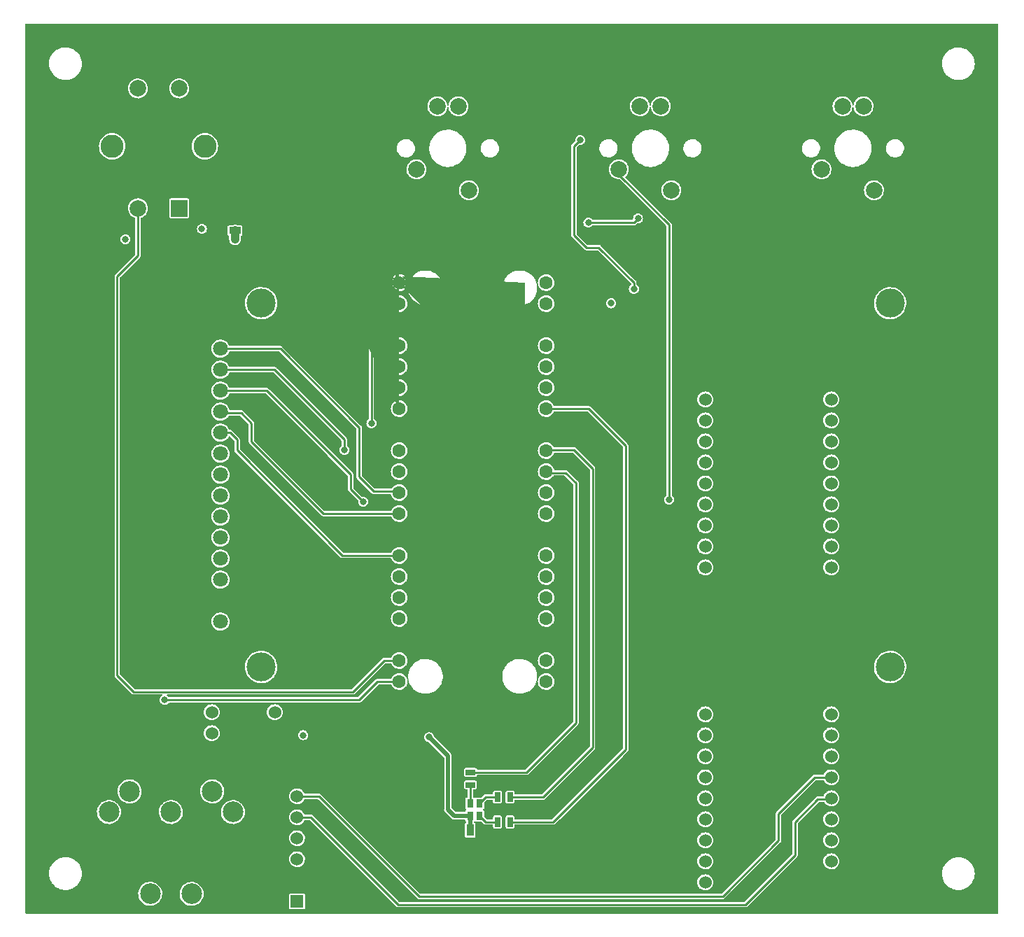
<source format=gbl>
G04 #@! TF.GenerationSoftware,KiCad,Pcbnew,6.0.2+dfsg-1*
G04 #@! TF.CreationDate,2023-02-09T12:02:37+01:00*
G04 #@! TF.ProjectId,proto_cmod,70726f74-6f5f-4636-9d6f-642e6b696361,rev?*
G04 #@! TF.SameCoordinates,Original*
G04 #@! TF.FileFunction,Copper,L4,Bot*
G04 #@! TF.FilePolarity,Positive*
%FSLAX46Y46*%
G04 Gerber Fmt 4.6, Leading zero omitted, Abs format (unit mm)*
G04 Created by KiCad (PCBNEW 6.0.2+dfsg-1) date 2023-02-09 12:02:37*
%MOMM*%
%LPD*%
G01*
G04 APERTURE LIST*
G04 Aperture macros list*
%AMRoundRect*
0 Rectangle with rounded corners*
0 $1 Rounding radius*
0 $2 $3 $4 $5 $6 $7 $8 $9 X,Y pos of 4 corners*
0 Add a 4 corners polygon primitive as box body*
4,1,4,$2,$3,$4,$5,$6,$7,$8,$9,$2,$3,0*
0 Add four circle primitives for the rounded corners*
1,1,$1+$1,$2,$3*
1,1,$1+$1,$4,$5*
1,1,$1+$1,$6,$7*
1,1,$1+$1,$8,$9*
0 Add four rect primitives between the rounded corners*
20,1,$1+$1,$2,$3,$4,$5,0*
20,1,$1+$1,$4,$5,$6,$7,0*
20,1,$1+$1,$6,$7,$8,$9,0*
20,1,$1+$1,$8,$9,$2,$3,0*%
%AMFreePoly0*
4,1,57,0.281438,0.792513,0.314631,0.788760,0.324366,0.782642,0.335575,0.780064,0.361670,0.759195,0.389950,0.741421,0.741668,0.389704,0.759398,0.361385,0.780215,0.335261,0.782772,0.324050,0.788875,0.314303,0.792571,0.281098,0.800000,0.248529,0.800000,-0.248878,0.792513,-0.281438,0.788760,-0.314632,0.782641,-0.324367,0.780064,-0.335575,0.759196,-0.361669,0.741421,-0.389950,
0.389704,-0.741668,0.361385,-0.759398,0.335261,-0.780215,0.324050,-0.782772,0.314303,-0.788875,0.281098,-0.792571,0.248529,-0.800000,-0.248878,-0.800000,-0.281438,-0.792513,-0.314632,-0.788760,-0.324367,-0.782641,-0.335575,-0.780064,-0.361669,-0.759196,-0.389950,-0.741421,-0.741668,-0.389704,-0.759398,-0.361385,-0.780215,-0.335261,-0.782772,-0.324050,-0.788875,-0.314303,-0.792571,-0.281098,
-0.800000,-0.248529,-0.800000,0.248878,-0.792513,0.281438,-0.788760,0.314631,-0.782642,0.324366,-0.780064,0.335575,-0.759195,0.361670,-0.741421,0.389950,-0.389704,0.741668,-0.361385,0.759398,-0.335261,0.780215,-0.324050,0.782772,-0.314303,0.788875,-0.281098,0.792571,-0.248529,0.800000,0.248878,0.800000,0.281438,0.792513,0.281438,0.792513,$1*%
G04 Aperture macros list end*
G04 #@! TA.AperFunction,ComponentPad*
%ADD10C,1.600000*%
G04 #@! TD*
G04 #@! TA.AperFunction,ComponentPad*
%ADD11FreePoly0,0.000000*%
G04 #@! TD*
G04 #@! TA.AperFunction,ComponentPad*
%ADD12RoundRect,0.200000X-0.600000X-0.600000X0.600000X-0.600000X0.600000X0.600000X-0.600000X0.600000X0*%
G04 #@! TD*
G04 #@! TA.AperFunction,ComponentPad*
%ADD13C,2.500000*%
G04 #@! TD*
G04 #@! TA.AperFunction,ComponentPad*
%ADD14C,1.524000*%
G04 #@! TD*
G04 #@! TA.AperFunction,ComponentPad*
%ADD15R,1.524000X1.524000*%
G04 #@! TD*
G04 #@! TA.AperFunction,ComponentPad*
%ADD16C,2.000000*%
G04 #@! TD*
G04 #@! TA.AperFunction,WasherPad*
%ADD17C,3.500000*%
G04 #@! TD*
G04 #@! TA.AperFunction,ComponentPad*
%ADD18C,1.800000*%
G04 #@! TD*
G04 #@! TA.AperFunction,ComponentPad*
%ADD19R,2.000000X2.000000*%
G04 #@! TD*
G04 #@! TA.AperFunction,ComponentPad*
%ADD20C,2.800000*%
G04 #@! TD*
G04 #@! TA.AperFunction,SMDPad,CuDef*
%ADD21R,1.143000X0.635000*%
G04 #@! TD*
G04 #@! TA.AperFunction,SMDPad,CuDef*
%ADD22R,0.889000X1.397000*%
G04 #@! TD*
G04 #@! TA.AperFunction,SMDPad,CuDef*
%ADD23R,0.635000X1.143000*%
G04 #@! TD*
G04 #@! TA.AperFunction,SMDPad,CuDef*
%ADD24R,1.397000X0.889000*%
G04 #@! TD*
G04 #@! TA.AperFunction,SMDPad,CuDef*
%ADD25R,0.800000X1.000000*%
G04 #@! TD*
G04 #@! TA.AperFunction,ViaPad*
%ADD26C,0.800000*%
G04 #@! TD*
G04 #@! TA.AperFunction,Conductor*
%ADD27C,0.250000*%
G04 #@! TD*
G04 #@! TA.AperFunction,Conductor*
%ADD28C,0.500000*%
G04 #@! TD*
G04 #@! TA.AperFunction,Conductor*
%ADD29C,1.000000*%
G04 #@! TD*
G04 APERTURE END LIST*
D10*
G04 #@! TO.P,A101,1,GPIO0*
G04 #@! TO.N,/SCR_SPI0_MISO*
X132360000Y-63500000D03*
D11*
X132360000Y-63500000D03*
D10*
G04 #@! TO.P,A101,2,GPIO1*
G04 #@! TO.N,/SCR_SPI0_~{CS}*
X132360000Y-66040000D03*
D12*
G04 #@! TO.P,A101,3,GND*
G04 #@! TO.N,GND*
X132360000Y-68580000D03*
D10*
G04 #@! TO.P,A101,4,GPIO2*
G04 #@! TO.N,/SCR_SPI0_SCK*
X132360000Y-71120000D03*
G04 #@! TO.P,A101,5,GPIO3*
G04 #@! TO.N,/SCR_SPI0_MOSI*
X132360000Y-73660000D03*
G04 #@! TO.P,A101,6,GPIO4*
G04 #@! TO.N,/SCR_DC_RS*
X132360000Y-76200000D03*
G04 #@! TO.P,A101,7,GPIO5*
G04 #@! TO.N,/SCR_~{RESET}*
X132360000Y-78740000D03*
D12*
G04 #@! TO.P,A101,8,GND*
G04 #@! TO.N,GND*
X132360000Y-81280000D03*
D10*
G04 #@! TO.P,A101,9,GPIO6*
G04 #@! TO.N,/COL_0*
X132360000Y-83820000D03*
G04 #@! TO.P,A101,10,GPIO7*
G04 #@! TO.N,/COL_1*
X132360000Y-86360000D03*
G04 #@! TO.P,A101,11,GPIO8*
G04 #@! TO.N,/TCH_IRQ*
X132360000Y-88900000D03*
G04 #@! TO.P,A101,12,GPIO9*
G04 #@! TO.N,/TCH_SPI1_~{CS}*
X132360000Y-91440000D03*
D12*
G04 #@! TO.P,A101,13,GND*
G04 #@! TO.N,GND*
X132360000Y-93980000D03*
D10*
G04 #@! TO.P,A101,14,GPIO10*
G04 #@! TO.N,/TCH_SPI0_SCK*
X132360000Y-96520000D03*
G04 #@! TO.P,A101,15,GPIO11*
G04 #@! TO.N,/TCH_SPI1_MOSI*
X132360000Y-99060000D03*
G04 #@! TO.P,A101,16,GPIO12*
G04 #@! TO.N,/TCH_SPI1_MISO*
X132360000Y-101600000D03*
G04 #@! TO.P,A101,17,GPIO13*
G04 #@! TO.N,/MIDI_UART*
X132360000Y-104140000D03*
D12*
G04 #@! TO.P,A101,18,GND*
G04 #@! TO.N,GND*
X132360000Y-106680000D03*
D10*
G04 #@! TO.P,A101,19,GPIO14*
G04 #@! TO.N,/ENC_B*
X132360000Y-109220000D03*
G04 #@! TO.P,A101,20,GPIO15*
G04 #@! TO.N,/ENC_A*
X132360000Y-111760000D03*
G04 #@! TO.P,A101,21,GPIO16*
G04 #@! TO.N,/DSPI_SCK*
X150140000Y-111760000D03*
G04 #@! TO.P,A101,22,GPIO17*
G04 #@! TO.N,/DSPI_CS*
X150140000Y-109220000D03*
D12*
G04 #@! TO.P,A101,23,GND*
G04 #@! TO.N,GND*
X150140000Y-106680000D03*
D10*
G04 #@! TO.P,A101,24,GPIO18*
G04 #@! TO.N,/DSPI_MOSI0*
X150140000Y-104140000D03*
G04 #@! TO.P,A101,25,GPIO19*
G04 #@! TO.N,/DSPI_MOSI1*
X150140000Y-101600000D03*
G04 #@! TO.P,A101,26,GPIO20*
G04 #@! TO.N,/ROW_0*
X150140000Y-99060000D03*
G04 #@! TO.P,A101,27,GPIO21*
G04 #@! TO.N,/ROW_1*
X150140000Y-96520000D03*
D12*
G04 #@! TO.P,A101,28,GND*
G04 #@! TO.N,GND*
X150140000Y-93980000D03*
D10*
G04 #@! TO.P,A101,29,GPIO22*
G04 #@! TO.N,/KEY_LEDS*
X150140000Y-91440000D03*
G04 #@! TO.P,A101,30,RUN*
G04 #@! TO.N,unconnected-(A101-Pad30)*
X150140000Y-88900000D03*
G04 #@! TO.P,A101,31,GPIO26_ADC0*
G04 #@! TO.N,Net-(A101-Pad31)*
X150140000Y-86360000D03*
G04 #@! TO.P,A101,32,GPIO27_ADC1*
G04 #@! TO.N,Net-(R109-Pad1)*
X150140000Y-83820000D03*
D12*
G04 #@! TO.P,A101,33,AGND*
G04 #@! TO.N,GND*
X150140000Y-81280000D03*
D10*
G04 #@! TO.P,A101,34,GPIO28_ADC2*
G04 #@! TO.N,Net-(R110-Pad1)*
X150140000Y-78740000D03*
G04 #@! TO.P,A101,35,ADC_VREF*
G04 #@! TO.N,unconnected-(A101-Pad35)*
X150140000Y-76200000D03*
G04 #@! TO.P,A101,36,3V3*
G04 #@! TO.N,+3V3*
X150140000Y-73660000D03*
G04 #@! TO.P,A101,37,3V3_EN*
G04 #@! TO.N,unconnected-(A101-Pad37)*
X150140000Y-71120000D03*
D12*
G04 #@! TO.P,A101,38,GND*
G04 #@! TO.N,GND*
X150140000Y-68580000D03*
D10*
G04 #@! TO.P,A101,39,VSYS*
G04 #@! TO.N,+5V*
X150140000Y-66040000D03*
G04 #@! TO.P,A101,40,VBUS*
G04 #@! TO.N,unconnected-(A101-Pad40)*
X150140000Y-63500000D03*
G04 #@! TD*
D13*
G04 #@! TO.P,U103,1,1*
G04 #@! TO.N,unconnected-(U103-Pad1)*
X97250000Y-127550000D03*
G04 #@! TO.P,U103,2,2*
G04 #@! TO.N,unconnected-(U103-Pad2)*
X104750000Y-127550000D03*
G04 #@! TO.P,U103,3,3*
G04 #@! TO.N,unconnected-(U103-Pad3)*
X112250000Y-127550000D03*
G04 #@! TO.P,U103,4,4*
G04 #@! TO.N,Net-(R101-Pad1)*
X99750000Y-125050000D03*
G04 #@! TO.P,U103,5,5*
G04 #@! TO.N,Net-(U103-Pad5)*
X109750000Y-125050000D03*
G04 #@! TO.P,U103,6*
G04 #@! TO.N,N/C*
X102250000Y-137450000D03*
X107250000Y-137450000D03*
G04 #@! TD*
D14*
G04 #@! TO.P,U104,1,A*
G04 #@! TO.N,Net-(R101-Pad2)*
X109690000Y-115480000D03*
G04 #@! TO.P,U104,2,K*
G04 #@! TO.N,Net-(U103-Pad5)*
X109690000Y-118020000D03*
G04 #@! TO.P,U104,3,EM*
G04 #@! TO.N,GND*
X117310000Y-118020000D03*
G04 #@! TO.P,U104,4,CO*
G04 #@! TO.N,/MIDI_UART*
X117310000Y-115480000D03*
G04 #@! TD*
D15*
G04 #@! TO.P,U102,1,VCC*
G04 #@! TO.N,+3V3*
X120000000Y-138350000D03*
D14*
G04 #@! TO.P,U102,2,GND*
G04 #@! TO.N,GND*
X120000000Y-135810000D03*
G04 #@! TO.P,U102,3,MCK*
G04 #@! TO.N,/I2S_MCK*
X120000000Y-133270000D03*
G04 #@! TO.P,U102,4,LRCK*
G04 #@! TO.N,/I2S_LRCK*
X120000000Y-130730000D03*
G04 #@! TO.P,U102,5,SCK*
G04 #@! TO.N,/I2S_SCK*
X120000000Y-128190000D03*
G04 #@! TO.P,U102,6,SD*
G04 #@! TO.N,/I2S_SD*
X120000000Y-125650000D03*
G04 #@! TD*
G04 #@! TO.P,U101,1,PIO1*
G04 #@! TO.N,unconnected-(U101-Pad1)*
X169380000Y-77640000D03*
G04 #@! TO.P,U101,2,PIO2*
G04 #@! TO.N,unconnected-(U101-Pad2)*
X169380000Y-80180000D03*
G04 #@! TO.P,U101,3,PIO3*
G04 #@! TO.N,unconnected-(U101-Pad3)*
X169380000Y-82720000D03*
G04 #@! TO.P,U101,4,PIO4*
G04 #@! TO.N,unconnected-(U101-Pad4)*
X169380000Y-85260000D03*
G04 #@! TO.P,U101,5,PIO5*
G04 #@! TO.N,unconnected-(U101-Pad5)*
X169380000Y-87800000D03*
G04 #@! TO.P,U101,6,PIO6*
G04 #@! TO.N,unconnected-(U101-Pad6)*
X169380000Y-90340000D03*
G04 #@! TO.P,U101,7,PIO7*
G04 #@! TO.N,unconnected-(U101-Pad7)*
X169380000Y-92880000D03*
G04 #@! TO.P,U101,8,PIO8*
G04 #@! TO.N,unconnected-(U101-Pad8)*
X169380000Y-95420000D03*
G04 #@! TO.P,U101,9,PIO9*
G04 #@! TO.N,/DSPI_MOSI1*
X169380000Y-97960000D03*
G04 #@! TO.P,U101,16,PIO16*
G04 #@! TO.N,/DSPI_MOSI0*
X169380000Y-115740000D03*
G04 #@! TO.P,U101,17,PIO17*
G04 #@! TO.N,unconnected-(U101-Pad17)*
X169380000Y-118280000D03*
G04 #@! TO.P,U101,18,PIO18*
G04 #@! TO.N,/DSPI_CS*
X169380000Y-120820000D03*
G04 #@! TO.P,U101,19,PIO19*
G04 #@! TO.N,/DSPI_SCK*
X169380000Y-123360000D03*
G04 #@! TO.P,U101,20,PIO20*
G04 #@! TO.N,unconnected-(U101-Pad20)*
X169380000Y-125900000D03*
G04 #@! TO.P,U101,21,PIO21*
G04 #@! TO.N,unconnected-(U101-Pad21)*
X169380000Y-128440000D03*
G04 #@! TO.P,U101,22,PIO22*
G04 #@! TO.N,unconnected-(U101-Pad22)*
X169380000Y-130980000D03*
G04 #@! TO.P,U101,23,PIO23*
G04 #@! TO.N,/MIDI_UART*
X169380000Y-133520000D03*
G04 #@! TO.P,U101,24,VU*
G04 #@! TO.N,+5V*
X169380000Y-136060000D03*
G04 #@! TO.P,U101,25,GND*
G04 #@! TO.N,GND*
X184620000Y-136060000D03*
G04 #@! TO.P,U101,26,PIO26*
G04 #@! TO.N,unconnected-(U101-Pad26)*
X184620000Y-133520000D03*
G04 #@! TO.P,U101,27,PIO27*
G04 #@! TO.N,/I2S_MCK*
X184620000Y-130980000D03*
G04 #@! TO.P,U101,28,PIO28*
G04 #@! TO.N,/I2S_LRCK*
X184620000Y-128440000D03*
G04 #@! TO.P,U101,29,PIO29*
G04 #@! TO.N,/I2S_SCK*
X184620000Y-125900000D03*
G04 #@! TO.P,U101,30,PIO30*
G04 #@! TO.N,/I2S_SD*
X184620000Y-123360000D03*
G04 #@! TO.P,U101,31,PIO31*
G04 #@! TO.N,unconnected-(U101-Pad31)*
X184620000Y-120820000D03*
G04 #@! TO.P,U101,32,AIN32*
G04 #@! TO.N,unconnected-(U101-Pad32)*
X184620000Y-118280000D03*
G04 #@! TO.P,U101,33,AIN33*
G04 #@! TO.N,unconnected-(U101-Pad33)*
X184620000Y-115740000D03*
G04 #@! TO.P,U101,40,PIO40*
G04 #@! TO.N,unconnected-(U101-Pad40)*
X184620000Y-97960000D03*
G04 #@! TO.P,U101,41,PIO41*
G04 #@! TO.N,Net-(D118-PadA)*
X184620000Y-95420000D03*
G04 #@! TO.P,U101,42,PIO42*
G04 #@! TO.N,Net-(D117-PadA)*
X184620000Y-92880000D03*
G04 #@! TO.P,U101,43,PIO43*
G04 #@! TO.N,Net-(D116-PadA)*
X184620000Y-90340000D03*
G04 #@! TO.P,U101,44,PIO44*
G04 #@! TO.N,Net-(D115-PadA)*
X184620000Y-87800000D03*
G04 #@! TO.P,U101,45,PIO45*
G04 #@! TO.N,Net-(D114-PadA)*
X184620000Y-85260000D03*
G04 #@! TO.P,U101,46,PIO46*
G04 #@! TO.N,Net-(D113-PadA)*
X184620000Y-82720000D03*
G04 #@! TO.P,U101,47,PIO47*
G04 #@! TO.N,Net-(D112-PadA)*
X184620000Y-80180000D03*
G04 #@! TO.P,U101,48,PIO48*
G04 #@! TO.N,Net-(D111-PadA)*
X184620000Y-77640000D03*
G04 #@! TD*
D16*
G04 #@! TO.P,S102,1,1*
G04 #@! TO.N,/ROW_0*
X158940000Y-49790000D03*
G04 #@! TO.P,S102,2,2*
G04 #@! TO.N,Net-(D104-PadA)*
X165290000Y-52330000D03*
G04 #@! TO.P,S102,3,3*
G04 #@! TO.N,+3V3*
X161480000Y-42170000D03*
G04 #@! TO.P,S102,4,4*
G04 #@! TO.N,Net-(R107-Pad1)*
X164020000Y-42170000D03*
G04 #@! TD*
D17*
G04 #@! TO.P,J101,*
G04 #@! TO.N,*
X191750000Y-66000000D03*
X191750000Y-110000000D03*
X115670000Y-66000000D03*
X115670000Y-110000000D03*
D18*
G04 #@! TO.P,J101,1,Pin_1*
G04 #@! TO.N,+3V3*
X110750000Y-104510000D03*
G04 #@! TO.P,J101,2,Pin_2*
G04 #@! TO.N,GND*
X110750000Y-101970000D03*
G04 #@! TO.P,J101,3,Pin_3*
G04 #@! TO.N,/SCR_SPI0_~{CS}*
X110750000Y-99430000D03*
G04 #@! TO.P,J101,4,Pin_4*
G04 #@! TO.N,/SCR_~{RESET}*
X110750000Y-96890000D03*
G04 #@! TO.P,J101,5,Pin_5*
G04 #@! TO.N,/SCR_DC_RS*
X110750000Y-94350000D03*
G04 #@! TO.P,J101,6,Pin_6*
G04 #@! TO.N,/SCR_SPI0_MOSI*
X110750000Y-91810000D03*
G04 #@! TO.P,J101,7,Pin_7*
G04 #@! TO.N,/SCR_SPI0_SCK*
X110750000Y-89270000D03*
G04 #@! TO.P,J101,8,Pin_8*
G04 #@! TO.N,+3V3*
X110750000Y-86730000D03*
G04 #@! TO.P,J101,9,Pin_9*
G04 #@! TO.N,/SCR_SPI0_MISO*
X110750000Y-84190000D03*
G04 #@! TO.P,J101,10,Pin_10*
G04 #@! TO.N,/TCH_SPI0_SCK*
X110750000Y-81650000D03*
G04 #@! TO.P,J101,11,Pin_11*
G04 #@! TO.N,/TCH_SPI1_~{CS}*
X110750000Y-79110000D03*
G04 #@! TO.P,J101,12,Pin_12*
G04 #@! TO.N,/TCH_SPI1_MOSI*
X110750000Y-76570000D03*
G04 #@! TO.P,J101,13,Pin_13*
G04 #@! TO.N,/TCH_SPI1_MISO*
X110750000Y-74030000D03*
G04 #@! TO.P,J101,14,Pin_14*
G04 #@! TO.N,/TCH_IRQ*
X110750000Y-71490000D03*
G04 #@! TD*
D19*
G04 #@! TO.P,SW101,A,A*
G04 #@! TO.N,/ENC_A*
X105750000Y-54500000D03*
D16*
G04 #@! TO.P,SW101,B,B*
G04 #@! TO.N,/ENC_B*
X100750000Y-54500000D03*
G04 #@! TO.P,SW101,C,C*
G04 #@! TO.N,GND*
X103250000Y-54500000D03*
D20*
G04 #@! TO.P,SW101,MP*
G04 #@! TO.N,N/C*
X108850000Y-47000000D03*
X97650000Y-47000000D03*
D16*
G04 #@! TO.P,SW101,S1,S1*
G04 #@! TO.N,/ROW_0*
X105750000Y-40000000D03*
G04 #@! TO.P,SW101,S2,S2*
G04 #@! TO.N,Net-(D101-PadA)*
X100750000Y-40000000D03*
G04 #@! TD*
D21*
G04 #@! TO.P,R106,1,1*
G04 #@! TO.N,Net-(A101-Pad31)*
X141000000Y-122738000D03*
G04 #@! TO.P,R106,2,2*
G04 #@! TO.N,Net-(L101-Pad4)*
X141000000Y-124262000D03*
G04 #@! TD*
D22*
G04 #@! TO.P,C102,1*
G04 #@! TO.N,GND*
X139047500Y-129750000D03*
G04 #@! TO.P,C102,2*
G04 #@! TO.N,+3V3*
X140952500Y-129750000D03*
G04 #@! TD*
D23*
G04 #@! TO.P,R109,1,1*
G04 #@! TO.N,Net-(R109-Pad1)*
X145762000Y-125750000D03*
G04 #@! TO.P,R109,2,2*
G04 #@! TO.N,Net-(L101-Pad3)*
X144238000Y-125750000D03*
G04 #@! TD*
D16*
G04 #@! TO.P,S108,1,1*
G04 #@! TO.N,/ROW_1*
X134440000Y-49790000D03*
G04 #@! TO.P,S108,2,2*
G04 #@! TO.N,Net-(D102-PadA)*
X140790000Y-52330000D03*
G04 #@! TO.P,S108,3,3*
G04 #@! TO.N,+3V3*
X136980000Y-42170000D03*
G04 #@! TO.P,S108,4,4*
G04 #@! TO.N,Net-(R105-Pad1)*
X139520000Y-42170000D03*
G04 #@! TD*
D23*
G04 #@! TO.P,R110,1,1*
G04 #@! TO.N,Net-(R110-Pad1)*
X145762000Y-128750000D03*
G04 #@! TO.P,R110,2,2*
G04 #@! TO.N,Net-(L101-Pad2)*
X144238000Y-128750000D03*
G04 #@! TD*
D16*
G04 #@! TO.P,S103,1,1*
G04 #@! TO.N,/ROW_1*
X183440000Y-49790000D03*
G04 #@! TO.P,S103,2,2*
G04 #@! TO.N,Net-(D105-PadA)*
X189790000Y-52330000D03*
G04 #@! TO.P,S103,3,3*
G04 #@! TO.N,+3V3*
X185980000Y-42170000D03*
G04 #@! TO.P,S103,4,4*
G04 #@! TO.N,Net-(R108-Pad1)*
X188520000Y-42170000D03*
G04 #@! TD*
D24*
G04 #@! TO.P,C103,1*
G04 #@! TO.N,GND*
X112500000Y-55297500D03*
G04 #@! TO.P,C103,2*
G04 #@! TO.N,+3V3*
X112500000Y-57202500D03*
G04 #@! TD*
D25*
G04 #@! TO.P,L101,1,CA*
G04 #@! TO.N,+3V3*
X140950000Y-128000000D03*
G04 #@! TO.P,L101,2,BK*
G04 #@! TO.N,Net-(L101-Pad2)*
X142050000Y-128000000D03*
G04 #@! TO.P,L101,3,GK*
G04 #@! TO.N,Net-(L101-Pad3)*
X142050000Y-126500000D03*
G04 #@! TO.P,L101,4,RK*
G04 #@! TO.N,Net-(L101-Pad4)*
X140950000Y-126500000D03*
G04 #@! TD*
D26*
G04 #@! TO.N,GND*
X173990000Y-52070000D03*
X180340000Y-55880000D03*
X169545000Y-56515000D03*
X180340000Y-40005000D03*
X175895000Y-40005000D03*
X168275000Y-40005000D03*
X183515000Y-44450000D03*
X179705000Y-44450000D03*
X178435000Y-46990000D03*
X172720000Y-46990000D03*
X156210000Y-53975000D03*
X142875000Y-55245000D03*
X147320000Y-53340000D03*
X147320000Y-47625000D03*
X150495000Y-41910000D03*
X143510000Y-41910000D03*
X128270000Y-41910000D03*
X132715000Y-41910000D03*
X129540000Y-46990000D03*
X130810000Y-51435000D03*
X125730000Y-48260000D03*
X123190000Y-45085000D03*
X118745000Y-41910000D03*
X113030000Y-41910000D03*
X107315000Y-41910000D03*
X135890000Y-93345000D03*
X135890000Y-100330000D03*
X135255000Y-87630000D03*
X139065000Y-84455000D03*
X142875000Y-70485000D03*
X142875000Y-65405000D03*
X137795000Y-67945000D03*
X137795000Y-76200000D03*
X135890000Y-78740000D03*
X123825000Y-78740000D03*
X127000000Y-77470000D03*
X127000000Y-74930000D03*
X127000000Y-72390000D03*
X113665000Y-75565000D03*
X116205000Y-73025000D03*
X113665000Y-73025000D03*
X113030000Y-86360000D03*
X114935000Y-78105000D03*
X117475000Y-76200000D03*
X119380000Y-74295000D03*
X121920000Y-71755000D03*
X127000000Y-69850000D03*
X127000000Y-67310000D03*
X129540000Y-85725000D03*
X129540000Y-82550000D03*
X124460000Y-90170000D03*
X124460000Y-87630000D03*
X120650000Y-84455000D03*
X113665000Y-90170000D03*
X113665000Y-93345000D03*
X117475000Y-93980000D03*
X119380000Y-95885000D03*
X129540000Y-95250000D03*
X129540000Y-92710000D03*
X127000000Y-95250000D03*
X127000000Y-92710000D03*
X128270000Y-100330000D03*
X127000000Y-99060000D03*
X130810000Y-110490000D03*
X128270000Y-107950000D03*
X123190000Y-111125000D03*
X123190000Y-107315000D03*
X125095000Y-102235000D03*
X121285000Y-102235000D03*
X117475000Y-102235000D03*
X111125000Y-111760000D03*
X114935000Y-118745000D03*
X118110000Y-107315000D03*
X111125000Y-107950000D03*
X107315000Y-80645000D03*
X107315000Y-76200000D03*
X107315000Y-72390000D03*
X158750000Y-71120000D03*
X158750000Y-78740000D03*
X154305000Y-76200000D03*
X157480000Y-88265000D03*
X156845000Y-83820000D03*
X154940000Y-81280000D03*
X153670000Y-85725000D03*
X152400000Y-102870000D03*
X152400000Y-100330000D03*
X152400000Y-97790000D03*
X152400000Y-93345000D03*
X157480000Y-92710000D03*
X157480000Y-95885000D03*
X157480000Y-99060000D03*
X165100000Y-94615000D03*
X165100000Y-106680000D03*
X165100000Y-100965000D03*
X158750000Y-124460000D03*
X164465000Y-123825000D03*
X151130000Y-115570000D03*
X153670000Y-118745000D03*
X157480000Y-118110000D03*
X152400000Y-106680000D03*
X158115000Y-108585000D03*
X163830000Y-114300000D03*
X167005000Y-117475000D03*
X167005000Y-121920000D03*
X164465000Y-119380000D03*
X158115000Y-113665000D03*
X173990000Y-137160000D03*
X175895000Y-135255000D03*
X177800000Y-133350000D03*
X182245000Y-129540000D03*
X132080000Y-128905000D03*
X127635000Y-127635000D03*
X123825000Y-124460000D03*
X125095000Y-129540000D03*
X122555000Y-127635000D03*
X132715000Y-137160000D03*
X130810000Y-135255000D03*
X125095000Y-135255000D03*
X122555000Y-132080000D03*
X127000000Y-132080000D03*
X142240000Y-136525000D03*
X140335000Y-134620000D03*
X137160000Y-132080000D03*
X133350000Y-132080000D03*
X180340000Y-138430000D03*
X173990000Y-132080000D03*
X176530000Y-130810000D03*
X172720000Y-134620000D03*
X180340000Y-135890000D03*
X177800000Y-138430000D03*
X161290000Y-135890000D03*
X157480000Y-135890000D03*
X153670000Y-135890000D03*
X149860000Y-135890000D03*
X146050000Y-135890000D03*
X127000000Y-137160000D03*
X135890000Y-135890000D03*
X109220001Y-60960000D03*
X114300000Y-60960000D03*
X124460000Y-60960000D03*
X132080000Y-60960000D03*
X116840000Y-60960000D03*
X111760000Y-60960000D03*
X121920001Y-60959999D03*
X127000000Y-60960000D03*
X119380001Y-60960000D03*
X129539999Y-60959999D03*
X182880000Y-35560000D03*
X180340000Y-35560000D03*
X172720000Y-35560000D03*
X185419999Y-35559999D03*
X187960000Y-35560000D03*
X165100001Y-35560000D03*
X175260001Y-35560000D03*
X167640000Y-35560000D03*
X170180000Y-35560000D03*
X177800001Y-35559999D03*
X119379999Y-35559999D03*
X106680000Y-35560000D03*
X111760001Y-35559999D03*
X121920000Y-35560000D03*
X109220001Y-35560000D03*
X104140000Y-35560000D03*
X101600000Y-35560000D03*
X116840000Y-35560000D03*
X114300000Y-35560000D03*
X99060001Y-35560000D03*
X147320000Y-78740000D03*
X147320000Y-93980000D03*
X147320000Y-99060000D03*
X147320000Y-81280000D03*
X147320000Y-91440000D03*
X147320000Y-86360000D03*
X147320000Y-83820000D03*
X147320000Y-96520000D03*
X147320000Y-88900000D03*
X147320000Y-101600000D03*
X101600000Y-86360000D03*
X101600000Y-83820000D03*
X101600000Y-88900000D03*
X101600000Y-81280000D03*
X101600000Y-78740000D03*
X101600000Y-76200000D03*
X101600000Y-73660000D03*
X101600000Y-71120000D03*
X101600000Y-68580000D03*
X101600000Y-66040000D03*
X187960000Y-129540000D03*
X187960000Y-121920000D03*
X187960000Y-109220000D03*
X187960000Y-106680000D03*
X187960000Y-111760000D03*
X187960000Y-132080000D03*
X187960000Y-114300000D03*
X187960000Y-124460000D03*
X187960000Y-116840000D03*
X187960000Y-127000000D03*
X187960000Y-119380000D03*
X187960000Y-104140000D03*
X172720000Y-99060000D03*
X172720000Y-104140000D03*
X172720000Y-111760000D03*
X172720000Y-101600000D03*
X172720000Y-124460000D03*
X172720000Y-106680000D03*
X172720000Y-114300000D03*
X172720000Y-127000000D03*
X172720000Y-119380000D03*
X172720000Y-121920000D03*
X172720000Y-109220000D03*
X172720000Y-116840000D03*
X172720000Y-93980000D03*
X172720000Y-91440000D03*
X172720000Y-78740000D03*
X172720000Y-86360000D03*
X172720000Y-68580000D03*
X172720000Y-83820000D03*
X172720000Y-88900000D03*
X172720000Y-76200000D03*
X172720000Y-81280000D03*
X172720000Y-66040000D03*
X172720000Y-71120000D03*
X172720000Y-73660000D03*
X177800000Y-71120000D03*
X177800000Y-73660000D03*
X177800000Y-68580000D03*
X177800000Y-66040000D03*
X177800000Y-83820000D03*
X177800000Y-91440000D03*
X177800000Y-88900000D03*
X177800000Y-81280000D03*
X177800000Y-93980000D03*
X177800000Y-76200000D03*
X177800000Y-86360000D03*
X177800000Y-78740000D03*
X198120000Y-50800000D03*
X198120000Y-53340000D03*
X198120000Y-55880000D03*
X198120000Y-40640000D03*
X198120000Y-60960000D03*
X198120000Y-48260000D03*
X198120000Y-43180000D03*
X198120000Y-68580000D03*
X198120000Y-66040000D03*
X198120000Y-63500000D03*
X198120000Y-58420000D03*
X198120000Y-45720000D03*
X203200000Y-137160000D03*
X203200000Y-134620000D03*
X203200000Y-132080000D03*
X203200000Y-129540000D03*
X203200000Y-127000000D03*
X203200000Y-124460000D03*
X203200000Y-121920000D03*
X203200000Y-119380000D03*
X203200000Y-116840000D03*
X203200000Y-114300000D03*
X203200000Y-111760000D03*
X203200000Y-109220000D03*
X203200000Y-106680000D03*
X203200000Y-104140000D03*
X203200000Y-101600000D03*
X203200000Y-99060000D03*
X203200000Y-96520000D03*
X203200000Y-93980000D03*
X203200000Y-91440000D03*
X203200000Y-88900000D03*
X203200000Y-86360000D03*
X203200000Y-83820000D03*
X203200000Y-81280000D03*
X203200000Y-78740000D03*
X203200000Y-76200000D03*
X203200000Y-73660000D03*
X203200000Y-71120000D03*
X203200000Y-68580000D03*
X203200000Y-66040000D03*
X203200000Y-63500000D03*
X203200000Y-60960000D03*
X203200000Y-58420000D03*
X203200000Y-55880000D03*
X203200000Y-53340000D03*
X203200000Y-50800000D03*
X203200000Y-48260000D03*
X203200000Y-45720000D03*
X203200000Y-43180000D03*
X203200000Y-40640000D03*
X91440000Y-132080000D03*
X91440000Y-129540000D03*
X91440000Y-127000000D03*
X91440000Y-124460000D03*
X91440000Y-121920000D03*
X91440000Y-119380000D03*
X91440000Y-116840000D03*
X91440000Y-114300000D03*
X91440000Y-111760000D03*
X91440000Y-109220000D03*
X91440000Y-106680000D03*
X91440000Y-104140000D03*
X91440000Y-101600000D03*
X91440000Y-99060000D03*
X91440000Y-96520000D03*
X91440000Y-93980000D03*
X91440000Y-91440000D03*
X91440000Y-88900000D03*
X91440000Y-86360000D03*
X91440000Y-83820000D03*
X91440000Y-81280000D03*
X91440000Y-78740000D03*
X91440000Y-76200000D03*
X91440000Y-73660000D03*
X91440000Y-71120000D03*
X91440000Y-68580000D03*
X91440000Y-66040000D03*
X91440000Y-63500000D03*
X91440000Y-60960000D03*
X91440000Y-58420000D03*
X91440000Y-55880000D03*
X91440000Y-53340000D03*
X91440000Y-50800000D03*
X91440000Y-48260000D03*
X91440000Y-45720000D03*
X91440000Y-43180000D03*
X91440000Y-40640000D03*
G04 #@! TO.N,/SCR_SPI0_~{CS}*
X129000000Y-80500000D03*
G04 #@! TO.N,GND*
X124000000Y-136250000D03*
X158500000Y-38250000D03*
X134000000Y-38250000D03*
X137750000Y-129750000D03*
G04 #@! TO.N,/TCH_SPI1_MOSI*
X128000000Y-90000000D03*
G04 #@! TO.N,/TCH_SPI1_MISO*
X125750000Y-83750000D03*
G04 #@! TO.N,/KEY_LEDS*
X154250000Y-46250000D03*
X160750000Y-64250000D03*
G04 #@! TO.N,/ENC_A*
X104000000Y-114000000D03*
G04 #@! TO.N,+3V3*
X120750000Y-118250000D03*
X112500000Y-58250000D03*
X136000000Y-118500000D03*
X99250000Y-58250000D03*
X108500000Y-57000000D03*
G04 #@! TO.N,+5V*
X158000000Y-66000000D03*
G04 #@! TO.N,/ROW_0*
X165000000Y-89750000D03*
G04 #@! TO.N,/COL_1*
X155250000Y-56250000D03*
X161250000Y-55750000D03*
G04 #@! TD*
D27*
G04 #@! TO.N,/I2S_SD*
X120000000Y-125650000D02*
X122650000Y-125650000D01*
X171495000Y-137750000D02*
X178250000Y-130995000D01*
X122650000Y-125650000D02*
X134750000Y-137750000D01*
X134750000Y-137750000D02*
X171495000Y-137750000D01*
X178250000Y-130995000D02*
X178250000Y-127750000D01*
X178250000Y-127750000D02*
X182640000Y-123360000D01*
X182640000Y-123360000D02*
X184620000Y-123360000D01*
G04 #@! TO.N,/SCR_SPI0_~{CS}*
X129000000Y-67250000D02*
X130000000Y-66250000D01*
X132150000Y-66250000D02*
X132360000Y-66040000D01*
X130000000Y-66250000D02*
X132150000Y-66250000D01*
X129000000Y-80500000D02*
X129000000Y-67250000D01*
G04 #@! TO.N,GND*
X139047500Y-129750000D02*
X137750000Y-129750000D01*
G04 #@! TO.N,/TCH_SPI1_~{CS}*
X114500000Y-82750000D02*
X114500000Y-80500000D01*
X123190000Y-91440000D02*
X114500000Y-82750000D01*
X110890000Y-79250000D02*
X110750000Y-79110000D01*
X113250000Y-79250000D02*
X110890000Y-79250000D01*
X132360000Y-91440000D02*
X123190000Y-91440000D01*
X114500000Y-80500000D02*
X113250000Y-79250000D01*
G04 #@! TO.N,/TCH_SPI0_SCK*
X112750000Y-83750000D02*
X125500000Y-96500000D01*
X132340000Y-96500000D02*
X132360000Y-96520000D01*
X112750000Y-82500000D02*
X112750000Y-83750000D01*
X110750000Y-81650000D02*
X111900000Y-81650000D01*
X111900000Y-81650000D02*
X112750000Y-82500000D01*
X125500000Y-96500000D02*
X132340000Y-96500000D01*
G04 #@! TO.N,/TCH_SPI1_MOSI*
X116320000Y-76570000D02*
X124000000Y-84250000D01*
X126500000Y-86750000D02*
X126500000Y-88500000D01*
X124000000Y-84250000D02*
X126500000Y-86750000D01*
X110750000Y-76570000D02*
X116320000Y-76570000D01*
X126500000Y-88500000D02*
X128000000Y-90000000D01*
G04 #@! TO.N,/TCH_SPI1_MISO*
X117280000Y-74030000D02*
X110750000Y-74030000D01*
X125750000Y-82500000D02*
X117280000Y-74030000D01*
X125750000Y-83750000D02*
X125750000Y-82500000D01*
G04 #@! TO.N,/TCH_IRQ*
X117990000Y-71490000D02*
X127500000Y-81000000D01*
X132210000Y-88750000D02*
X132360000Y-88900000D01*
X129250000Y-88750000D02*
X132210000Y-88750000D01*
X127500000Y-81000000D02*
X127500000Y-87000000D01*
X110750000Y-71490000D02*
X117990000Y-71490000D01*
X127500000Y-87000000D02*
X129250000Y-88750000D01*
G04 #@! TO.N,/KEY_LEDS*
X153500000Y-47000000D02*
X154250000Y-46250000D01*
X155000000Y-59250000D02*
X153500000Y-57750000D01*
X160750000Y-64250000D02*
X160750000Y-63500000D01*
X156500000Y-59250000D02*
X155000000Y-59250000D01*
X160750000Y-63500000D02*
X156500000Y-59250000D01*
X153500000Y-57750000D02*
X153500000Y-47000000D01*
G04 #@! TO.N,/ENC_B*
X100750000Y-60250000D02*
X100750000Y-54500000D01*
X132360000Y-109220000D02*
X130530000Y-109220000D01*
X130530000Y-109220000D02*
X126750000Y-113000000D01*
X98250000Y-111000000D02*
X98250000Y-62750000D01*
X100250000Y-113000000D02*
X98250000Y-111000000D01*
X126750000Y-113000000D02*
X100250000Y-113000000D01*
X98250000Y-62750000D02*
X100750000Y-60250000D01*
G04 #@! TO.N,/ENC_A*
X132360000Y-111760000D02*
X129740000Y-111760000D01*
X127500000Y-114000000D02*
X104000000Y-114000000D01*
X129740000Y-111760000D02*
X127500000Y-114000000D01*
D28*
G04 #@! TO.N,+3V3*
X140950000Y-128000000D02*
X139000000Y-128000000D01*
X140952500Y-128002500D02*
X140950000Y-128000000D01*
D29*
X112500000Y-58250000D02*
X112500000Y-57202500D01*
D28*
X138250000Y-127250000D02*
X138250000Y-120750000D01*
X138250000Y-120750000D02*
X136000000Y-118500000D01*
X140952500Y-129750000D02*
X140952500Y-128002500D01*
X139000000Y-128000000D02*
X138250000Y-127250000D01*
D27*
G04 #@! TO.N,/I2S_SCK*
X121690000Y-128190000D02*
X132250000Y-138750000D01*
X174250000Y-138750000D02*
X180250000Y-132750000D01*
X120000000Y-128190000D02*
X121690000Y-128190000D01*
X132250000Y-138750000D02*
X174250000Y-138750000D01*
X183000000Y-126000000D02*
X184520000Y-126000000D01*
X180250000Y-132750000D02*
X180250000Y-128750000D01*
X184520000Y-126000000D02*
X184620000Y-125900000D01*
X180250000Y-128750000D02*
X183000000Y-126000000D01*
G04 #@! TO.N,/ROW_0*
X165000000Y-89750000D02*
X165000000Y-56500000D01*
X165000000Y-56500000D02*
X158940000Y-50440000D01*
X150200000Y-99000000D02*
X150140000Y-99060000D01*
X158940000Y-50440000D02*
X158940000Y-49790000D01*
G04 #@! TO.N,/COL_1*
X160750000Y-56250000D02*
X161250000Y-55750000D01*
X155250000Y-56250000D02*
X160750000Y-56250000D01*
G04 #@! TO.N,Net-(A101-Pad31)*
X153750000Y-116750000D02*
X153750000Y-87750000D01*
X152500000Y-86500000D02*
X150280000Y-86500000D01*
X153750000Y-87750000D02*
X152500000Y-86500000D01*
X147762000Y-122738000D02*
X153750000Y-116750000D01*
X141000000Y-122738000D02*
X147762000Y-122738000D01*
X150280000Y-86500000D02*
X150140000Y-86360000D01*
G04 #@! TO.N,Net-(L101-Pad2)*
X144238000Y-128750000D02*
X142800000Y-128750000D01*
X142800000Y-128750000D02*
X142050000Y-128000000D01*
G04 #@! TO.N,Net-(L101-Pad3)*
X144238000Y-125750000D02*
X142800000Y-125750000D01*
X142800000Y-125750000D02*
X142050000Y-126500000D01*
G04 #@! TO.N,Net-(L101-Pad4)*
X141000000Y-126450000D02*
X140950000Y-126500000D01*
X141000000Y-124262000D02*
X141000000Y-126450000D01*
G04 #@! TO.N,Net-(R109-Pad1)*
X150210000Y-83750000D02*
X150140000Y-83820000D01*
X153500000Y-83750000D02*
X150210000Y-83750000D01*
X149750000Y-125750000D02*
X155750000Y-119750000D01*
X155750000Y-119750000D02*
X155750000Y-86000000D01*
X155750000Y-86000000D02*
X153500000Y-83750000D01*
X145762000Y-125750000D02*
X149750000Y-125750000D01*
G04 #@! TO.N,Net-(R110-Pad1)*
X159750000Y-120000000D02*
X159750000Y-83250000D01*
X159750000Y-83250000D02*
X155250000Y-78750000D01*
X150150000Y-78750000D02*
X150140000Y-78740000D01*
X155250000Y-78750000D02*
X150150000Y-78750000D01*
X151000000Y-128750000D02*
X159750000Y-120000000D01*
X145762000Y-128750000D02*
X151000000Y-128750000D01*
G04 #@! TD*
G04 #@! TA.AperFunction,Conductor*
G04 #@! TO.N,GND*
G36*
X204823566Y-32167313D02*
G01*
X204848876Y-32211150D01*
X204850000Y-32224000D01*
X204850000Y-139776000D01*
X204832687Y-139823566D01*
X204788850Y-139848876D01*
X204776000Y-139850000D01*
X87224000Y-139850000D01*
X87176434Y-139832687D01*
X87151124Y-139788850D01*
X87150000Y-139776000D01*
X87150000Y-139131748D01*
X119037500Y-139131748D01*
X119049133Y-139190231D01*
X119093448Y-139256552D01*
X119159769Y-139300867D01*
X119204295Y-139309724D01*
X119214682Y-139311790D01*
X119214683Y-139311790D01*
X119218252Y-139312500D01*
X120781748Y-139312500D01*
X120785317Y-139311790D01*
X120785318Y-139311790D01*
X120795705Y-139309724D01*
X120840231Y-139300867D01*
X120906552Y-139256552D01*
X120950867Y-139190231D01*
X120962500Y-139131748D01*
X120962500Y-137568252D01*
X120950867Y-137509769D01*
X120906552Y-137443448D01*
X120877773Y-137424218D01*
X120846294Y-137403184D01*
X120846293Y-137403184D01*
X120840231Y-137399133D01*
X120795705Y-137390276D01*
X120785318Y-137388210D01*
X120785317Y-137388210D01*
X120781748Y-137387500D01*
X119218252Y-137387500D01*
X119214683Y-137388210D01*
X119214682Y-137388210D01*
X119204295Y-137390276D01*
X119159769Y-137399133D01*
X119153707Y-137403184D01*
X119153706Y-137403184D01*
X119122227Y-137424218D01*
X119093448Y-137443448D01*
X119049133Y-137509769D01*
X119037500Y-137568252D01*
X119037500Y-139131748D01*
X87150000Y-139131748D01*
X87150000Y-137414440D01*
X100794963Y-137414440D01*
X100795138Y-137417475D01*
X100803627Y-137564682D01*
X100808694Y-137652562D01*
X100809358Y-137655509D01*
X100809359Y-137655515D01*
X100832360Y-137757577D01*
X100861131Y-137885245D01*
X100950867Y-138106239D01*
X101075493Y-138309609D01*
X101077482Y-138311905D01*
X101077484Y-138311908D01*
X101148005Y-138393320D01*
X101231660Y-138489894D01*
X101415176Y-138642252D01*
X101417794Y-138643782D01*
X101417800Y-138643786D01*
X101618486Y-138761057D01*
X101618491Y-138761059D01*
X101621112Y-138762591D01*
X101623951Y-138763675D01*
X101841092Y-138846594D01*
X101841096Y-138846595D01*
X101843937Y-138847680D01*
X101846921Y-138848287D01*
X101846924Y-138848288D01*
X101954283Y-138870130D01*
X102077666Y-138895233D01*
X102168615Y-138898568D01*
X102312985Y-138903862D01*
X102312991Y-138903862D01*
X102316025Y-138903973D01*
X102319037Y-138903587D01*
X102319041Y-138903587D01*
X102549596Y-138874051D01*
X102552609Y-138873665D01*
X102781068Y-138805125D01*
X102783792Y-138803791D01*
X102783796Y-138803789D01*
X102992537Y-138701527D01*
X102995264Y-138700191D01*
X103189445Y-138561683D01*
X103191597Y-138559539D01*
X103356242Y-138395468D01*
X103356245Y-138395465D01*
X103358397Y-138393320D01*
X103360167Y-138390857D01*
X103360172Y-138390851D01*
X103495810Y-138202089D01*
X103497582Y-138199623D01*
X103584792Y-138023169D01*
X103601915Y-137988523D01*
X103601916Y-137988520D01*
X103603263Y-137985795D01*
X103607275Y-137972592D01*
X103671718Y-137760480D01*
X103672600Y-137757577D01*
X103703733Y-137521099D01*
X103705471Y-137450000D01*
X103703375Y-137424500D01*
X103702548Y-137414440D01*
X105794963Y-137414440D01*
X105795138Y-137417475D01*
X105803627Y-137564682D01*
X105808694Y-137652562D01*
X105809358Y-137655509D01*
X105809359Y-137655515D01*
X105832360Y-137757577D01*
X105861131Y-137885245D01*
X105950867Y-138106239D01*
X106075493Y-138309609D01*
X106077482Y-138311905D01*
X106077484Y-138311908D01*
X106148005Y-138393320D01*
X106231660Y-138489894D01*
X106415176Y-138642252D01*
X106417794Y-138643782D01*
X106417800Y-138643786D01*
X106618486Y-138761057D01*
X106618491Y-138761059D01*
X106621112Y-138762591D01*
X106623951Y-138763675D01*
X106841092Y-138846594D01*
X106841096Y-138846595D01*
X106843937Y-138847680D01*
X106846921Y-138848287D01*
X106846924Y-138848288D01*
X106954283Y-138870130D01*
X107077666Y-138895233D01*
X107168615Y-138898568D01*
X107312985Y-138903862D01*
X107312991Y-138903862D01*
X107316025Y-138903973D01*
X107319037Y-138903587D01*
X107319041Y-138903587D01*
X107549596Y-138874051D01*
X107552609Y-138873665D01*
X107781068Y-138805125D01*
X107783792Y-138803791D01*
X107783796Y-138803789D01*
X107992537Y-138701527D01*
X107995264Y-138700191D01*
X108189445Y-138561683D01*
X108191597Y-138559539D01*
X108356242Y-138395468D01*
X108356245Y-138395465D01*
X108358397Y-138393320D01*
X108360167Y-138390857D01*
X108360172Y-138390851D01*
X108495810Y-138202089D01*
X108497582Y-138199623D01*
X108584792Y-138023169D01*
X108601915Y-137988523D01*
X108601916Y-137988520D01*
X108603263Y-137985795D01*
X108607275Y-137972592D01*
X108671718Y-137760480D01*
X108672600Y-137757577D01*
X108703733Y-137521099D01*
X108705471Y-137450000D01*
X108703375Y-137424500D01*
X108686176Y-137215312D01*
X108686176Y-137215311D01*
X108685927Y-137212284D01*
X108627821Y-136980952D01*
X108532712Y-136762216D01*
X108403155Y-136561951D01*
X108242629Y-136385536D01*
X108055445Y-136237707D01*
X107962954Y-136186649D01*
X107849293Y-136123905D01*
X107849288Y-136123903D01*
X107846631Y-136122436D01*
X107843765Y-136121421D01*
X107624664Y-136043833D01*
X107624660Y-136043832D01*
X107621794Y-136042817D01*
X107618799Y-136042283D01*
X107618797Y-136042283D01*
X107504383Y-136021903D01*
X107386972Y-136000988D01*
X107228027Y-135999046D01*
X107151508Y-135998111D01*
X107151507Y-135998111D01*
X107148471Y-135998074D01*
X106912698Y-136034153D01*
X106909818Y-136035094D01*
X106909815Y-136035095D01*
X106688866Y-136107312D01*
X106688862Y-136107314D01*
X106685982Y-136108255D01*
X106474414Y-136218390D01*
X106283675Y-136361602D01*
X106118887Y-136534042D01*
X106117176Y-136536551D01*
X106117173Y-136536554D01*
X106064099Y-136614358D01*
X105984475Y-136731082D01*
X105884051Y-136947428D01*
X105820309Y-137177272D01*
X105794963Y-137414440D01*
X103702548Y-137414440D01*
X103686176Y-137215312D01*
X103686176Y-137215311D01*
X103685927Y-137212284D01*
X103627821Y-136980952D01*
X103532712Y-136762216D01*
X103403155Y-136561951D01*
X103242629Y-136385536D01*
X103055445Y-136237707D01*
X102962954Y-136186649D01*
X102849293Y-136123905D01*
X102849288Y-136123903D01*
X102846631Y-136122436D01*
X102843765Y-136121421D01*
X102624664Y-136043833D01*
X102624660Y-136043832D01*
X102621794Y-136042817D01*
X102618799Y-136042283D01*
X102618797Y-136042283D01*
X102504383Y-136021903D01*
X102386972Y-136000988D01*
X102228027Y-135999046D01*
X102151508Y-135998111D01*
X102151507Y-135998111D01*
X102148471Y-135998074D01*
X101912698Y-136034153D01*
X101909818Y-136035094D01*
X101909815Y-136035095D01*
X101688866Y-136107312D01*
X101688862Y-136107314D01*
X101685982Y-136108255D01*
X101474414Y-136218390D01*
X101283675Y-136361602D01*
X101118887Y-136534042D01*
X101117176Y-136536551D01*
X101117173Y-136536554D01*
X101064099Y-136614358D01*
X100984475Y-136731082D01*
X100884051Y-136947428D01*
X100820309Y-137177272D01*
X100794963Y-137414440D01*
X87150000Y-137414440D01*
X87150000Y-134968891D01*
X90019698Y-134968891D01*
X90035071Y-135248228D01*
X90089650Y-135522613D01*
X90182345Y-135786570D01*
X90311307Y-136034832D01*
X90374959Y-136123905D01*
X90457629Y-136239590D01*
X90473963Y-136262448D01*
X90475764Y-136264336D01*
X90475769Y-136264342D01*
X90665265Y-136462983D01*
X90667068Y-136464873D01*
X90886768Y-136638071D01*
X90889025Y-136639382D01*
X91126417Y-136777271D01*
X91126422Y-136777273D01*
X91128680Y-136778585D01*
X91387978Y-136883611D01*
X91390517Y-136884242D01*
X91390518Y-136884242D01*
X91656945Y-136950423D01*
X91656951Y-136950424D01*
X91659487Y-136951054D01*
X91763420Y-136961703D01*
X91896200Y-136975308D01*
X91896206Y-136975308D01*
X91898077Y-136975500D01*
X92071266Y-136975500D01*
X92072576Y-136975407D01*
X92072583Y-136975407D01*
X92276454Y-136960972D01*
X92276460Y-136960971D01*
X92279061Y-136960787D01*
X92281611Y-136960238D01*
X92281618Y-136960237D01*
X92452532Y-136923440D01*
X92552555Y-136901906D01*
X92555003Y-136901003D01*
X92555006Y-136901002D01*
X92688283Y-136851833D01*
X92815023Y-136805076D01*
X92862296Y-136779569D01*
X93058929Y-136673472D01*
X93058934Y-136673469D01*
X93061230Y-136672230D01*
X93286262Y-136506019D01*
X93485629Y-136309759D01*
X93655355Y-136087365D01*
X93792052Y-135843275D01*
X93892992Y-135582360D01*
X93907435Y-135520052D01*
X93955572Y-135312372D01*
X93955572Y-135312370D01*
X93956162Y-135309826D01*
X93961282Y-135250718D01*
X93980076Y-135033718D01*
X93980302Y-135031109D01*
X93964929Y-134751772D01*
X93910350Y-134477387D01*
X93820828Y-134222464D01*
X93818523Y-134215901D01*
X93818522Y-134215898D01*
X93817655Y-134213430D01*
X93796485Y-134172675D01*
X93740126Y-134064180D01*
X93688693Y-133965168D01*
X93526037Y-133737552D01*
X93524236Y-133735664D01*
X93524231Y-133735658D01*
X93334735Y-133537017D01*
X93332932Y-133535127D01*
X93113232Y-133361929D01*
X93033247Y-133315470D01*
X92931717Y-133256496D01*
X119032937Y-133256496D01*
X119033240Y-133260105D01*
X119033240Y-133260107D01*
X119048429Y-133440982D01*
X119048732Y-133444590D01*
X119100760Y-133626034D01*
X119187040Y-133793917D01*
X119304285Y-133941844D01*
X119307038Y-133944187D01*
X119307041Y-133944190D01*
X119445272Y-134061833D01*
X119448030Y-134064180D01*
X119471865Y-134077501D01*
X119609641Y-134154502D01*
X119609645Y-134154504D01*
X119612800Y-134156267D01*
X119792317Y-134214595D01*
X119850139Y-134221490D01*
X119976145Y-134236516D01*
X119976148Y-134236516D01*
X119979745Y-134236945D01*
X120028203Y-134233216D01*
X120164335Y-134222742D01*
X120164337Y-134222742D01*
X120167945Y-134222464D01*
X120349748Y-134171703D01*
X120352975Y-134170073D01*
X120514995Y-134088232D01*
X120514998Y-134088230D01*
X120518229Y-134086598D01*
X120521078Y-134084372D01*
X120521083Y-134084369D01*
X120664117Y-133972617D01*
X120666970Y-133970388D01*
X120669472Y-133967490D01*
X120675754Y-133960212D01*
X120790307Y-133827501D01*
X120792090Y-133824362D01*
X120792093Y-133824358D01*
X120842481Y-133735658D01*
X120883542Y-133663378D01*
X120921575Y-133549049D01*
X120941980Y-133487708D01*
X120943123Y-133484272D01*
X120947697Y-133448070D01*
X120966522Y-133299049D01*
X120966522Y-133299045D01*
X120966780Y-133297005D01*
X120967157Y-133270000D01*
X120962394Y-133221415D01*
X120949091Y-133085745D01*
X120948738Y-133082145D01*
X120894181Y-132901445D01*
X120805566Y-132734783D01*
X120686266Y-132588508D01*
X120540827Y-132468191D01*
X120523905Y-132459041D01*
X120377973Y-132380136D01*
X120377972Y-132380136D01*
X120374788Y-132378414D01*
X120371334Y-132377345D01*
X120371332Y-132377344D01*
X120324734Y-132362920D01*
X120194474Y-132322597D01*
X120006752Y-132302867D01*
X120003148Y-132303195D01*
X120003147Y-132303195D01*
X120002598Y-132303245D01*
X119818773Y-132319974D01*
X119775056Y-132332841D01*
X119641168Y-132372246D01*
X119641164Y-132372248D01*
X119637697Y-132373268D01*
X119627854Y-132378414D01*
X119473627Y-132459041D01*
X119473624Y-132459043D01*
X119470420Y-132460718D01*
X119323316Y-132578993D01*
X119320990Y-132581765D01*
X119320988Y-132581767D01*
X119204313Y-132720814D01*
X119204310Y-132720818D01*
X119201986Y-132723588D01*
X119111052Y-132888996D01*
X119109958Y-132892445D01*
X119060398Y-133048680D01*
X119053978Y-133068917D01*
X119032937Y-133256496D01*
X92931717Y-133256496D01*
X92873583Y-133222729D01*
X92873578Y-133222727D01*
X92871320Y-133221415D01*
X92612022Y-133116389D01*
X92609482Y-133115758D01*
X92343055Y-133049577D01*
X92343049Y-133049576D01*
X92340513Y-133048946D01*
X92225383Y-133037150D01*
X92103800Y-133024692D01*
X92103794Y-133024692D01*
X92101923Y-133024500D01*
X91928734Y-133024500D01*
X91927424Y-133024593D01*
X91927417Y-133024593D01*
X91723546Y-133039028D01*
X91723540Y-133039029D01*
X91720939Y-133039213D01*
X91718389Y-133039762D01*
X91718382Y-133039763D01*
X91547468Y-133076560D01*
X91447445Y-133098094D01*
X91444997Y-133098997D01*
X91444994Y-133098998D01*
X91397854Y-133116389D01*
X91184977Y-133194924D01*
X91182678Y-133196164D01*
X91182679Y-133196164D01*
X90941071Y-133326528D01*
X90941066Y-133326531D01*
X90938770Y-133327770D01*
X90936670Y-133329321D01*
X90936667Y-133329323D01*
X90894297Y-133360618D01*
X90713738Y-133493981D01*
X90514371Y-133690241D01*
X90344645Y-133912635D01*
X90207948Y-134156725D01*
X90107008Y-134417640D01*
X90106419Y-134420183D01*
X90106417Y-134420188D01*
X90091043Y-134486516D01*
X90043838Y-134690174D01*
X90019698Y-134968891D01*
X87150000Y-134968891D01*
X87150000Y-130716496D01*
X119032937Y-130716496D01*
X119033240Y-130720105D01*
X119033240Y-130720107D01*
X119046822Y-130881848D01*
X119048732Y-130904590D01*
X119100760Y-131086034D01*
X119187040Y-131253917D01*
X119304285Y-131401844D01*
X119307038Y-131404187D01*
X119307041Y-131404190D01*
X119445272Y-131521833D01*
X119448030Y-131524180D01*
X119471865Y-131537501D01*
X119609641Y-131614502D01*
X119609645Y-131614504D01*
X119612800Y-131616267D01*
X119792317Y-131674595D01*
X119850139Y-131681490D01*
X119976145Y-131696516D01*
X119976148Y-131696516D01*
X119979745Y-131696945D01*
X120028203Y-131693216D01*
X120164335Y-131682742D01*
X120164337Y-131682742D01*
X120167945Y-131682464D01*
X120349748Y-131631703D01*
X120378093Y-131617385D01*
X120514995Y-131548232D01*
X120514998Y-131548230D01*
X120518229Y-131546598D01*
X120521078Y-131544372D01*
X120521083Y-131544369D01*
X120664117Y-131432617D01*
X120666970Y-131430388D01*
X120790307Y-131287501D01*
X120792090Y-131284362D01*
X120792093Y-131284358D01*
X120841317Y-131197708D01*
X120883542Y-131123378D01*
X120903827Y-131062401D01*
X120941980Y-130947708D01*
X120943123Y-130944272D01*
X120947697Y-130908070D01*
X120966522Y-130759049D01*
X120966522Y-130759045D01*
X120966780Y-130757005D01*
X120967157Y-130730000D01*
X120959146Y-130648290D01*
X120949091Y-130545745D01*
X120948738Y-130542145D01*
X120894181Y-130361445D01*
X120805566Y-130194783D01*
X120686266Y-130048508D01*
X120540827Y-129928191D01*
X120523905Y-129919041D01*
X120377973Y-129840136D01*
X120377972Y-129840136D01*
X120374788Y-129838414D01*
X120371334Y-129837345D01*
X120371332Y-129837344D01*
X120324734Y-129822920D01*
X120194474Y-129782597D01*
X120006752Y-129762867D01*
X120003148Y-129763195D01*
X120003147Y-129763195D01*
X120002598Y-129763245D01*
X119818773Y-129779974D01*
X119775056Y-129792841D01*
X119641168Y-129832246D01*
X119641164Y-129832248D01*
X119637697Y-129833268D01*
X119627854Y-129838414D01*
X119473627Y-129919041D01*
X119473624Y-129919043D01*
X119470420Y-129920718D01*
X119323316Y-130038993D01*
X119320990Y-130041765D01*
X119320988Y-130041767D01*
X119204313Y-130180814D01*
X119204310Y-130180818D01*
X119201986Y-130183588D01*
X119111052Y-130348996D01*
X119109958Y-130352445D01*
X119056940Y-130519580D01*
X119053978Y-130528917D01*
X119032937Y-130716496D01*
X87150000Y-130716496D01*
X87150000Y-127514440D01*
X95794963Y-127514440D01*
X95795138Y-127517475D01*
X95806525Y-127714940D01*
X95808694Y-127752562D01*
X95809358Y-127755509D01*
X95809359Y-127755515D01*
X95845408Y-127915478D01*
X95861131Y-127985245D01*
X95950867Y-128206239D01*
X95952453Y-128208827D01*
X96072422Y-128404597D01*
X96075493Y-128409609D01*
X96077482Y-128411905D01*
X96077484Y-128411908D01*
X96163883Y-128511650D01*
X96231660Y-128589894D01*
X96415176Y-128742252D01*
X96417794Y-128743782D01*
X96417800Y-128743786D01*
X96618486Y-128861057D01*
X96618491Y-128861059D01*
X96621112Y-128862591D01*
X96635046Y-128867912D01*
X96841092Y-128946594D01*
X96841096Y-128946595D01*
X96843937Y-128947680D01*
X96846921Y-128948287D01*
X96846924Y-128948288D01*
X96907917Y-128960697D01*
X97077666Y-128995233D01*
X97168615Y-128998568D01*
X97312985Y-129003862D01*
X97312991Y-129003862D01*
X97316025Y-129003973D01*
X97319037Y-129003587D01*
X97319041Y-129003587D01*
X97549596Y-128974051D01*
X97552609Y-128973665D01*
X97781068Y-128905125D01*
X97783792Y-128903791D01*
X97783796Y-128903789D01*
X97992537Y-128801527D01*
X97995264Y-128800191D01*
X98189445Y-128661683D01*
X98196882Y-128654272D01*
X98356242Y-128495468D01*
X98356245Y-128495465D01*
X98358397Y-128493320D01*
X98360167Y-128490857D01*
X98360172Y-128490851D01*
X98495810Y-128302089D01*
X98497582Y-128299623D01*
X98588349Y-128115972D01*
X98601915Y-128088523D01*
X98601916Y-128088520D01*
X98603263Y-128085795D01*
X98632697Y-127988917D01*
X98671718Y-127860480D01*
X98672600Y-127857577D01*
X98685274Y-127761313D01*
X98703476Y-127623053D01*
X98703476Y-127623048D01*
X98703733Y-127621099D01*
X98705471Y-127550000D01*
X98704834Y-127542246D01*
X98702548Y-127514440D01*
X103294963Y-127514440D01*
X103295138Y-127517475D01*
X103306525Y-127714940D01*
X103308694Y-127752562D01*
X103309358Y-127755509D01*
X103309359Y-127755515D01*
X103345408Y-127915478D01*
X103361131Y-127985245D01*
X103450867Y-128206239D01*
X103452453Y-128208827D01*
X103572422Y-128404597D01*
X103575493Y-128409609D01*
X103577482Y-128411905D01*
X103577484Y-128411908D01*
X103663883Y-128511650D01*
X103731660Y-128589894D01*
X103915176Y-128742252D01*
X103917794Y-128743782D01*
X103917800Y-128743786D01*
X104118486Y-128861057D01*
X104118491Y-128861059D01*
X104121112Y-128862591D01*
X104135046Y-128867912D01*
X104341092Y-128946594D01*
X104341096Y-128946595D01*
X104343937Y-128947680D01*
X104346921Y-128948287D01*
X104346924Y-128948288D01*
X104407917Y-128960697D01*
X104577666Y-128995233D01*
X104668615Y-128998568D01*
X104812985Y-129003862D01*
X104812991Y-129003862D01*
X104816025Y-129003973D01*
X104819037Y-129003587D01*
X104819041Y-129003587D01*
X105049596Y-128974051D01*
X105052609Y-128973665D01*
X105281068Y-128905125D01*
X105283792Y-128903791D01*
X105283796Y-128903789D01*
X105492537Y-128801527D01*
X105495264Y-128800191D01*
X105689445Y-128661683D01*
X105696882Y-128654272D01*
X105856242Y-128495468D01*
X105856245Y-128495465D01*
X105858397Y-128493320D01*
X105860167Y-128490857D01*
X105860172Y-128490851D01*
X105995810Y-128302089D01*
X105997582Y-128299623D01*
X106088349Y-128115972D01*
X106101915Y-128088523D01*
X106101916Y-128088520D01*
X106103263Y-128085795D01*
X106132697Y-127988917D01*
X106171718Y-127860480D01*
X106172600Y-127857577D01*
X106185274Y-127761313D01*
X106203476Y-127623053D01*
X106203476Y-127623048D01*
X106203733Y-127621099D01*
X106205471Y-127550000D01*
X106204834Y-127542246D01*
X106202548Y-127514440D01*
X110794963Y-127514440D01*
X110795138Y-127517475D01*
X110806525Y-127714940D01*
X110808694Y-127752562D01*
X110809358Y-127755509D01*
X110809359Y-127755515D01*
X110845408Y-127915478D01*
X110861131Y-127985245D01*
X110950867Y-128206239D01*
X110952453Y-128208827D01*
X111072422Y-128404597D01*
X111075493Y-128409609D01*
X111077482Y-128411905D01*
X111077484Y-128411908D01*
X111163883Y-128511650D01*
X111231660Y-128589894D01*
X111415176Y-128742252D01*
X111417794Y-128743782D01*
X111417800Y-128743786D01*
X111618486Y-128861057D01*
X111618491Y-128861059D01*
X111621112Y-128862591D01*
X111635046Y-128867912D01*
X111841092Y-128946594D01*
X111841096Y-128946595D01*
X111843937Y-128947680D01*
X111846921Y-128948287D01*
X111846924Y-128948288D01*
X111907917Y-128960697D01*
X112077666Y-128995233D01*
X112168615Y-128998568D01*
X112312985Y-129003862D01*
X112312991Y-129003862D01*
X112316025Y-129003973D01*
X112319037Y-129003587D01*
X112319041Y-129003587D01*
X112549596Y-128974051D01*
X112552609Y-128973665D01*
X112781068Y-128905125D01*
X112783792Y-128903791D01*
X112783796Y-128903789D01*
X112992537Y-128801527D01*
X112995264Y-128800191D01*
X113189445Y-128661683D01*
X113196882Y-128654272D01*
X113356242Y-128495468D01*
X113356245Y-128495465D01*
X113358397Y-128493320D01*
X113360167Y-128490857D01*
X113360172Y-128490851D01*
X113495810Y-128302089D01*
X113497582Y-128299623D01*
X113558436Y-128176496D01*
X119032937Y-128176496D01*
X119033240Y-128180105D01*
X119033240Y-128180107D01*
X119046269Y-128335255D01*
X119048732Y-128364590D01*
X119100760Y-128546034D01*
X119131071Y-128605013D01*
X119180145Y-128700500D01*
X119187040Y-128713917D01*
X119304285Y-128861844D01*
X119307038Y-128864187D01*
X119307041Y-128864190D01*
X119435675Y-128973665D01*
X119448030Y-128984180D01*
X119482755Y-129003587D01*
X119609641Y-129074502D01*
X119609645Y-129074504D01*
X119612800Y-129076267D01*
X119792317Y-129134595D01*
X119850139Y-129141490D01*
X119976145Y-129156516D01*
X119976148Y-129156516D01*
X119979745Y-129156945D01*
X120028203Y-129153216D01*
X120164335Y-129142742D01*
X120164337Y-129142742D01*
X120167945Y-129142464D01*
X120313105Y-129101934D01*
X120346267Y-129092675D01*
X120346268Y-129092675D01*
X120349748Y-129091703D01*
X120379600Y-129076624D01*
X120514995Y-129008232D01*
X120514998Y-129008230D01*
X120518229Y-129006598D01*
X120521078Y-129004372D01*
X120521083Y-129004369D01*
X120664117Y-128892617D01*
X120666970Y-128890388D01*
X120790307Y-128747501D01*
X120792090Y-128744362D01*
X120792093Y-128744358D01*
X120842087Y-128656351D01*
X120883542Y-128583378D01*
X120884686Y-128579940D01*
X120889277Y-128566141D01*
X120920719Y-128526472D01*
X120959493Y-128515500D01*
X121524522Y-128515500D01*
X121572088Y-128532813D01*
X121576848Y-128537174D01*
X132007512Y-138967839D01*
X132011862Y-138972585D01*
X132037545Y-139003194D01*
X132043147Y-139006428D01*
X132043149Y-139006430D01*
X132072144Y-139023170D01*
X132077588Y-139026638D01*
X132110316Y-139049554D01*
X132116570Y-139051230D01*
X132121087Y-139053336D01*
X132126662Y-139055646D01*
X132131350Y-139057352D01*
X132136955Y-139060588D01*
X132143327Y-139061712D01*
X132143328Y-139061712D01*
X132176304Y-139067527D01*
X132182604Y-139068924D01*
X132206854Y-139075421D01*
X132221193Y-139079263D01*
X132260982Y-139075782D01*
X132267432Y-139075500D01*
X174232559Y-139075500D01*
X174239009Y-139075782D01*
X174272358Y-139078700D01*
X174272359Y-139078700D01*
X174278807Y-139079264D01*
X174317404Y-139068921D01*
X174323703Y-139067525D01*
X174333271Y-139065838D01*
X174356672Y-139061712D01*
X174356674Y-139061711D01*
X174363045Y-139060588D01*
X174368647Y-139057353D01*
X174373358Y-139055639D01*
X174378882Y-139053351D01*
X174383432Y-139051229D01*
X174389684Y-139049554D01*
X174422411Y-139026638D01*
X174427851Y-139023172D01*
X174462455Y-139003194D01*
X174466618Y-138998233D01*
X174488140Y-138972585D01*
X174492501Y-138967825D01*
X178491436Y-134968891D01*
X198019698Y-134968891D01*
X198035071Y-135248228D01*
X198089650Y-135522613D01*
X198182345Y-135786570D01*
X198311307Y-136034832D01*
X198374959Y-136123905D01*
X198457629Y-136239590D01*
X198473963Y-136262448D01*
X198475764Y-136264336D01*
X198475769Y-136264342D01*
X198665265Y-136462983D01*
X198667068Y-136464873D01*
X198886768Y-136638071D01*
X198889025Y-136639382D01*
X199126417Y-136777271D01*
X199126422Y-136777273D01*
X199128680Y-136778585D01*
X199387978Y-136883611D01*
X199390517Y-136884242D01*
X199390518Y-136884242D01*
X199656945Y-136950423D01*
X199656951Y-136950424D01*
X199659487Y-136951054D01*
X199763420Y-136961703D01*
X199896200Y-136975308D01*
X199896206Y-136975308D01*
X199898077Y-136975500D01*
X200071266Y-136975500D01*
X200072576Y-136975407D01*
X200072583Y-136975407D01*
X200276454Y-136960972D01*
X200276460Y-136960971D01*
X200279061Y-136960787D01*
X200281611Y-136960238D01*
X200281618Y-136960237D01*
X200452532Y-136923440D01*
X200552555Y-136901906D01*
X200555003Y-136901003D01*
X200555006Y-136901002D01*
X200688283Y-136851833D01*
X200815023Y-136805076D01*
X200862296Y-136779569D01*
X201058929Y-136673472D01*
X201058934Y-136673469D01*
X201061230Y-136672230D01*
X201286262Y-136506019D01*
X201485629Y-136309759D01*
X201655355Y-136087365D01*
X201792052Y-135843275D01*
X201892992Y-135582360D01*
X201907435Y-135520052D01*
X201955572Y-135312372D01*
X201955572Y-135312370D01*
X201956162Y-135309826D01*
X201961282Y-135250718D01*
X201980076Y-135033718D01*
X201980302Y-135031109D01*
X201964929Y-134751772D01*
X201910350Y-134477387D01*
X201820828Y-134222464D01*
X201818523Y-134215901D01*
X201818522Y-134215898D01*
X201817655Y-134213430D01*
X201796485Y-134172675D01*
X201740126Y-134064180D01*
X201688693Y-133965168D01*
X201526037Y-133737552D01*
X201524236Y-133735664D01*
X201524231Y-133735658D01*
X201334735Y-133537017D01*
X201332932Y-133535127D01*
X201113232Y-133361929D01*
X201033247Y-133315470D01*
X200873583Y-133222729D01*
X200873578Y-133222727D01*
X200871320Y-133221415D01*
X200612022Y-133116389D01*
X200609482Y-133115758D01*
X200343055Y-133049577D01*
X200343049Y-133049576D01*
X200340513Y-133048946D01*
X200225383Y-133037150D01*
X200103800Y-133024692D01*
X200103794Y-133024692D01*
X200101923Y-133024500D01*
X199928734Y-133024500D01*
X199927424Y-133024593D01*
X199927417Y-133024593D01*
X199723546Y-133039028D01*
X199723540Y-133039029D01*
X199720939Y-133039213D01*
X199718389Y-133039762D01*
X199718382Y-133039763D01*
X199547468Y-133076560D01*
X199447445Y-133098094D01*
X199444997Y-133098997D01*
X199444994Y-133098998D01*
X199397854Y-133116389D01*
X199184977Y-133194924D01*
X199182678Y-133196164D01*
X199182679Y-133196164D01*
X198941071Y-133326528D01*
X198941066Y-133326531D01*
X198938770Y-133327770D01*
X198936670Y-133329321D01*
X198936667Y-133329323D01*
X198894297Y-133360618D01*
X198713738Y-133493981D01*
X198514371Y-133690241D01*
X198344645Y-133912635D01*
X198207948Y-134156725D01*
X198107008Y-134417640D01*
X198106419Y-134420183D01*
X198106417Y-134420188D01*
X198091043Y-134486516D01*
X198043838Y-134690174D01*
X198019698Y-134968891D01*
X178491436Y-134968891D01*
X179953831Y-133506496D01*
X183652937Y-133506496D01*
X183653240Y-133510105D01*
X183653240Y-133510107D01*
X183654071Y-133520000D01*
X183668732Y-133694590D01*
X183720760Y-133876034D01*
X183807040Y-134043917D01*
X183924285Y-134191844D01*
X183927038Y-134194187D01*
X183927041Y-134194190D01*
X184065272Y-134311833D01*
X184068030Y-134314180D01*
X184071192Y-134315947D01*
X184229641Y-134404502D01*
X184229645Y-134404504D01*
X184232800Y-134406267D01*
X184412317Y-134464595D01*
X184470139Y-134471490D01*
X184596145Y-134486516D01*
X184596148Y-134486516D01*
X184599745Y-134486945D01*
X184648203Y-134483216D01*
X184784335Y-134472742D01*
X184784337Y-134472742D01*
X184787945Y-134472464D01*
X184969748Y-134421703D01*
X184972975Y-134420073D01*
X185134995Y-134338232D01*
X185134998Y-134338230D01*
X185138229Y-134336598D01*
X185141078Y-134334372D01*
X185141083Y-134334369D01*
X185284117Y-134222617D01*
X185286970Y-134220388D01*
X185410307Y-134077501D01*
X185412090Y-134074362D01*
X185412093Y-134074358D01*
X185456925Y-133995439D01*
X185503542Y-133913378D01*
X185563123Y-133734272D01*
X185567697Y-133698070D01*
X185586522Y-133549049D01*
X185586522Y-133549045D01*
X185586780Y-133547005D01*
X185587157Y-133520000D01*
X185580105Y-133448070D01*
X185569091Y-133335745D01*
X185568738Y-133332145D01*
X185514181Y-133151445D01*
X185429663Y-132992488D01*
X185427265Y-132987978D01*
X185427264Y-132987976D01*
X185425566Y-132984783D01*
X185306266Y-132838508D01*
X185226299Y-132772354D01*
X185163622Y-132720503D01*
X185163621Y-132720502D01*
X185160827Y-132718191D01*
X185143905Y-132709041D01*
X184997973Y-132630136D01*
X184997972Y-132630136D01*
X184994788Y-132628414D01*
X184991334Y-132627345D01*
X184991332Y-132627344D01*
X184944734Y-132612920D01*
X184814474Y-132572597D01*
X184626752Y-132552867D01*
X184623148Y-132553195D01*
X184623147Y-132553195D01*
X184622598Y-132553245D01*
X184438773Y-132569974D01*
X184415832Y-132576726D01*
X184261168Y-132622246D01*
X184261164Y-132622248D01*
X184257697Y-132623268D01*
X184231723Y-132636847D01*
X184093627Y-132709041D01*
X184093624Y-132709043D01*
X184090420Y-132710718D01*
X184087602Y-132712983D01*
X184087600Y-132712985D01*
X184063244Y-132732568D01*
X183943316Y-132828993D01*
X183940990Y-132831765D01*
X183940988Y-132831767D01*
X183824313Y-132970814D01*
X183824310Y-132970818D01*
X183821986Y-132973588D01*
X183731052Y-133138996D01*
X183729958Y-133142445D01*
X183680929Y-133297005D01*
X183673978Y-133318917D01*
X183652937Y-133506496D01*
X179953831Y-133506496D01*
X180467839Y-132992488D01*
X180472585Y-132988138D01*
X180503194Y-132962455D01*
X180523170Y-132927856D01*
X180526638Y-132922412D01*
X180541319Y-132901445D01*
X180549554Y-132889684D01*
X180551230Y-132883430D01*
X180553336Y-132878913D01*
X180555646Y-132873338D01*
X180557352Y-132868650D01*
X180560588Y-132863045D01*
X180566593Y-132828993D01*
X180567527Y-132823696D01*
X180568924Y-132817396D01*
X180577587Y-132785062D01*
X180579263Y-132778807D01*
X180575782Y-132739017D01*
X180575500Y-132732568D01*
X180575500Y-130966496D01*
X183652937Y-130966496D01*
X183653240Y-130970105D01*
X183653240Y-130970107D01*
X183661253Y-131065525D01*
X183668732Y-131154590D01*
X183720760Y-131336034D01*
X183807040Y-131503917D01*
X183924285Y-131651844D01*
X183927038Y-131654187D01*
X183927041Y-131654190D01*
X184065272Y-131771833D01*
X184068030Y-131774180D01*
X184071192Y-131775947D01*
X184229641Y-131864502D01*
X184229645Y-131864504D01*
X184232800Y-131866267D01*
X184412317Y-131924595D01*
X184470139Y-131931490D01*
X184596145Y-131946516D01*
X184596148Y-131946516D01*
X184599745Y-131946945D01*
X184648203Y-131943216D01*
X184784335Y-131932742D01*
X184784337Y-131932742D01*
X184787945Y-131932464D01*
X184969748Y-131881703D01*
X184998093Y-131867385D01*
X185134995Y-131798232D01*
X185134998Y-131798230D01*
X185138229Y-131796598D01*
X185141078Y-131794372D01*
X185141083Y-131794369D01*
X185284117Y-131682617D01*
X185286970Y-131680388D01*
X185410307Y-131537501D01*
X185412090Y-131534362D01*
X185412093Y-131534358D01*
X185456925Y-131455439D01*
X185503542Y-131373378D01*
X185563123Y-131194272D01*
X185565829Y-131172856D01*
X185586522Y-131009049D01*
X185586522Y-131009045D01*
X185586780Y-131007005D01*
X185587157Y-130980000D01*
X185586918Y-130977556D01*
X185569091Y-130795745D01*
X185568738Y-130792145D01*
X185514181Y-130611445D01*
X185439941Y-130471818D01*
X185427265Y-130447978D01*
X185427264Y-130447976D01*
X185425566Y-130444783D01*
X185306266Y-130298508D01*
X185228057Y-130233808D01*
X185163622Y-130180503D01*
X185163621Y-130180502D01*
X185160827Y-130178191D01*
X185143905Y-130169041D01*
X184997973Y-130090136D01*
X184997972Y-130090136D01*
X184994788Y-130088414D01*
X184991334Y-130087345D01*
X184991332Y-130087344D01*
X184944734Y-130072920D01*
X184814474Y-130032597D01*
X184626752Y-130012867D01*
X184623148Y-130013195D01*
X184623147Y-130013195D01*
X184622598Y-130013245D01*
X184438773Y-130029974D01*
X184415832Y-130036726D01*
X184261168Y-130082246D01*
X184261164Y-130082248D01*
X184257697Y-130083268D01*
X184247854Y-130088414D01*
X184093627Y-130169041D01*
X184093624Y-130169043D01*
X184090420Y-130170718D01*
X184087602Y-130172983D01*
X184087600Y-130172985D01*
X184060489Y-130194783D01*
X183943316Y-130288993D01*
X183940990Y-130291765D01*
X183940988Y-130291767D01*
X183824313Y-130430814D01*
X183824310Y-130430818D01*
X183821986Y-130433588D01*
X183731052Y-130598996D01*
X183729958Y-130602445D01*
X183680929Y-130757005D01*
X183673978Y-130778917D01*
X183652937Y-130966496D01*
X180575500Y-130966496D01*
X180575500Y-128915478D01*
X180592813Y-128867912D01*
X180597174Y-128863152D01*
X181033830Y-128426496D01*
X183652937Y-128426496D01*
X183653240Y-128430105D01*
X183653240Y-128430107D01*
X183666658Y-128589894D01*
X183668732Y-128614590D01*
X183720760Y-128796034D01*
X183807040Y-128963917D01*
X183924285Y-129111844D01*
X183927038Y-129114187D01*
X183927041Y-129114190D01*
X184065272Y-129231833D01*
X184068030Y-129234180D01*
X184071192Y-129235947D01*
X184229641Y-129324502D01*
X184229645Y-129324504D01*
X184232800Y-129326267D01*
X184412317Y-129384595D01*
X184470139Y-129391490D01*
X184596145Y-129406516D01*
X184596148Y-129406516D01*
X184599745Y-129406945D01*
X184648203Y-129403216D01*
X184784335Y-129392742D01*
X184784337Y-129392742D01*
X184787945Y-129392464D01*
X184899393Y-129361347D01*
X184966267Y-129342675D01*
X184966268Y-129342675D01*
X184969748Y-129341703D01*
X184998093Y-129327385D01*
X185134995Y-129258232D01*
X185134998Y-129258230D01*
X185138229Y-129256598D01*
X185141078Y-129254372D01*
X185141083Y-129254369D01*
X185284117Y-129142617D01*
X185286970Y-129140388D01*
X185410307Y-128997501D01*
X185412090Y-128994362D01*
X185412093Y-128994358D01*
X185464049Y-128902898D01*
X185503542Y-128833378D01*
X185514138Y-128801527D01*
X185561980Y-128657708D01*
X185563123Y-128654272D01*
X185563840Y-128648601D01*
X185586522Y-128469049D01*
X185586522Y-128469045D01*
X185586780Y-128467005D01*
X185587157Y-128440000D01*
X185585924Y-128427419D01*
X185569091Y-128255745D01*
X185568738Y-128252145D01*
X185514181Y-128071445D01*
X185431112Y-127915213D01*
X185427265Y-127907978D01*
X185427264Y-127907976D01*
X185425566Y-127904783D01*
X185306266Y-127758508D01*
X185206886Y-127676294D01*
X185163622Y-127640503D01*
X185163621Y-127640502D01*
X185160827Y-127638191D01*
X185143905Y-127629041D01*
X184997973Y-127550136D01*
X184997972Y-127550136D01*
X184994788Y-127548414D01*
X184991334Y-127547345D01*
X184991332Y-127547344D01*
X184930114Y-127528394D01*
X184814474Y-127492597D01*
X184626752Y-127472867D01*
X184623148Y-127473195D01*
X184623147Y-127473195D01*
X184622598Y-127473245D01*
X184438773Y-127489974D01*
X184415832Y-127496726D01*
X184261168Y-127542246D01*
X184261164Y-127542248D01*
X184257697Y-127543268D01*
X184192047Y-127577589D01*
X184093627Y-127629041D01*
X184093624Y-127629043D01*
X184090420Y-127630718D01*
X184087602Y-127632983D01*
X184087600Y-127632985D01*
X184060489Y-127654783D01*
X183943316Y-127748993D01*
X183940990Y-127751765D01*
X183940988Y-127751767D01*
X183824313Y-127890814D01*
X183824310Y-127890818D01*
X183821986Y-127893588D01*
X183731052Y-128058996D01*
X183729958Y-128062445D01*
X183685236Y-128203428D01*
X183673978Y-128238917D01*
X183652937Y-128426496D01*
X181033830Y-128426496D01*
X183113153Y-126347174D01*
X183159029Y-126325782D01*
X183165479Y-126325500D01*
X183711291Y-126325500D01*
X183758857Y-126342813D01*
X183777108Y-126365675D01*
X183807040Y-126423917D01*
X183924285Y-126571844D01*
X183927038Y-126574187D01*
X183927041Y-126574190D01*
X184065272Y-126691833D01*
X184068030Y-126694180D01*
X184071192Y-126695947D01*
X184229641Y-126784502D01*
X184229645Y-126784504D01*
X184232800Y-126786267D01*
X184412317Y-126844595D01*
X184470139Y-126851490D01*
X184596145Y-126866516D01*
X184596148Y-126866516D01*
X184599745Y-126866945D01*
X184661205Y-126862216D01*
X184784335Y-126852742D01*
X184784337Y-126852742D01*
X184787945Y-126852464D01*
X184969748Y-126801703D01*
X184998093Y-126787385D01*
X185134995Y-126718232D01*
X185134998Y-126718230D01*
X185138229Y-126716598D01*
X185141078Y-126714372D01*
X185141083Y-126714369D01*
X185284117Y-126602617D01*
X185286970Y-126600388D01*
X185410307Y-126457501D01*
X185412090Y-126454362D01*
X185412093Y-126454358D01*
X185456925Y-126375439D01*
X185503542Y-126293378D01*
X185520550Y-126242252D01*
X185561980Y-126117708D01*
X185563123Y-126114272D01*
X185565112Y-126098533D01*
X185586522Y-125929049D01*
X185586522Y-125929045D01*
X185586780Y-125927005D01*
X185587157Y-125900000D01*
X185580105Y-125828070D01*
X185569091Y-125715745D01*
X185568738Y-125712145D01*
X185514181Y-125531445D01*
X185455317Y-125420737D01*
X185427265Y-125367978D01*
X185427264Y-125367976D01*
X185425566Y-125364783D01*
X185306266Y-125218508D01*
X185186137Y-125119129D01*
X185163622Y-125100503D01*
X185163621Y-125100502D01*
X185160827Y-125098191D01*
X185143905Y-125089041D01*
X184997973Y-125010136D01*
X184997972Y-125010136D01*
X184994788Y-125008414D01*
X184991334Y-125007345D01*
X184991332Y-125007344D01*
X184929523Y-124988211D01*
X184814474Y-124952597D01*
X184626752Y-124932867D01*
X184623148Y-124933195D01*
X184623147Y-124933195D01*
X184622598Y-124933245D01*
X184438773Y-124949974D01*
X184415832Y-124956726D01*
X184261168Y-125002246D01*
X184261164Y-125002248D01*
X184257697Y-125003268D01*
X184187418Y-125040009D01*
X184093627Y-125089041D01*
X184093624Y-125089043D01*
X184090420Y-125090718D01*
X184087602Y-125092983D01*
X184087600Y-125092985D01*
X184060489Y-125114783D01*
X183943316Y-125208993D01*
X183940990Y-125211765D01*
X183940988Y-125211767D01*
X183824313Y-125350814D01*
X183824310Y-125350818D01*
X183821986Y-125353588D01*
X183731052Y-125518996D01*
X183729959Y-125522442D01*
X183698099Y-125622876D01*
X183667214Y-125662980D01*
X183627563Y-125674500D01*
X183017433Y-125674500D01*
X183010984Y-125674218D01*
X183008267Y-125673980D01*
X182971193Y-125670737D01*
X182964938Y-125672413D01*
X182932604Y-125681076D01*
X182926304Y-125682473D01*
X182893328Y-125688288D01*
X182893327Y-125688288D01*
X182886955Y-125689412D01*
X182881350Y-125692648D01*
X182876662Y-125694354D01*
X182871087Y-125696664D01*
X182866570Y-125698770D01*
X182860316Y-125700446D01*
X182827588Y-125723362D01*
X182822144Y-125726830D01*
X182793149Y-125743570D01*
X182793147Y-125743572D01*
X182787545Y-125746806D01*
X182783386Y-125751762D01*
X182783384Y-125751764D01*
X182761871Y-125777403D01*
X182757510Y-125782163D01*
X180032168Y-128507506D01*
X180027409Y-128511867D01*
X179996806Y-128537545D01*
X179980297Y-128566141D01*
X179976831Y-128572144D01*
X179973362Y-128577589D01*
X179954159Y-128605013D01*
X179950446Y-128610316D01*
X179948771Y-128616568D01*
X179946649Y-128621118D01*
X179944361Y-128626642D01*
X179942647Y-128631353D01*
X179939412Y-128636955D01*
X179938289Y-128643326D01*
X179938288Y-128643328D01*
X179932476Y-128676294D01*
X179931079Y-128682596D01*
X179920736Y-128721193D01*
X179921300Y-128727641D01*
X179921300Y-128727642D01*
X179924218Y-128760991D01*
X179924500Y-128767441D01*
X179924500Y-132584521D01*
X179907187Y-132632087D01*
X179902826Y-132636847D01*
X174136848Y-138402826D01*
X174090972Y-138424218D01*
X174084522Y-138424500D01*
X132415479Y-138424500D01*
X132367913Y-138407187D01*
X132363153Y-138402826D01*
X121932494Y-127972168D01*
X121928133Y-127967408D01*
X121906619Y-127941769D01*
X121902455Y-127936806D01*
X121867851Y-127916828D01*
X121862411Y-127913362D01*
X121834987Y-127894159D01*
X121834986Y-127894158D01*
X121829684Y-127890446D01*
X121823432Y-127888771D01*
X121818882Y-127886649D01*
X121813358Y-127884361D01*
X121808647Y-127882647D01*
X121803045Y-127879412D01*
X121796674Y-127878289D01*
X121796672Y-127878288D01*
X121773271Y-127874162D01*
X121763703Y-127872475D01*
X121757401Y-127871078D01*
X121718807Y-127860736D01*
X121712359Y-127861300D01*
X121712358Y-127861300D01*
X121679009Y-127864218D01*
X121672559Y-127864500D01*
X120961084Y-127864500D01*
X120913518Y-127847187D01*
X120894537Y-127821256D01*
X120894181Y-127821445D01*
X120892868Y-127818975D01*
X120892867Y-127818973D01*
X120805566Y-127654783D01*
X120686266Y-127508508D01*
X120540827Y-127388191D01*
X120523905Y-127379041D01*
X120377973Y-127300136D01*
X120377972Y-127300136D01*
X120374788Y-127298414D01*
X120371334Y-127297345D01*
X120371332Y-127297344D01*
X120306490Y-127277272D01*
X120194474Y-127242597D01*
X120006752Y-127222867D01*
X120003148Y-127223195D01*
X120003147Y-127223195D01*
X120002598Y-127223245D01*
X119818773Y-127239974D01*
X119775056Y-127252841D01*
X119641168Y-127292246D01*
X119641164Y-127292248D01*
X119637697Y-127293268D01*
X119579000Y-127323954D01*
X119473627Y-127379041D01*
X119473624Y-127379043D01*
X119470420Y-127380718D01*
X119467602Y-127382983D01*
X119467600Y-127382985D01*
X119443351Y-127402482D01*
X119323316Y-127498993D01*
X119320990Y-127501765D01*
X119320988Y-127501767D01*
X119204313Y-127640814D01*
X119204310Y-127640818D01*
X119201986Y-127643588D01*
X119111052Y-127808996D01*
X119107163Y-127821256D01*
X119055143Y-127985245D01*
X119053978Y-127988917D01*
X119032937Y-128176496D01*
X113558436Y-128176496D01*
X113588349Y-128115972D01*
X113601915Y-128088523D01*
X113601916Y-128088520D01*
X113603263Y-128085795D01*
X113632697Y-127988917D01*
X113671718Y-127860480D01*
X113672600Y-127857577D01*
X113685274Y-127761313D01*
X113703476Y-127623053D01*
X113703476Y-127623048D01*
X113703733Y-127621099D01*
X113705471Y-127550000D01*
X113704834Y-127542246D01*
X113686176Y-127315312D01*
X113686176Y-127315311D01*
X113685927Y-127312284D01*
X113682444Y-127298414D01*
X113628560Y-127083894D01*
X113627821Y-127080952D01*
X113532712Y-126862216D01*
X113403155Y-126661951D01*
X113275163Y-126521290D01*
X113244672Y-126487781D01*
X113244671Y-126487780D01*
X113242629Y-126485536D01*
X113228087Y-126474051D01*
X113122265Y-126390478D01*
X113055445Y-126337707D01*
X112882528Y-126242252D01*
X112849293Y-126223905D01*
X112849288Y-126223903D01*
X112846631Y-126222436D01*
X112812185Y-126210238D01*
X112624664Y-126143833D01*
X112624660Y-126143832D01*
X112621794Y-126142817D01*
X112618799Y-126142283D01*
X112618797Y-126142283D01*
X112441387Y-126110681D01*
X112386972Y-126100988D01*
X112228027Y-126099046D01*
X112151508Y-126098111D01*
X112151507Y-126098111D01*
X112148471Y-126098074D01*
X111912698Y-126134153D01*
X111909818Y-126135094D01*
X111909815Y-126135095D01*
X111688866Y-126207312D01*
X111688862Y-126207314D01*
X111685982Y-126208255D01*
X111474414Y-126318390D01*
X111414101Y-126363675D01*
X111303664Y-126446594D01*
X111283675Y-126461602D01*
X111118887Y-126634042D01*
X111117176Y-126636551D01*
X111117173Y-126636554D01*
X111076658Y-126695947D01*
X110984475Y-126831082D01*
X110983196Y-126833837D01*
X110983195Y-126833839D01*
X110978003Y-126845024D01*
X110884051Y-127047428D01*
X110820309Y-127277272D01*
X110819986Y-127280294D01*
X110817866Y-127300136D01*
X110794963Y-127514440D01*
X106202548Y-127514440D01*
X106186176Y-127315312D01*
X106186176Y-127315311D01*
X106185927Y-127312284D01*
X106182444Y-127298414D01*
X106128560Y-127083894D01*
X106127821Y-127080952D01*
X106032712Y-126862216D01*
X105903155Y-126661951D01*
X105775163Y-126521290D01*
X105744672Y-126487781D01*
X105744671Y-126487780D01*
X105742629Y-126485536D01*
X105728087Y-126474051D01*
X105622265Y-126390478D01*
X105555445Y-126337707D01*
X105382528Y-126242252D01*
X105349293Y-126223905D01*
X105349288Y-126223903D01*
X105346631Y-126222436D01*
X105312185Y-126210238D01*
X105124664Y-126143833D01*
X105124660Y-126143832D01*
X105121794Y-126142817D01*
X105118799Y-126142283D01*
X105118797Y-126142283D01*
X104941387Y-126110681D01*
X104886972Y-126100988D01*
X104728027Y-126099046D01*
X104651508Y-126098111D01*
X104651507Y-126098111D01*
X104648471Y-126098074D01*
X104412698Y-126134153D01*
X104409818Y-126135094D01*
X104409815Y-126135095D01*
X104188866Y-126207312D01*
X104188862Y-126207314D01*
X104185982Y-126208255D01*
X103974414Y-126318390D01*
X103914101Y-126363675D01*
X103803664Y-126446594D01*
X103783675Y-126461602D01*
X103618887Y-126634042D01*
X103617176Y-126636551D01*
X103617173Y-126636554D01*
X103576658Y-126695947D01*
X103484475Y-126831082D01*
X103483196Y-126833837D01*
X103483195Y-126833839D01*
X103478003Y-126845024D01*
X103384051Y-127047428D01*
X103320309Y-127277272D01*
X103319986Y-127280294D01*
X103317866Y-127300136D01*
X103294963Y-127514440D01*
X98702548Y-127514440D01*
X98686176Y-127315312D01*
X98686176Y-127315311D01*
X98685927Y-127312284D01*
X98682444Y-127298414D01*
X98628560Y-127083894D01*
X98627821Y-127080952D01*
X98532712Y-126862216D01*
X98403155Y-126661951D01*
X98275163Y-126521290D01*
X98244672Y-126487781D01*
X98244671Y-126487780D01*
X98242629Y-126485536D01*
X98228087Y-126474051D01*
X98122265Y-126390478D01*
X98055445Y-126337707D01*
X97882528Y-126242252D01*
X97849293Y-126223905D01*
X97849288Y-126223903D01*
X97846631Y-126222436D01*
X97812185Y-126210238D01*
X97624664Y-126143833D01*
X97624660Y-126143832D01*
X97621794Y-126142817D01*
X97618799Y-126142283D01*
X97618797Y-126142283D01*
X97441387Y-126110681D01*
X97386972Y-126100988D01*
X97228027Y-126099046D01*
X97151508Y-126098111D01*
X97151507Y-126098111D01*
X97148471Y-126098074D01*
X96912698Y-126134153D01*
X96909818Y-126135094D01*
X96909815Y-126135095D01*
X96688866Y-126207312D01*
X96688862Y-126207314D01*
X96685982Y-126208255D01*
X96474414Y-126318390D01*
X96414101Y-126363675D01*
X96303664Y-126446594D01*
X96283675Y-126461602D01*
X96118887Y-126634042D01*
X96117176Y-126636551D01*
X96117173Y-126636554D01*
X96076658Y-126695947D01*
X95984475Y-126831082D01*
X95983196Y-126833837D01*
X95983195Y-126833839D01*
X95978003Y-126845024D01*
X95884051Y-127047428D01*
X95820309Y-127277272D01*
X95819986Y-127280294D01*
X95817866Y-127300136D01*
X95794963Y-127514440D01*
X87150000Y-127514440D01*
X87150000Y-125014440D01*
X98294963Y-125014440D01*
X98295138Y-125017475D01*
X98306342Y-125211767D01*
X98308694Y-125252562D01*
X98309358Y-125255509D01*
X98309359Y-125255515D01*
X98360464Y-125482286D01*
X98361131Y-125485245D01*
X98450867Y-125706239D01*
X98452453Y-125708827D01*
X98569605Y-125900000D01*
X98575493Y-125909609D01*
X98577482Y-125911905D01*
X98577484Y-125911908D01*
X98661804Y-126009250D01*
X98731660Y-126089894D01*
X98915176Y-126242252D01*
X98917794Y-126243782D01*
X98917800Y-126243786D01*
X99118486Y-126361057D01*
X99118491Y-126361059D01*
X99121112Y-126362591D01*
X99123951Y-126363675D01*
X99341092Y-126446594D01*
X99341096Y-126446595D01*
X99343937Y-126447680D01*
X99346921Y-126448287D01*
X99346924Y-126448288D01*
X99436921Y-126466598D01*
X99577666Y-126495233D01*
X99668615Y-126498568D01*
X99812985Y-126503862D01*
X99812991Y-126503862D01*
X99816025Y-126503973D01*
X99819037Y-126503587D01*
X99819041Y-126503587D01*
X100049596Y-126474051D01*
X100052609Y-126473665D01*
X100281068Y-126405125D01*
X100283792Y-126403791D01*
X100283796Y-126403789D01*
X100492537Y-126301527D01*
X100495264Y-126300191D01*
X100689445Y-126161683D01*
X100701671Y-126149500D01*
X100856242Y-125995468D01*
X100856245Y-125995465D01*
X100858397Y-125993320D01*
X100860167Y-125990857D01*
X100860172Y-125990851D01*
X100995810Y-125802089D01*
X100997582Y-125799623D01*
X101059561Y-125674218D01*
X101101915Y-125588523D01*
X101101916Y-125588520D01*
X101103263Y-125585795D01*
X101124521Y-125515828D01*
X101171718Y-125360480D01*
X101172600Y-125357577D01*
X101173491Y-125350814D01*
X101203476Y-125123053D01*
X101203476Y-125123048D01*
X101203733Y-125121099D01*
X101205471Y-125050000D01*
X101202548Y-125014440D01*
X108294963Y-125014440D01*
X108295138Y-125017475D01*
X108306342Y-125211767D01*
X108308694Y-125252562D01*
X108309358Y-125255509D01*
X108309359Y-125255515D01*
X108360464Y-125482286D01*
X108361131Y-125485245D01*
X108450867Y-125706239D01*
X108452453Y-125708827D01*
X108569605Y-125900000D01*
X108575493Y-125909609D01*
X108577482Y-125911905D01*
X108577484Y-125911908D01*
X108661804Y-126009250D01*
X108731660Y-126089894D01*
X108915176Y-126242252D01*
X108917794Y-126243782D01*
X108917800Y-126243786D01*
X109118486Y-126361057D01*
X109118491Y-126361059D01*
X109121112Y-126362591D01*
X109123951Y-126363675D01*
X109341092Y-126446594D01*
X109341096Y-126446595D01*
X109343937Y-126447680D01*
X109346921Y-126448287D01*
X109346924Y-126448288D01*
X109436921Y-126466598D01*
X109577666Y-126495233D01*
X109668615Y-126498568D01*
X109812985Y-126503862D01*
X109812991Y-126503862D01*
X109816025Y-126503973D01*
X109819037Y-126503587D01*
X109819041Y-126503587D01*
X110049596Y-126474051D01*
X110052609Y-126473665D01*
X110281068Y-126405125D01*
X110283792Y-126403791D01*
X110283796Y-126403789D01*
X110492537Y-126301527D01*
X110495264Y-126300191D01*
X110689445Y-126161683D01*
X110701671Y-126149500D01*
X110856242Y-125995468D01*
X110856245Y-125995465D01*
X110858397Y-125993320D01*
X110860167Y-125990857D01*
X110860172Y-125990851D01*
X110995810Y-125802089D01*
X110997582Y-125799623D01*
X111059561Y-125674218D01*
X111078205Y-125636496D01*
X119032937Y-125636496D01*
X119033240Y-125640105D01*
X119033240Y-125640107D01*
X119046881Y-125802546D01*
X119048732Y-125824590D01*
X119100760Y-126006034D01*
X119128797Y-126060588D01*
X119181658Y-126163444D01*
X119187040Y-126173917D01*
X119304285Y-126321844D01*
X119307038Y-126324187D01*
X119307041Y-126324190D01*
X119445272Y-126441833D01*
X119448030Y-126444180D01*
X119476762Y-126460238D01*
X119609641Y-126534502D01*
X119609645Y-126534504D01*
X119612800Y-126536267D01*
X119792317Y-126594595D01*
X119850139Y-126601490D01*
X119976145Y-126616516D01*
X119976148Y-126616516D01*
X119979745Y-126616945D01*
X120028203Y-126613216D01*
X120164335Y-126602742D01*
X120164337Y-126602742D01*
X120167945Y-126602464D01*
X120349748Y-126551703D01*
X120378093Y-126537385D01*
X120514995Y-126468232D01*
X120514998Y-126468230D01*
X120518229Y-126466598D01*
X120521078Y-126464372D01*
X120521083Y-126464369D01*
X120664117Y-126352617D01*
X120666970Y-126350388D01*
X120790307Y-126207501D01*
X120792090Y-126204362D01*
X120792093Y-126204358D01*
X120841317Y-126117708D01*
X120883542Y-126043378D01*
X120884686Y-126039940D01*
X120889277Y-126026141D01*
X120920719Y-125986472D01*
X120959493Y-125975500D01*
X122484522Y-125975500D01*
X122532088Y-125992813D01*
X122536848Y-125997174D01*
X134507506Y-137967832D01*
X134511861Y-137972585D01*
X134537545Y-138003194D01*
X134572149Y-138023172D01*
X134577589Y-138026638D01*
X134605011Y-138045840D01*
X134605014Y-138045841D01*
X134610316Y-138049554D01*
X134616571Y-138051230D01*
X134621096Y-138053340D01*
X134626662Y-138055646D01*
X134631350Y-138057352D01*
X134636955Y-138060588D01*
X134643327Y-138061712D01*
X134643328Y-138061712D01*
X134676304Y-138067527D01*
X134682604Y-138068924D01*
X134706854Y-138075421D01*
X134721193Y-138079263D01*
X134760982Y-138075782D01*
X134767432Y-138075500D01*
X171477559Y-138075500D01*
X171484009Y-138075782D01*
X171517358Y-138078700D01*
X171517359Y-138078700D01*
X171523807Y-138079264D01*
X171562404Y-138068921D01*
X171568703Y-138067525D01*
X171578271Y-138065838D01*
X171601672Y-138061712D01*
X171601674Y-138061711D01*
X171608045Y-138060588D01*
X171613647Y-138057353D01*
X171618358Y-138055639D01*
X171623882Y-138053351D01*
X171628432Y-138051229D01*
X171634684Y-138049554D01*
X171667411Y-138026638D01*
X171672851Y-138023172D01*
X171699763Y-138007635D01*
X171701850Y-138006430D01*
X171707455Y-138003194D01*
X171711618Y-137998233D01*
X171733140Y-137972585D01*
X171737501Y-137967825D01*
X178467832Y-131237494D01*
X178472592Y-131233133D01*
X178503194Y-131207455D01*
X178523172Y-131172851D01*
X178526638Y-131167411D01*
X178545841Y-131139987D01*
X178545842Y-131139986D01*
X178549554Y-131134684D01*
X178551229Y-131128432D01*
X178553351Y-131123882D01*
X178555639Y-131118358D01*
X178557353Y-131113647D01*
X178560588Y-131108045D01*
X178567525Y-131068703D01*
X178568922Y-131062401D01*
X178577588Y-131030060D01*
X178579264Y-131023807D01*
X178575782Y-130984005D01*
X178575500Y-130977556D01*
X178575500Y-127915478D01*
X178592813Y-127867912D01*
X178597174Y-127863152D01*
X182753152Y-123707174D01*
X182799028Y-123685782D01*
X182805478Y-123685500D01*
X183659898Y-123685500D01*
X183707464Y-123702813D01*
X183725714Y-123725674D01*
X183807040Y-123883917D01*
X183924285Y-124031844D01*
X183927038Y-124034187D01*
X183927041Y-124034190D01*
X184044368Y-124134042D01*
X184068030Y-124154180D01*
X184081935Y-124161951D01*
X184229641Y-124244502D01*
X184229645Y-124244504D01*
X184232800Y-124246267D01*
X184412317Y-124304595D01*
X184470139Y-124311490D01*
X184596145Y-124326516D01*
X184596148Y-124326516D01*
X184599745Y-124326945D01*
X184648203Y-124323216D01*
X184784335Y-124312742D01*
X184784337Y-124312742D01*
X184787945Y-124312464D01*
X184969748Y-124261703D01*
X184998093Y-124247385D01*
X185134995Y-124178232D01*
X185134998Y-124178230D01*
X185138229Y-124176598D01*
X185141078Y-124174372D01*
X185141083Y-124174369D01*
X185284117Y-124062617D01*
X185286970Y-124060388D01*
X185410307Y-123917501D01*
X185412090Y-123914362D01*
X185412093Y-123914358D01*
X185473643Y-123806009D01*
X185503542Y-123753378D01*
X185506426Y-123744710D01*
X185561980Y-123577708D01*
X185563123Y-123574272D01*
X185567697Y-123538070D01*
X185586522Y-123389049D01*
X185586522Y-123389045D01*
X185586780Y-123387005D01*
X185587157Y-123360000D01*
X185568738Y-123172145D01*
X185514181Y-122991445D01*
X185425566Y-122824783D01*
X185306266Y-122678508D01*
X185160827Y-122558191D01*
X185143905Y-122549041D01*
X184997973Y-122470136D01*
X184997972Y-122470136D01*
X184994788Y-122468414D01*
X184991334Y-122467345D01*
X184991332Y-122467344D01*
X184944734Y-122452920D01*
X184814474Y-122412597D01*
X184626752Y-122392867D01*
X184623148Y-122393195D01*
X184623147Y-122393195D01*
X184579337Y-122397182D01*
X184438773Y-122409974D01*
X184395056Y-122422841D01*
X184261168Y-122462246D01*
X184261164Y-122462248D01*
X184257697Y-122463268D01*
X184247854Y-122468414D01*
X184093627Y-122549041D01*
X184093624Y-122549043D01*
X184090420Y-122550718D01*
X183943316Y-122668993D01*
X183940990Y-122671765D01*
X183940988Y-122671767D01*
X183824313Y-122810814D01*
X183824310Y-122810818D01*
X183821986Y-122813588D01*
X183731052Y-122978996D01*
X183729823Y-122982869D01*
X183729717Y-122983007D01*
X183728533Y-122985770D01*
X183727824Y-122985466D01*
X183698944Y-123022976D01*
X183659286Y-123034500D01*
X182657442Y-123034500D01*
X182650992Y-123034218D01*
X182649991Y-123034130D01*
X182611194Y-123030736D01*
X182572587Y-123041080D01*
X182566297Y-123042475D01*
X182526955Y-123049412D01*
X182521348Y-123052649D01*
X182516628Y-123054367D01*
X182511118Y-123056649D01*
X182506568Y-123058771D01*
X182500316Y-123060446D01*
X182495014Y-123064158D01*
X182495013Y-123064159D01*
X182467589Y-123083362D01*
X182462149Y-123086828D01*
X182427545Y-123106806D01*
X182423383Y-123111766D01*
X182423382Y-123111767D01*
X182401860Y-123137415D01*
X182397499Y-123142175D01*
X178032168Y-127507506D01*
X178027409Y-127511867D01*
X177996806Y-127537545D01*
X177988482Y-127551964D01*
X177976831Y-127572144D01*
X177973362Y-127577589D01*
X177950446Y-127610316D01*
X177948771Y-127616568D01*
X177946649Y-127621118D01*
X177944361Y-127626642D01*
X177942647Y-127631353D01*
X177939412Y-127636955D01*
X177938289Y-127643326D01*
X177938288Y-127643328D01*
X177932476Y-127676294D01*
X177931079Y-127682596D01*
X177920736Y-127721193D01*
X177921300Y-127727641D01*
X177921300Y-127727642D01*
X177924218Y-127760991D01*
X177924500Y-127767441D01*
X177924500Y-130829522D01*
X177907187Y-130877088D01*
X177902826Y-130881848D01*
X171381848Y-137402826D01*
X171335972Y-137424218D01*
X171329522Y-137424500D01*
X134915478Y-137424500D01*
X134867912Y-137407187D01*
X134863152Y-137402826D01*
X133506822Y-136046496D01*
X168412937Y-136046496D01*
X168413240Y-136050105D01*
X168413240Y-136050107D01*
X168414071Y-136060000D01*
X168428732Y-136234590D01*
X168480760Y-136416034D01*
X168505860Y-136464873D01*
X168557061Y-136564499D01*
X168567040Y-136583917D01*
X168684285Y-136731844D01*
X168687038Y-136734187D01*
X168687041Y-136734190D01*
X168771395Y-136805980D01*
X168828030Y-136854180D01*
X168831192Y-136855947D01*
X168989641Y-136944502D01*
X168989645Y-136944504D01*
X168992800Y-136946267D01*
X169172317Y-137004595D01*
X169230139Y-137011490D01*
X169356145Y-137026516D01*
X169356148Y-137026516D01*
X169359745Y-137026945D01*
X169408203Y-137023216D01*
X169544335Y-137012742D01*
X169544337Y-137012742D01*
X169547945Y-137012464D01*
X169680333Y-136975500D01*
X169726267Y-136962675D01*
X169726268Y-136962675D01*
X169729748Y-136961703D01*
X169758093Y-136947385D01*
X169894995Y-136878232D01*
X169894998Y-136878230D01*
X169898229Y-136876598D01*
X169901078Y-136874372D01*
X169901083Y-136874369D01*
X170044117Y-136762617D01*
X170046970Y-136760388D01*
X170170307Y-136617501D01*
X170172090Y-136614362D01*
X170172093Y-136614358D01*
X170256092Y-136466492D01*
X170263542Y-136453378D01*
X170285364Y-136387781D01*
X170321980Y-136277708D01*
X170323123Y-136274272D01*
X170324378Y-136264342D01*
X170346522Y-136089049D01*
X170346522Y-136089045D01*
X170346780Y-136087005D01*
X170347157Y-136060000D01*
X170344899Y-136036964D01*
X170329091Y-135875745D01*
X170328738Y-135872145D01*
X170274181Y-135691445D01*
X170185566Y-135524783D01*
X170066266Y-135378508D01*
X169920827Y-135258191D01*
X169907162Y-135250802D01*
X169757973Y-135170136D01*
X169757972Y-135170136D01*
X169754788Y-135168414D01*
X169751334Y-135167345D01*
X169751332Y-135167344D01*
X169704734Y-135152920D01*
X169574474Y-135112597D01*
X169386752Y-135092867D01*
X169383148Y-135093195D01*
X169383147Y-135093195D01*
X169382598Y-135093245D01*
X169198773Y-135109974D01*
X169155056Y-135122841D01*
X169021168Y-135162246D01*
X169021164Y-135162248D01*
X169017697Y-135163268D01*
X169007854Y-135168414D01*
X168853627Y-135249041D01*
X168853624Y-135249043D01*
X168850420Y-135250718D01*
X168703316Y-135368993D01*
X168700990Y-135371765D01*
X168700988Y-135371767D01*
X168584313Y-135510814D01*
X168584310Y-135510818D01*
X168581986Y-135513588D01*
X168491052Y-135678996D01*
X168489958Y-135682445D01*
X168438940Y-135843275D01*
X168433978Y-135858917D01*
X168412937Y-136046496D01*
X133506822Y-136046496D01*
X130966822Y-133506496D01*
X168412937Y-133506496D01*
X168413240Y-133510105D01*
X168413240Y-133510107D01*
X168414071Y-133520000D01*
X168428732Y-133694590D01*
X168480760Y-133876034D01*
X168567040Y-134043917D01*
X168684285Y-134191844D01*
X168687038Y-134194187D01*
X168687041Y-134194190D01*
X168825272Y-134311833D01*
X168828030Y-134314180D01*
X168831192Y-134315947D01*
X168989641Y-134404502D01*
X168989645Y-134404504D01*
X168992800Y-134406267D01*
X169172317Y-134464595D01*
X169230139Y-134471490D01*
X169356145Y-134486516D01*
X169356148Y-134486516D01*
X169359745Y-134486945D01*
X169408203Y-134483216D01*
X169544335Y-134472742D01*
X169544337Y-134472742D01*
X169547945Y-134472464D01*
X169729748Y-134421703D01*
X169732975Y-134420073D01*
X169894995Y-134338232D01*
X169894998Y-134338230D01*
X169898229Y-134336598D01*
X169901078Y-134334372D01*
X169901083Y-134334369D01*
X170044117Y-134222617D01*
X170046970Y-134220388D01*
X170170307Y-134077501D01*
X170172090Y-134074362D01*
X170172093Y-134074358D01*
X170216925Y-133995439D01*
X170263542Y-133913378D01*
X170323123Y-133734272D01*
X170327697Y-133698070D01*
X170346522Y-133549049D01*
X170346522Y-133549045D01*
X170346780Y-133547005D01*
X170347157Y-133520000D01*
X170340105Y-133448070D01*
X170329091Y-133335745D01*
X170328738Y-133332145D01*
X170274181Y-133151445D01*
X170189663Y-132992488D01*
X170187265Y-132987978D01*
X170187264Y-132987976D01*
X170185566Y-132984783D01*
X170066266Y-132838508D01*
X169986299Y-132772354D01*
X169923622Y-132720503D01*
X169923621Y-132720502D01*
X169920827Y-132718191D01*
X169903905Y-132709041D01*
X169757973Y-132630136D01*
X169757972Y-132630136D01*
X169754788Y-132628414D01*
X169751334Y-132627345D01*
X169751332Y-132627344D01*
X169704734Y-132612920D01*
X169574474Y-132572597D01*
X169386752Y-132552867D01*
X169383148Y-132553195D01*
X169383147Y-132553195D01*
X169382598Y-132553245D01*
X169198773Y-132569974D01*
X169175832Y-132576726D01*
X169021168Y-132622246D01*
X169021164Y-132622248D01*
X169017697Y-132623268D01*
X168991723Y-132636847D01*
X168853627Y-132709041D01*
X168853624Y-132709043D01*
X168850420Y-132710718D01*
X168847602Y-132712983D01*
X168847600Y-132712985D01*
X168823244Y-132732568D01*
X168703316Y-132828993D01*
X168700990Y-132831765D01*
X168700988Y-132831767D01*
X168584313Y-132970814D01*
X168584310Y-132970818D01*
X168581986Y-132973588D01*
X168491052Y-133138996D01*
X168489958Y-133142445D01*
X168440929Y-133297005D01*
X168433978Y-133318917D01*
X168412937Y-133506496D01*
X130966822Y-133506496D01*
X128426822Y-130966496D01*
X168412937Y-130966496D01*
X168413240Y-130970105D01*
X168413240Y-130970107D01*
X168421253Y-131065525D01*
X168428732Y-131154590D01*
X168480760Y-131336034D01*
X168567040Y-131503917D01*
X168684285Y-131651844D01*
X168687038Y-131654187D01*
X168687041Y-131654190D01*
X168825272Y-131771833D01*
X168828030Y-131774180D01*
X168831192Y-131775947D01*
X168989641Y-131864502D01*
X168989645Y-131864504D01*
X168992800Y-131866267D01*
X169172317Y-131924595D01*
X169230139Y-131931490D01*
X169356145Y-131946516D01*
X169356148Y-131946516D01*
X169359745Y-131946945D01*
X169408203Y-131943216D01*
X169544335Y-131932742D01*
X169544337Y-131932742D01*
X169547945Y-131932464D01*
X169729748Y-131881703D01*
X169758093Y-131867385D01*
X169894995Y-131798232D01*
X169894998Y-131798230D01*
X169898229Y-131796598D01*
X169901078Y-131794372D01*
X169901083Y-131794369D01*
X170044117Y-131682617D01*
X170046970Y-131680388D01*
X170170307Y-131537501D01*
X170172090Y-131534362D01*
X170172093Y-131534358D01*
X170216925Y-131455439D01*
X170263542Y-131373378D01*
X170323123Y-131194272D01*
X170325829Y-131172856D01*
X170346522Y-131009049D01*
X170346522Y-131009045D01*
X170346780Y-131007005D01*
X170347157Y-130980000D01*
X170346918Y-130977556D01*
X170329091Y-130795745D01*
X170328738Y-130792145D01*
X170274181Y-130611445D01*
X170199941Y-130471818D01*
X170187265Y-130447978D01*
X170187264Y-130447976D01*
X170185566Y-130444783D01*
X170066266Y-130298508D01*
X169988057Y-130233808D01*
X169923622Y-130180503D01*
X169923621Y-130180502D01*
X169920827Y-130178191D01*
X169903905Y-130169041D01*
X169757973Y-130090136D01*
X169757972Y-130090136D01*
X169754788Y-130088414D01*
X169751334Y-130087345D01*
X169751332Y-130087344D01*
X169704734Y-130072920D01*
X169574474Y-130032597D01*
X169386752Y-130012867D01*
X169383148Y-130013195D01*
X169383147Y-130013195D01*
X169382598Y-130013245D01*
X169198773Y-130029974D01*
X169175832Y-130036726D01*
X169021168Y-130082246D01*
X169021164Y-130082248D01*
X169017697Y-130083268D01*
X169007854Y-130088414D01*
X168853627Y-130169041D01*
X168853624Y-130169043D01*
X168850420Y-130170718D01*
X168847602Y-130172983D01*
X168847600Y-130172985D01*
X168820489Y-130194783D01*
X168703316Y-130288993D01*
X168700990Y-130291765D01*
X168700988Y-130291767D01*
X168584313Y-130430814D01*
X168584310Y-130430818D01*
X168581986Y-130433588D01*
X168491052Y-130598996D01*
X168489958Y-130602445D01*
X168440929Y-130757005D01*
X168433978Y-130778917D01*
X168412937Y-130966496D01*
X128426822Y-130966496D01*
X122892494Y-125432168D01*
X122888133Y-125427408D01*
X122883942Y-125422413D01*
X122862455Y-125396806D01*
X122827851Y-125376828D01*
X122822411Y-125373362D01*
X122794987Y-125354159D01*
X122794986Y-125354158D01*
X122789684Y-125350446D01*
X122783432Y-125348771D01*
X122778882Y-125346649D01*
X122773358Y-125344361D01*
X122768647Y-125342647D01*
X122763045Y-125339412D01*
X122756674Y-125338289D01*
X122756672Y-125338288D01*
X122733271Y-125334162D01*
X122723703Y-125332475D01*
X122717401Y-125331078D01*
X122678807Y-125320736D01*
X122672359Y-125321300D01*
X122672358Y-125321300D01*
X122639009Y-125324218D01*
X122632559Y-125324500D01*
X120961084Y-125324500D01*
X120913518Y-125307187D01*
X120894537Y-125281256D01*
X120894181Y-125281445D01*
X120892868Y-125278975D01*
X120892867Y-125278973D01*
X120805566Y-125114783D01*
X120686266Y-124968508D01*
X120540827Y-124848191D01*
X120523905Y-124839041D01*
X120377973Y-124760136D01*
X120377972Y-124760136D01*
X120374788Y-124758414D01*
X120371334Y-124757345D01*
X120371332Y-124757344D01*
X120324734Y-124742920D01*
X120194474Y-124702597D01*
X120006752Y-124682867D01*
X120003148Y-124683195D01*
X120003147Y-124683195D01*
X120002598Y-124683245D01*
X119818773Y-124699974D01*
X119775056Y-124712841D01*
X119641168Y-124752246D01*
X119641164Y-124752248D01*
X119637697Y-124753268D01*
X119553446Y-124797313D01*
X119473627Y-124839041D01*
X119473624Y-124839043D01*
X119470420Y-124840718D01*
X119467602Y-124842983D01*
X119467600Y-124842985D01*
X119396868Y-124899855D01*
X119323316Y-124958993D01*
X119320990Y-124961765D01*
X119320988Y-124961767D01*
X119204313Y-125100814D01*
X119204310Y-125100818D01*
X119201986Y-125103588D01*
X119111052Y-125268996D01*
X119107163Y-125281256D01*
X119057350Y-125438288D01*
X119053978Y-125448917D01*
X119032937Y-125636496D01*
X111078205Y-125636496D01*
X111101915Y-125588523D01*
X111101916Y-125588520D01*
X111103263Y-125585795D01*
X111124521Y-125515828D01*
X111171718Y-125360480D01*
X111172600Y-125357577D01*
X111173491Y-125350814D01*
X111203476Y-125123053D01*
X111203476Y-125123048D01*
X111203733Y-125121099D01*
X111205471Y-125050000D01*
X111202548Y-125014440D01*
X111186176Y-124815312D01*
X111186176Y-124815311D01*
X111185927Y-124812284D01*
X111178101Y-124781124D01*
X111128560Y-124583894D01*
X111127821Y-124580952D01*
X111032712Y-124362216D01*
X110903155Y-124161951D01*
X110742629Y-123985536D01*
X110555445Y-123837707D01*
X110414106Y-123759684D01*
X110349293Y-123723905D01*
X110349288Y-123723903D01*
X110346631Y-123722436D01*
X110337634Y-123719250D01*
X110124664Y-123643833D01*
X110124660Y-123643832D01*
X110121794Y-123642817D01*
X110118799Y-123642283D01*
X110118797Y-123642283D01*
X110004383Y-123621903D01*
X109886972Y-123600988D01*
X109728027Y-123599046D01*
X109651508Y-123598111D01*
X109651507Y-123598111D01*
X109648471Y-123598074D01*
X109412698Y-123634153D01*
X109409818Y-123635094D01*
X109409815Y-123635095D01*
X109188866Y-123707312D01*
X109188862Y-123707314D01*
X109185982Y-123708255D01*
X108974414Y-123818390D01*
X108783675Y-123961602D01*
X108618887Y-124134042D01*
X108617176Y-124136551D01*
X108617173Y-124136554D01*
X108543536Y-124244502D01*
X108484475Y-124331082D01*
X108384051Y-124547428D01*
X108320309Y-124777272D01*
X108294963Y-125014440D01*
X101202548Y-125014440D01*
X101186176Y-124815312D01*
X101186176Y-124815311D01*
X101185927Y-124812284D01*
X101178101Y-124781124D01*
X101128560Y-124583894D01*
X101127821Y-124580952D01*
X101032712Y-124362216D01*
X100903155Y-124161951D01*
X100742629Y-123985536D01*
X100555445Y-123837707D01*
X100414106Y-123759684D01*
X100349293Y-123723905D01*
X100349288Y-123723903D01*
X100346631Y-123722436D01*
X100337634Y-123719250D01*
X100124664Y-123643833D01*
X100124660Y-123643832D01*
X100121794Y-123642817D01*
X100118799Y-123642283D01*
X100118797Y-123642283D01*
X100004383Y-123621903D01*
X99886972Y-123600988D01*
X99728027Y-123599046D01*
X99651508Y-123598111D01*
X99651507Y-123598111D01*
X99648471Y-123598074D01*
X99412698Y-123634153D01*
X99409818Y-123635094D01*
X99409815Y-123635095D01*
X99188866Y-123707312D01*
X99188862Y-123707314D01*
X99185982Y-123708255D01*
X98974414Y-123818390D01*
X98783675Y-123961602D01*
X98618887Y-124134042D01*
X98617176Y-124136551D01*
X98617173Y-124136554D01*
X98543536Y-124244502D01*
X98484475Y-124331082D01*
X98384051Y-124547428D01*
X98320309Y-124777272D01*
X98294963Y-125014440D01*
X87150000Y-125014440D01*
X87150000Y-118006496D01*
X108722937Y-118006496D01*
X108723240Y-118010105D01*
X108723240Y-118010107D01*
X108738429Y-118190982D01*
X108738732Y-118194590D01*
X108790760Y-118376034D01*
X108877040Y-118543917D01*
X108994285Y-118691844D01*
X108997038Y-118694187D01*
X108997041Y-118694190D01*
X109135272Y-118811833D01*
X109138030Y-118814180D01*
X109141192Y-118815947D01*
X109299641Y-118904502D01*
X109299645Y-118904504D01*
X109302800Y-118906267D01*
X109482317Y-118964595D01*
X109540139Y-118971490D01*
X109666145Y-118986516D01*
X109666148Y-118986516D01*
X109669745Y-118986945D01*
X109725993Y-118982617D01*
X109854335Y-118972742D01*
X109854337Y-118972742D01*
X109857945Y-118972464D01*
X110039748Y-118921703D01*
X110068093Y-118907385D01*
X110204995Y-118838232D01*
X110204998Y-118838230D01*
X110208229Y-118836598D01*
X110211078Y-118834372D01*
X110211083Y-118834369D01*
X110354117Y-118722617D01*
X110356970Y-118720388D01*
X110480307Y-118577501D01*
X110482090Y-118574362D01*
X110482093Y-118574358D01*
X110529628Y-118490681D01*
X110573542Y-118413378D01*
X110577342Y-118401957D01*
X110627891Y-118250000D01*
X120144318Y-118250000D01*
X120144951Y-118254808D01*
X120160911Y-118376034D01*
X120164956Y-118406762D01*
X120225464Y-118552841D01*
X120228414Y-118556685D01*
X120228416Y-118556689D01*
X120289300Y-118636034D01*
X120321718Y-118678282D01*
X120325569Y-118681237D01*
X120443311Y-118771584D01*
X120443315Y-118771586D01*
X120447159Y-118774536D01*
X120593238Y-118835044D01*
X120598040Y-118835676D01*
X120598043Y-118835677D01*
X120745192Y-118855049D01*
X120750000Y-118855682D01*
X120754808Y-118855049D01*
X120901957Y-118835677D01*
X120901960Y-118835676D01*
X120906762Y-118835044D01*
X121052841Y-118774536D01*
X121056685Y-118771586D01*
X121056689Y-118771584D01*
X121174431Y-118681237D01*
X121178282Y-118678282D01*
X121210700Y-118636034D01*
X121271584Y-118556689D01*
X121271586Y-118556685D01*
X121274536Y-118552841D01*
X121296423Y-118500000D01*
X135394318Y-118500000D01*
X135394951Y-118504808D01*
X135412651Y-118639250D01*
X135414956Y-118656762D01*
X135475464Y-118802841D01*
X135478414Y-118806685D01*
X135478416Y-118806689D01*
X135515524Y-118855049D01*
X135571718Y-118928282D01*
X135575569Y-118931237D01*
X135693311Y-119021584D01*
X135693315Y-119021586D01*
X135697159Y-119024536D01*
X135843238Y-119085044D01*
X135848040Y-119085676D01*
X135848043Y-119085677D01*
X135905109Y-119093189D01*
X135938911Y-119097639D01*
X135981577Y-119118680D01*
X137777826Y-120914930D01*
X137799218Y-120960806D01*
X137799500Y-120967256D01*
X137799500Y-127218849D01*
X137798987Y-127227546D01*
X137794636Y-127264310D01*
X137795630Y-127269752D01*
X137795630Y-127269755D01*
X137805318Y-127322800D01*
X137805700Y-127325093D01*
X137814551Y-127383962D01*
X137816874Y-127388798D01*
X137816956Y-127389136D01*
X137817047Y-127389400D01*
X137817773Y-127391637D01*
X137817868Y-127391946D01*
X137818012Y-127392296D01*
X137818975Y-127397573D01*
X137821525Y-127402482D01*
X137846382Y-127450334D01*
X137847417Y-127452405D01*
X137873191Y-127506079D01*
X137876837Y-127510023D01*
X137877379Y-127510931D01*
X137879475Y-127514042D01*
X137881421Y-127517788D01*
X137885725Y-127522828D01*
X137923695Y-127560798D01*
X137925709Y-127562893D01*
X137965146Y-127605556D01*
X137969928Y-127608334D01*
X137973295Y-127611031D01*
X137979354Y-127616457D01*
X138659423Y-128296526D01*
X138665210Y-128303039D01*
X138688128Y-128332110D01*
X138692677Y-128335254D01*
X138692678Y-128335255D01*
X138737056Y-128365926D01*
X138738948Y-128367278D01*
X138782366Y-128399348D01*
X138782370Y-128399350D01*
X138786816Y-128402634D01*
X138791882Y-128404412D01*
X138792185Y-128404597D01*
X138792445Y-128404724D01*
X138794506Y-128405774D01*
X138794811Y-128405936D01*
X138795155Y-128406080D01*
X138799569Y-128409131D01*
X138808350Y-128411908D01*
X138856268Y-128427063D01*
X138858471Y-128427798D01*
X138909408Y-128445685D01*
X138914631Y-128447519D01*
X138919994Y-128447729D01*
X138921013Y-128447987D01*
X138924703Y-128448706D01*
X138928730Y-128449980D01*
X138935337Y-128450500D01*
X138989039Y-128450500D01*
X138991945Y-128450557D01*
X139044466Y-128452621D01*
X139044467Y-128452621D01*
X139049994Y-128452838D01*
X139055341Y-128451420D01*
X139059626Y-128450947D01*
X139067747Y-128450500D01*
X140275968Y-128450500D01*
X140323534Y-128467813D01*
X140348844Y-128511650D01*
X140349500Y-128516430D01*
X140349500Y-128519748D01*
X140361133Y-128578231D01*
X140405448Y-128644552D01*
X140469113Y-128687092D01*
X140499044Y-128727913D01*
X140502000Y-128748620D01*
X140502000Y-128787535D01*
X140484687Y-128835101D01*
X140442438Y-128860113D01*
X140429769Y-128862633D01*
X140423707Y-128866684D01*
X140423706Y-128866684D01*
X140369509Y-128902898D01*
X140363448Y-128906948D01*
X140359398Y-128913009D01*
X140323486Y-128966755D01*
X140319133Y-128973269D01*
X140307500Y-129031752D01*
X140307500Y-130468248D01*
X140319133Y-130526731D01*
X140363448Y-130593052D01*
X140369509Y-130597102D01*
X140390975Y-130611445D01*
X140429769Y-130637367D01*
X140474295Y-130646224D01*
X140484682Y-130648290D01*
X140484683Y-130648290D01*
X140488252Y-130649000D01*
X141416748Y-130649000D01*
X141420317Y-130648290D01*
X141420318Y-130648290D01*
X141430705Y-130646224D01*
X141475231Y-130637367D01*
X141514026Y-130611445D01*
X141535491Y-130597102D01*
X141541552Y-130593052D01*
X141585867Y-130526731D01*
X141597500Y-130468248D01*
X141597500Y-129031752D01*
X141585867Y-128973269D01*
X141581515Y-128966755D01*
X141545602Y-128913009D01*
X141541552Y-128906948D01*
X141535491Y-128902898D01*
X141481294Y-128866684D01*
X141481293Y-128866684D01*
X141475231Y-128862633D01*
X141462562Y-128860113D01*
X141419288Y-128833853D01*
X141403000Y-128787535D01*
X141403000Y-128745279D01*
X141420313Y-128697713D01*
X141435885Y-128683753D01*
X141458889Y-128668382D01*
X141508056Y-128656351D01*
X141541113Y-128668383D01*
X141571769Y-128688867D01*
X141616241Y-128697713D01*
X141626682Y-128699790D01*
X141626683Y-128699790D01*
X141630252Y-128700500D01*
X142259521Y-128700500D01*
X142307087Y-128717813D01*
X142311847Y-128722174D01*
X142557511Y-128967838D01*
X142561872Y-128972598D01*
X142583384Y-128998236D01*
X142583387Y-128998238D01*
X142587545Y-129003194D01*
X142593147Y-129006428D01*
X142593149Y-129006430D01*
X142622144Y-129023170D01*
X142627588Y-129026638D01*
X142660316Y-129049554D01*
X142666570Y-129051230D01*
X142671087Y-129053336D01*
X142676662Y-129055646D01*
X142681350Y-129057352D01*
X142686955Y-129060588D01*
X142693327Y-129061712D01*
X142693328Y-129061712D01*
X142726304Y-129067527D01*
X142732604Y-129068924D01*
X142756855Y-129075421D01*
X142771193Y-129079263D01*
X142810982Y-129075782D01*
X142817432Y-129075500D01*
X143646000Y-129075500D01*
X143693566Y-129092813D01*
X143718876Y-129136650D01*
X143720000Y-129149500D01*
X143720000Y-129341248D01*
X143731633Y-129399731D01*
X143735684Y-129405793D01*
X143735684Y-129405794D01*
X143736453Y-129406945D01*
X143775948Y-129466052D01*
X143842269Y-129510367D01*
X143886795Y-129519224D01*
X143897182Y-129521290D01*
X143897183Y-129521290D01*
X143900752Y-129522000D01*
X144575248Y-129522000D01*
X144578817Y-129521290D01*
X144578818Y-129521290D01*
X144589205Y-129519224D01*
X144633731Y-129510367D01*
X144700052Y-129466052D01*
X144739547Y-129406945D01*
X144740316Y-129405794D01*
X144740316Y-129405793D01*
X144744367Y-129399731D01*
X144756000Y-129341248D01*
X145244000Y-129341248D01*
X145255633Y-129399731D01*
X145259684Y-129405793D01*
X145259684Y-129405794D01*
X145260453Y-129406945D01*
X145299948Y-129466052D01*
X145366269Y-129510367D01*
X145410795Y-129519224D01*
X145421182Y-129521290D01*
X145421183Y-129521290D01*
X145424752Y-129522000D01*
X146099248Y-129522000D01*
X146102817Y-129521290D01*
X146102818Y-129521290D01*
X146113205Y-129519224D01*
X146157731Y-129510367D01*
X146224052Y-129466052D01*
X146263547Y-129406945D01*
X146264316Y-129405794D01*
X146264316Y-129405793D01*
X146268367Y-129399731D01*
X146280000Y-129341248D01*
X146280000Y-129149500D01*
X146297313Y-129101934D01*
X146341150Y-129076624D01*
X146354000Y-129075500D01*
X150982559Y-129075500D01*
X150989009Y-129075782D01*
X151022358Y-129078700D01*
X151022359Y-129078700D01*
X151028807Y-129079264D01*
X151067404Y-129068921D01*
X151073703Y-129067525D01*
X151083271Y-129065838D01*
X151106672Y-129061712D01*
X151106674Y-129061711D01*
X151113045Y-129060588D01*
X151118647Y-129057353D01*
X151123358Y-129055639D01*
X151128882Y-129053351D01*
X151133432Y-129051229D01*
X151139684Y-129049554D01*
X151159909Y-129035392D01*
X151172411Y-129026638D01*
X151177851Y-129023172D01*
X151212455Y-129003194D01*
X151219644Y-128994627D01*
X151238140Y-128972585D01*
X151242501Y-128967825D01*
X151783830Y-128426496D01*
X168412937Y-128426496D01*
X168413240Y-128430105D01*
X168413240Y-128430107D01*
X168426658Y-128589894D01*
X168428732Y-128614590D01*
X168480760Y-128796034D01*
X168567040Y-128963917D01*
X168684285Y-129111844D01*
X168687038Y-129114187D01*
X168687041Y-129114190D01*
X168825272Y-129231833D01*
X168828030Y-129234180D01*
X168831192Y-129235947D01*
X168989641Y-129324502D01*
X168989645Y-129324504D01*
X168992800Y-129326267D01*
X169172317Y-129384595D01*
X169230139Y-129391490D01*
X169356145Y-129406516D01*
X169356148Y-129406516D01*
X169359745Y-129406945D01*
X169408203Y-129403216D01*
X169544335Y-129392742D01*
X169544337Y-129392742D01*
X169547945Y-129392464D01*
X169659393Y-129361347D01*
X169726267Y-129342675D01*
X169726268Y-129342675D01*
X169729748Y-129341703D01*
X169758093Y-129327385D01*
X169894995Y-129258232D01*
X169894998Y-129258230D01*
X169898229Y-129256598D01*
X169901078Y-129254372D01*
X169901083Y-129254369D01*
X170044117Y-129142617D01*
X170046970Y-129140388D01*
X170170307Y-128997501D01*
X170172090Y-128994362D01*
X170172093Y-128994358D01*
X170224049Y-128902898D01*
X170263542Y-128833378D01*
X170274138Y-128801527D01*
X170321980Y-128657708D01*
X170323123Y-128654272D01*
X170323840Y-128648601D01*
X170346522Y-128469049D01*
X170346522Y-128469045D01*
X170346780Y-128467005D01*
X170347157Y-128440000D01*
X170345924Y-128427419D01*
X170329091Y-128255745D01*
X170328738Y-128252145D01*
X170274181Y-128071445D01*
X170191112Y-127915213D01*
X170187265Y-127907978D01*
X170187264Y-127907976D01*
X170185566Y-127904783D01*
X170066266Y-127758508D01*
X169966886Y-127676294D01*
X169923622Y-127640503D01*
X169923621Y-127640502D01*
X169920827Y-127638191D01*
X169903905Y-127629041D01*
X169757973Y-127550136D01*
X169757972Y-127550136D01*
X169754788Y-127548414D01*
X169751334Y-127547345D01*
X169751332Y-127547344D01*
X169690114Y-127528394D01*
X169574474Y-127492597D01*
X169386752Y-127472867D01*
X169383148Y-127473195D01*
X169383147Y-127473195D01*
X169382598Y-127473245D01*
X169198773Y-127489974D01*
X169175832Y-127496726D01*
X169021168Y-127542246D01*
X169021164Y-127542248D01*
X169017697Y-127543268D01*
X168952047Y-127577589D01*
X168853627Y-127629041D01*
X168853624Y-127629043D01*
X168850420Y-127630718D01*
X168847602Y-127632983D01*
X168847600Y-127632985D01*
X168820489Y-127654783D01*
X168703316Y-127748993D01*
X168700990Y-127751765D01*
X168700988Y-127751767D01*
X168584313Y-127890814D01*
X168584310Y-127890818D01*
X168581986Y-127893588D01*
X168491052Y-128058996D01*
X168489958Y-128062445D01*
X168445236Y-128203428D01*
X168433978Y-128238917D01*
X168412937Y-128426496D01*
X151783830Y-128426496D01*
X154323830Y-125886496D01*
X168412937Y-125886496D01*
X168413240Y-125890105D01*
X168413240Y-125890107D01*
X168424705Y-126026638D01*
X168428732Y-126074590D01*
X168480760Y-126256034D01*
X168567040Y-126423917D01*
X168684285Y-126571844D01*
X168687038Y-126574187D01*
X168687041Y-126574190D01*
X168825272Y-126691833D01*
X168828030Y-126694180D01*
X168831192Y-126695947D01*
X168989641Y-126784502D01*
X168989645Y-126784504D01*
X168992800Y-126786267D01*
X169172317Y-126844595D01*
X169230139Y-126851490D01*
X169356145Y-126866516D01*
X169356148Y-126866516D01*
X169359745Y-126866945D01*
X169421205Y-126862216D01*
X169544335Y-126852742D01*
X169544337Y-126852742D01*
X169547945Y-126852464D01*
X169729748Y-126801703D01*
X169758093Y-126787385D01*
X169894995Y-126718232D01*
X169894998Y-126718230D01*
X169898229Y-126716598D01*
X169901078Y-126714372D01*
X169901083Y-126714369D01*
X170044117Y-126602617D01*
X170046970Y-126600388D01*
X170170307Y-126457501D01*
X170172090Y-126454362D01*
X170172093Y-126454358D01*
X170216925Y-126375439D01*
X170263542Y-126293378D01*
X170280550Y-126242252D01*
X170321980Y-126117708D01*
X170323123Y-126114272D01*
X170325112Y-126098533D01*
X170346522Y-125929049D01*
X170346522Y-125929045D01*
X170346780Y-125927005D01*
X170347157Y-125900000D01*
X170340105Y-125828070D01*
X170329091Y-125715745D01*
X170328738Y-125712145D01*
X170274181Y-125531445D01*
X170215317Y-125420737D01*
X170187265Y-125367978D01*
X170187264Y-125367976D01*
X170185566Y-125364783D01*
X170066266Y-125218508D01*
X169946137Y-125119129D01*
X169923622Y-125100503D01*
X169923621Y-125100502D01*
X169920827Y-125098191D01*
X169903905Y-125089041D01*
X169757973Y-125010136D01*
X169757972Y-125010136D01*
X169754788Y-125008414D01*
X169751334Y-125007345D01*
X169751332Y-125007344D01*
X169689523Y-124988211D01*
X169574474Y-124952597D01*
X169386752Y-124932867D01*
X169383148Y-124933195D01*
X169383147Y-124933195D01*
X169382598Y-124933245D01*
X169198773Y-124949974D01*
X169175832Y-124956726D01*
X169021168Y-125002246D01*
X169021164Y-125002248D01*
X169017697Y-125003268D01*
X168947418Y-125040009D01*
X168853627Y-125089041D01*
X168853624Y-125089043D01*
X168850420Y-125090718D01*
X168847602Y-125092983D01*
X168847600Y-125092985D01*
X168820489Y-125114783D01*
X168703316Y-125208993D01*
X168700990Y-125211765D01*
X168700988Y-125211767D01*
X168584313Y-125350814D01*
X168584310Y-125350818D01*
X168581986Y-125353588D01*
X168491052Y-125518996D01*
X168489959Y-125522442D01*
X168489958Y-125522445D01*
X168437350Y-125688288D01*
X168433978Y-125698917D01*
X168412937Y-125886496D01*
X154323830Y-125886496D01*
X156863830Y-123346496D01*
X168412937Y-123346496D01*
X168413240Y-123350105D01*
X168413240Y-123350107D01*
X168414071Y-123360000D01*
X168428732Y-123534590D01*
X168480760Y-123716034D01*
X168567040Y-123883917D01*
X168684285Y-124031844D01*
X168687038Y-124034187D01*
X168687041Y-124034190D01*
X168804368Y-124134042D01*
X168828030Y-124154180D01*
X168841935Y-124161951D01*
X168989641Y-124244502D01*
X168989645Y-124244504D01*
X168992800Y-124246267D01*
X169172317Y-124304595D01*
X169230139Y-124311490D01*
X169356145Y-124326516D01*
X169356148Y-124326516D01*
X169359745Y-124326945D01*
X169408203Y-124323216D01*
X169544335Y-124312742D01*
X169544337Y-124312742D01*
X169547945Y-124312464D01*
X169729748Y-124261703D01*
X169758093Y-124247385D01*
X169894995Y-124178232D01*
X169894998Y-124178230D01*
X169898229Y-124176598D01*
X169901078Y-124174372D01*
X169901083Y-124174369D01*
X170044117Y-124062617D01*
X170046970Y-124060388D01*
X170170307Y-123917501D01*
X170172090Y-123914362D01*
X170172093Y-123914358D01*
X170233643Y-123806009D01*
X170263542Y-123753378D01*
X170266426Y-123744710D01*
X170321980Y-123577708D01*
X170323123Y-123574272D01*
X170327697Y-123538070D01*
X170346522Y-123389049D01*
X170346522Y-123389045D01*
X170346780Y-123387005D01*
X170347157Y-123360000D01*
X170328738Y-123172145D01*
X170274181Y-122991445D01*
X170185566Y-122824783D01*
X170066266Y-122678508D01*
X169920827Y-122558191D01*
X169903905Y-122549041D01*
X169757973Y-122470136D01*
X169757972Y-122470136D01*
X169754788Y-122468414D01*
X169751334Y-122467345D01*
X169751332Y-122467344D01*
X169704734Y-122452920D01*
X169574474Y-122412597D01*
X169386752Y-122392867D01*
X169383148Y-122393195D01*
X169383147Y-122393195D01*
X169339337Y-122397182D01*
X169198773Y-122409974D01*
X169155056Y-122422841D01*
X169021168Y-122462246D01*
X169021164Y-122462248D01*
X169017697Y-122463268D01*
X169007854Y-122468414D01*
X168853627Y-122549041D01*
X168853624Y-122549043D01*
X168850420Y-122550718D01*
X168703316Y-122668993D01*
X168700990Y-122671765D01*
X168700988Y-122671767D01*
X168584313Y-122810814D01*
X168584310Y-122810818D01*
X168581986Y-122813588D01*
X168491052Y-122978996D01*
X168489958Y-122982445D01*
X168439289Y-123142175D01*
X168433978Y-123158917D01*
X168412937Y-123346496D01*
X156863830Y-123346496D01*
X159403830Y-120806496D01*
X168412937Y-120806496D01*
X168413240Y-120810105D01*
X168413240Y-120810107D01*
X168414071Y-120820000D01*
X168428732Y-120994590D01*
X168480760Y-121176034D01*
X168567040Y-121343917D01*
X168684285Y-121491844D01*
X168687038Y-121494187D01*
X168687041Y-121494190D01*
X168717824Y-121520388D01*
X168828030Y-121614180D01*
X168831192Y-121615947D01*
X168989641Y-121704502D01*
X168989645Y-121704504D01*
X168992800Y-121706267D01*
X169172317Y-121764595D01*
X169230139Y-121771490D01*
X169356145Y-121786516D01*
X169356148Y-121786516D01*
X169359745Y-121786945D01*
X169408203Y-121783216D01*
X169544335Y-121772742D01*
X169544337Y-121772742D01*
X169547945Y-121772464D01*
X169729748Y-121721703D01*
X169758093Y-121707385D01*
X169894995Y-121638232D01*
X169894998Y-121638230D01*
X169898229Y-121636598D01*
X169901078Y-121634372D01*
X169901083Y-121634369D01*
X170044117Y-121522617D01*
X170046970Y-121520388D01*
X170170307Y-121377501D01*
X170172090Y-121374362D01*
X170172093Y-121374358D01*
X170216924Y-121295440D01*
X170263542Y-121213378D01*
X170323123Y-121034272D01*
X170327697Y-120998070D01*
X170346522Y-120849049D01*
X170346522Y-120849045D01*
X170346780Y-120847005D01*
X170347157Y-120820000D01*
X170345833Y-120806496D01*
X183652937Y-120806496D01*
X183653240Y-120810105D01*
X183653240Y-120810107D01*
X183654071Y-120820000D01*
X183668732Y-120994590D01*
X183720760Y-121176034D01*
X183807040Y-121343917D01*
X183924285Y-121491844D01*
X183927038Y-121494187D01*
X183927041Y-121494190D01*
X183957824Y-121520388D01*
X184068030Y-121614180D01*
X184071192Y-121615947D01*
X184229641Y-121704502D01*
X184229645Y-121704504D01*
X184232800Y-121706267D01*
X184412317Y-121764595D01*
X184470139Y-121771490D01*
X184596145Y-121786516D01*
X184596148Y-121786516D01*
X184599745Y-121786945D01*
X184648203Y-121783216D01*
X184784335Y-121772742D01*
X184784337Y-121772742D01*
X184787945Y-121772464D01*
X184969748Y-121721703D01*
X184998093Y-121707385D01*
X185134995Y-121638232D01*
X185134998Y-121638230D01*
X185138229Y-121636598D01*
X185141078Y-121634372D01*
X185141083Y-121634369D01*
X185284117Y-121522617D01*
X185286970Y-121520388D01*
X185410307Y-121377501D01*
X185412090Y-121374362D01*
X185412093Y-121374358D01*
X185456924Y-121295440D01*
X185503542Y-121213378D01*
X185563123Y-121034272D01*
X185567697Y-120998070D01*
X185586522Y-120849049D01*
X185586522Y-120849045D01*
X185586780Y-120847005D01*
X185587157Y-120820000D01*
X185578891Y-120735690D01*
X185569091Y-120635745D01*
X185568738Y-120632145D01*
X185514181Y-120451445D01*
X185425566Y-120284783D01*
X185306266Y-120138508D01*
X185160827Y-120018191D01*
X185143905Y-120009041D01*
X184997973Y-119930136D01*
X184997972Y-119930136D01*
X184994788Y-119928414D01*
X184991334Y-119927345D01*
X184991332Y-119927344D01*
X184886797Y-119894985D01*
X184814474Y-119872597D01*
X184626752Y-119852867D01*
X184623148Y-119853195D01*
X184623147Y-119853195D01*
X184622598Y-119853245D01*
X184438773Y-119869974D01*
X184395056Y-119882841D01*
X184261168Y-119922246D01*
X184261164Y-119922248D01*
X184257697Y-119923268D01*
X184182739Y-119962455D01*
X184093627Y-120009041D01*
X184093624Y-120009043D01*
X184090420Y-120010718D01*
X184087602Y-120012983D01*
X184087600Y-120012985D01*
X184019921Y-120067401D01*
X183943316Y-120128993D01*
X183940990Y-120131765D01*
X183940988Y-120131767D01*
X183824313Y-120270814D01*
X183824310Y-120270818D01*
X183821986Y-120273588D01*
X183731052Y-120438996D01*
X183729958Y-120442445D01*
X183676540Y-120610842D01*
X183673978Y-120618917D01*
X183652937Y-120806496D01*
X170345833Y-120806496D01*
X170338891Y-120735690D01*
X170329091Y-120635745D01*
X170328738Y-120632145D01*
X170274181Y-120451445D01*
X170185566Y-120284783D01*
X170066266Y-120138508D01*
X169920827Y-120018191D01*
X169903905Y-120009041D01*
X169757973Y-119930136D01*
X169757972Y-119930136D01*
X169754788Y-119928414D01*
X169751334Y-119927345D01*
X169751332Y-119927344D01*
X169646797Y-119894985D01*
X169574474Y-119872597D01*
X169386752Y-119852867D01*
X169383148Y-119853195D01*
X169383147Y-119853195D01*
X169382598Y-119853245D01*
X169198773Y-119869974D01*
X169155056Y-119882841D01*
X169021168Y-119922246D01*
X169021164Y-119922248D01*
X169017697Y-119923268D01*
X168942739Y-119962455D01*
X168853627Y-120009041D01*
X168853624Y-120009043D01*
X168850420Y-120010718D01*
X168847602Y-120012983D01*
X168847600Y-120012985D01*
X168779921Y-120067401D01*
X168703316Y-120128993D01*
X168700990Y-120131765D01*
X168700988Y-120131767D01*
X168584313Y-120270814D01*
X168584310Y-120270818D01*
X168581986Y-120273588D01*
X168491052Y-120438996D01*
X168489958Y-120442445D01*
X168436540Y-120610842D01*
X168433978Y-120618917D01*
X168412937Y-120806496D01*
X159403830Y-120806496D01*
X159967832Y-120242494D01*
X159972592Y-120238133D01*
X160003194Y-120212455D01*
X160023172Y-120177851D01*
X160026638Y-120172411D01*
X160045841Y-120144987D01*
X160045842Y-120144986D01*
X160049554Y-120139684D01*
X160051229Y-120133432D01*
X160053351Y-120128882D01*
X160055639Y-120123358D01*
X160057353Y-120118647D01*
X160060588Y-120113045D01*
X160067525Y-120073703D01*
X160068922Y-120067401D01*
X160077588Y-120035060D01*
X160079264Y-120028807D01*
X160078336Y-120018191D01*
X160075782Y-119989005D01*
X160075500Y-119982556D01*
X160075500Y-118266496D01*
X168412937Y-118266496D01*
X168413240Y-118270105D01*
X168413240Y-118270107D01*
X168414071Y-118280000D01*
X168428732Y-118454590D01*
X168480760Y-118636034D01*
X168503991Y-118681237D01*
X168552894Y-118776391D01*
X168567040Y-118803917D01*
X168684285Y-118951844D01*
X168687038Y-118954187D01*
X168687041Y-118954190D01*
X168825272Y-119071833D01*
X168828030Y-119074180D01*
X168864154Y-119094369D01*
X168989641Y-119164502D01*
X168989645Y-119164504D01*
X168992800Y-119166267D01*
X169172317Y-119224595D01*
X169230139Y-119231490D01*
X169356145Y-119246516D01*
X169356148Y-119246516D01*
X169359745Y-119246945D01*
X169408203Y-119243216D01*
X169544335Y-119232742D01*
X169544337Y-119232742D01*
X169547945Y-119232464D01*
X169729748Y-119181703D01*
X169758093Y-119167385D01*
X169894995Y-119098232D01*
X169894998Y-119098230D01*
X169898229Y-119096598D01*
X169901078Y-119094372D01*
X169901083Y-119094369D01*
X170044117Y-118982617D01*
X170046970Y-118980388D01*
X170170307Y-118837501D01*
X170172090Y-118834362D01*
X170172093Y-118834358D01*
X170235570Y-118722617D01*
X170263542Y-118673378D01*
X170269070Y-118656762D01*
X170321980Y-118497708D01*
X170323123Y-118494272D01*
X170327697Y-118458070D01*
X170346522Y-118309049D01*
X170346522Y-118309045D01*
X170346780Y-118307005D01*
X170347157Y-118280000D01*
X170345833Y-118266496D01*
X183652937Y-118266496D01*
X183653240Y-118270105D01*
X183653240Y-118270107D01*
X183654071Y-118280000D01*
X183668732Y-118454590D01*
X183720760Y-118636034D01*
X183743991Y-118681237D01*
X183792894Y-118776391D01*
X183807040Y-118803917D01*
X183924285Y-118951844D01*
X183927038Y-118954187D01*
X183927041Y-118954190D01*
X184065272Y-119071833D01*
X184068030Y-119074180D01*
X184104154Y-119094369D01*
X184229641Y-119164502D01*
X184229645Y-119164504D01*
X184232800Y-119166267D01*
X184412317Y-119224595D01*
X184470139Y-119231490D01*
X184596145Y-119246516D01*
X184596148Y-119246516D01*
X184599745Y-119246945D01*
X184648203Y-119243216D01*
X184784335Y-119232742D01*
X184784337Y-119232742D01*
X184787945Y-119232464D01*
X184969748Y-119181703D01*
X184998093Y-119167385D01*
X185134995Y-119098232D01*
X185134998Y-119098230D01*
X185138229Y-119096598D01*
X185141078Y-119094372D01*
X185141083Y-119094369D01*
X185284117Y-118982617D01*
X185286970Y-118980388D01*
X185410307Y-118837501D01*
X185412090Y-118834362D01*
X185412093Y-118834358D01*
X185475570Y-118722617D01*
X185503542Y-118673378D01*
X185509070Y-118656762D01*
X185561980Y-118497708D01*
X185563123Y-118494272D01*
X185567697Y-118458070D01*
X185586522Y-118309049D01*
X185586522Y-118309045D01*
X185586780Y-118307005D01*
X185587157Y-118280000D01*
X185583011Y-118237708D01*
X185569091Y-118095745D01*
X185568738Y-118092145D01*
X185514181Y-117911445D01*
X185425566Y-117744783D01*
X185306266Y-117598508D01*
X185172658Y-117487978D01*
X185163622Y-117480503D01*
X185163621Y-117480502D01*
X185160827Y-117478191D01*
X185143905Y-117469041D01*
X184997973Y-117390136D01*
X184997972Y-117390136D01*
X184994788Y-117388414D01*
X184991334Y-117387345D01*
X184991332Y-117387344D01*
X184944734Y-117372920D01*
X184814474Y-117332597D01*
X184626752Y-117312867D01*
X184623148Y-117313195D01*
X184623147Y-117313195D01*
X184622598Y-117313245D01*
X184438773Y-117329974D01*
X184417616Y-117336201D01*
X184261168Y-117382246D01*
X184261164Y-117382248D01*
X184257697Y-117383268D01*
X184247854Y-117388414D01*
X184093627Y-117469041D01*
X184093624Y-117469043D01*
X184090420Y-117470718D01*
X184087602Y-117472983D01*
X184087600Y-117472985D01*
X184068953Y-117487978D01*
X183943316Y-117588993D01*
X183940990Y-117591765D01*
X183940988Y-117591767D01*
X183824313Y-117730814D01*
X183824310Y-117730818D01*
X183821986Y-117733588D01*
X183731052Y-117898996D01*
X183729958Y-117902445D01*
X183676262Y-118071718D01*
X183673978Y-118078917D01*
X183652937Y-118266496D01*
X170345833Y-118266496D01*
X170343011Y-118237708D01*
X170329091Y-118095745D01*
X170328738Y-118092145D01*
X170274181Y-117911445D01*
X170185566Y-117744783D01*
X170066266Y-117598508D01*
X169932658Y-117487978D01*
X169923622Y-117480503D01*
X169923621Y-117480502D01*
X169920827Y-117478191D01*
X169903905Y-117469041D01*
X169757973Y-117390136D01*
X169757972Y-117390136D01*
X169754788Y-117388414D01*
X169751334Y-117387345D01*
X169751332Y-117387344D01*
X169704734Y-117372920D01*
X169574474Y-117332597D01*
X169386752Y-117312867D01*
X169383148Y-117313195D01*
X169383147Y-117313195D01*
X169382598Y-117313245D01*
X169198773Y-117329974D01*
X169177616Y-117336201D01*
X169021168Y-117382246D01*
X169021164Y-117382248D01*
X169017697Y-117383268D01*
X169007854Y-117388414D01*
X168853627Y-117469041D01*
X168853624Y-117469043D01*
X168850420Y-117470718D01*
X168847602Y-117472983D01*
X168847600Y-117472985D01*
X168828953Y-117487978D01*
X168703316Y-117588993D01*
X168700990Y-117591765D01*
X168700988Y-117591767D01*
X168584313Y-117730814D01*
X168584310Y-117730818D01*
X168581986Y-117733588D01*
X168491052Y-117898996D01*
X168489958Y-117902445D01*
X168436262Y-118071718D01*
X168433978Y-118078917D01*
X168412937Y-118266496D01*
X160075500Y-118266496D01*
X160075500Y-115726496D01*
X168412937Y-115726496D01*
X168413240Y-115730105D01*
X168413240Y-115730107D01*
X168414071Y-115740000D01*
X168428732Y-115914590D01*
X168480760Y-116096034D01*
X168567040Y-116263917D01*
X168684285Y-116411844D01*
X168687038Y-116414187D01*
X168687041Y-116414190D01*
X168825272Y-116531833D01*
X168828030Y-116534180D01*
X168831192Y-116535947D01*
X168989641Y-116624502D01*
X168989645Y-116624504D01*
X168992800Y-116626267D01*
X169172317Y-116684595D01*
X169230139Y-116691490D01*
X169356145Y-116706516D01*
X169356148Y-116706516D01*
X169359745Y-116706945D01*
X169408203Y-116703216D01*
X169544335Y-116692742D01*
X169544337Y-116692742D01*
X169547945Y-116692464D01*
X169729748Y-116641703D01*
X169732975Y-116640073D01*
X169894995Y-116558232D01*
X169894998Y-116558230D01*
X169898229Y-116556598D01*
X169901078Y-116554372D01*
X169901083Y-116554369D01*
X170044117Y-116442617D01*
X170046970Y-116440388D01*
X170170307Y-116297501D01*
X170172090Y-116294362D01*
X170172093Y-116294358D01*
X170235570Y-116182617D01*
X170263542Y-116133378D01*
X170323123Y-115954272D01*
X170327697Y-115918070D01*
X170346522Y-115769049D01*
X170346522Y-115769045D01*
X170346780Y-115767005D01*
X170347157Y-115740000D01*
X170345833Y-115726496D01*
X183652937Y-115726496D01*
X183653240Y-115730105D01*
X183653240Y-115730107D01*
X183654071Y-115740000D01*
X183668732Y-115914590D01*
X183720760Y-116096034D01*
X183807040Y-116263917D01*
X183924285Y-116411844D01*
X183927038Y-116414187D01*
X183927041Y-116414190D01*
X184065272Y-116531833D01*
X184068030Y-116534180D01*
X184071192Y-116535947D01*
X184229641Y-116624502D01*
X184229645Y-116624504D01*
X184232800Y-116626267D01*
X184412317Y-116684595D01*
X184470139Y-116691490D01*
X184596145Y-116706516D01*
X184596148Y-116706516D01*
X184599745Y-116706945D01*
X184648203Y-116703216D01*
X184784335Y-116692742D01*
X184784337Y-116692742D01*
X184787945Y-116692464D01*
X184969748Y-116641703D01*
X184972975Y-116640073D01*
X185134995Y-116558232D01*
X185134998Y-116558230D01*
X185138229Y-116556598D01*
X185141078Y-116554372D01*
X185141083Y-116554369D01*
X185284117Y-116442617D01*
X185286970Y-116440388D01*
X185410307Y-116297501D01*
X185412090Y-116294362D01*
X185412093Y-116294358D01*
X185475570Y-116182617D01*
X185503542Y-116133378D01*
X185563123Y-115954272D01*
X185567697Y-115918070D01*
X185586522Y-115769049D01*
X185586522Y-115769045D01*
X185586780Y-115767005D01*
X185587157Y-115740000D01*
X185583011Y-115697708D01*
X185569091Y-115555745D01*
X185568738Y-115552145D01*
X185514181Y-115371445D01*
X185425566Y-115204783D01*
X185306266Y-115058508D01*
X185172658Y-114947978D01*
X185163622Y-114940503D01*
X185163621Y-114940502D01*
X185160827Y-114938191D01*
X185143905Y-114929041D01*
X184997973Y-114850136D01*
X184997972Y-114850136D01*
X184994788Y-114848414D01*
X184991334Y-114847345D01*
X184991332Y-114847344D01*
X184944734Y-114832920D01*
X184814474Y-114792597D01*
X184626752Y-114772867D01*
X184623148Y-114773195D01*
X184623147Y-114773195D01*
X184622598Y-114773245D01*
X184438773Y-114789974D01*
X184417616Y-114796201D01*
X184261168Y-114842246D01*
X184261164Y-114842248D01*
X184257697Y-114843268D01*
X184247854Y-114848414D01*
X184093627Y-114929041D01*
X184093624Y-114929043D01*
X184090420Y-114930718D01*
X184087602Y-114932983D01*
X184087600Y-114932985D01*
X184068953Y-114947978D01*
X183943316Y-115048993D01*
X183940990Y-115051765D01*
X183940988Y-115051767D01*
X183824313Y-115190814D01*
X183824310Y-115190818D01*
X183821986Y-115193588D01*
X183731052Y-115358996D01*
X183729958Y-115362445D01*
X183683453Y-115509049D01*
X183673978Y-115538917D01*
X183652937Y-115726496D01*
X170345833Y-115726496D01*
X170343011Y-115697708D01*
X170329091Y-115555745D01*
X170328738Y-115552145D01*
X170274181Y-115371445D01*
X170185566Y-115204783D01*
X170066266Y-115058508D01*
X169932658Y-114947978D01*
X169923622Y-114940503D01*
X169923621Y-114940502D01*
X169920827Y-114938191D01*
X169903905Y-114929041D01*
X169757973Y-114850136D01*
X169757972Y-114850136D01*
X169754788Y-114848414D01*
X169751334Y-114847345D01*
X169751332Y-114847344D01*
X169704734Y-114832920D01*
X169574474Y-114792597D01*
X169386752Y-114772867D01*
X169383148Y-114773195D01*
X169383147Y-114773195D01*
X169382598Y-114773245D01*
X169198773Y-114789974D01*
X169177616Y-114796201D01*
X169021168Y-114842246D01*
X169021164Y-114842248D01*
X169017697Y-114843268D01*
X169007854Y-114848414D01*
X168853627Y-114929041D01*
X168853624Y-114929043D01*
X168850420Y-114930718D01*
X168847602Y-114932983D01*
X168847600Y-114932985D01*
X168828953Y-114947978D01*
X168703316Y-115048993D01*
X168700990Y-115051765D01*
X168700988Y-115051767D01*
X168584313Y-115190814D01*
X168584310Y-115190818D01*
X168581986Y-115193588D01*
X168491052Y-115358996D01*
X168489958Y-115362445D01*
X168443453Y-115509049D01*
X168433978Y-115538917D01*
X168412937Y-115726496D01*
X160075500Y-115726496D01*
X160075500Y-109938577D01*
X189795483Y-109938577D01*
X189795586Y-109941196D01*
X189806161Y-110210346D01*
X189806327Y-110214583D01*
X189855953Y-110486309D01*
X189856782Y-110488793D01*
X189856782Y-110488794D01*
X189932701Y-110716351D01*
X189943370Y-110748331D01*
X189944536Y-110750665D01*
X189944540Y-110750674D01*
X189985783Y-110833213D01*
X190066834Y-110995421D01*
X190068318Y-110997568D01*
X190068322Y-110997575D01*
X190156832Y-111125637D01*
X190223882Y-111222651D01*
X190260441Y-111262200D01*
X190371994Y-111382877D01*
X190411380Y-111425485D01*
X190625588Y-111599877D01*
X190627829Y-111601226D01*
X190627833Y-111601229D01*
X190644196Y-111611080D01*
X190862230Y-111742347D01*
X190864634Y-111743365D01*
X191114175Y-111849033D01*
X191114181Y-111849035D01*
X191116585Y-111850053D01*
X191119118Y-111850725D01*
X191119122Y-111850726D01*
X191338778Y-111908966D01*
X191383579Y-111920845D01*
X191657884Y-111953311D01*
X191783804Y-111950344D01*
X191931408Y-111946866D01*
X191931412Y-111946866D01*
X191934027Y-111946804D01*
X191936602Y-111946375D01*
X191936606Y-111946375D01*
X192203916Y-111901882D01*
X192203919Y-111901881D01*
X192206498Y-111901452D01*
X192372245Y-111849033D01*
X192467367Y-111818950D01*
X192467370Y-111818949D01*
X192469861Y-111818161D01*
X192472216Y-111817030D01*
X192472219Y-111817029D01*
X192716514Y-111699720D01*
X192718861Y-111698593D01*
X192849834Y-111611080D01*
X192946351Y-111546590D01*
X192946358Y-111546585D01*
X192948529Y-111545134D01*
X193154283Y-111360845D01*
X193332018Y-111149403D01*
X193471012Y-110926535D01*
X193476808Y-110917241D01*
X193476809Y-110917239D01*
X193478188Y-110915028D01*
X193589875Y-110662396D01*
X193664853Y-110396547D01*
X193701623Y-110122786D01*
X193705482Y-110000000D01*
X193701609Y-109945299D01*
X193686158Y-109727077D01*
X193686157Y-109727071D01*
X193685973Y-109724470D01*
X193681387Y-109703166D01*
X193628387Y-109456994D01*
X193627837Y-109454438D01*
X193623519Y-109442732D01*
X193533137Y-109197741D01*
X193533136Y-109197739D01*
X193532233Y-109195291D01*
X193503552Y-109142136D01*
X193402310Y-108954501D01*
X193402307Y-108954496D01*
X193401068Y-108952200D01*
X193373115Y-108914354D01*
X193313542Y-108833699D01*
X193236960Y-108730016D01*
X193043183Y-108533171D01*
X192854073Y-108388847D01*
X192825683Y-108367180D01*
X192825677Y-108367176D01*
X192823604Y-108365594D01*
X192582604Y-108230627D01*
X192324991Y-108130964D01*
X192322448Y-108130375D01*
X192322443Y-108130373D01*
X192058451Y-108069183D01*
X192058449Y-108069183D01*
X192055905Y-108068593D01*
X192053305Y-108068368D01*
X192053300Y-108068367D01*
X191783324Y-108044985D01*
X191783325Y-108044985D01*
X191780715Y-108044759D01*
X191504913Y-108059938D01*
X191502341Y-108060450D01*
X191502338Y-108060450D01*
X191236570Y-108113314D01*
X191234001Y-108113825D01*
X191231533Y-108114692D01*
X191231532Y-108114692D01*
X190975855Y-108204479D01*
X190975852Y-108204480D01*
X190973384Y-108205347D01*
X190971064Y-108206552D01*
X190971062Y-108206553D01*
X190730578Y-108331475D01*
X190730573Y-108331478D01*
X190728263Y-108332678D01*
X190503529Y-108493275D01*
X190303665Y-108683936D01*
X190132659Y-108900856D01*
X190131348Y-108903113D01*
X190012230Y-109108190D01*
X189993923Y-109139707D01*
X189890226Y-109395723D01*
X189823636Y-109663796D01*
X189795483Y-109938577D01*
X160075500Y-109938577D01*
X160075500Y-97946496D01*
X168412937Y-97946496D01*
X168413240Y-97950105D01*
X168413240Y-97950107D01*
X168416165Y-97984942D01*
X168428732Y-98134590D01*
X168480760Y-98316034D01*
X168567040Y-98483917D01*
X168684285Y-98631844D01*
X168687038Y-98634187D01*
X168687041Y-98634190D01*
X168753167Y-98690467D01*
X168828030Y-98754180D01*
X168831192Y-98755947D01*
X168989641Y-98844502D01*
X168989645Y-98844504D01*
X168992800Y-98846267D01*
X169172317Y-98904595D01*
X169230139Y-98911490D01*
X169356145Y-98926516D01*
X169356148Y-98926516D01*
X169359745Y-98926945D01*
X169408203Y-98923216D01*
X169544335Y-98912742D01*
X169544337Y-98912742D01*
X169547945Y-98912464D01*
X169659393Y-98881347D01*
X169726267Y-98862675D01*
X169726268Y-98862675D01*
X169729748Y-98861703D01*
X169750980Y-98850978D01*
X169894995Y-98778232D01*
X169894998Y-98778230D01*
X169898229Y-98776598D01*
X169901078Y-98774372D01*
X169901083Y-98774369D01*
X170044117Y-98662617D01*
X170046970Y-98660388D01*
X170170307Y-98517501D01*
X170172090Y-98514362D01*
X170172093Y-98514358D01*
X170253930Y-98370298D01*
X170263542Y-98353378D01*
X170264901Y-98349295D01*
X170321980Y-98177708D01*
X170323123Y-98174272D01*
X170327697Y-98138070D01*
X170346522Y-97989049D01*
X170346522Y-97989045D01*
X170346780Y-97987005D01*
X170347157Y-97960000D01*
X170345833Y-97946496D01*
X183652937Y-97946496D01*
X183653240Y-97950105D01*
X183653240Y-97950107D01*
X183656165Y-97984942D01*
X183668732Y-98134590D01*
X183720760Y-98316034D01*
X183807040Y-98483917D01*
X183924285Y-98631844D01*
X183927038Y-98634187D01*
X183927041Y-98634190D01*
X183993167Y-98690467D01*
X184068030Y-98754180D01*
X184071192Y-98755947D01*
X184229641Y-98844502D01*
X184229645Y-98844504D01*
X184232800Y-98846267D01*
X184412317Y-98904595D01*
X184470139Y-98911490D01*
X184596145Y-98926516D01*
X184596148Y-98926516D01*
X184599745Y-98926945D01*
X184648203Y-98923216D01*
X184784335Y-98912742D01*
X184784337Y-98912742D01*
X184787945Y-98912464D01*
X184899393Y-98881347D01*
X184966267Y-98862675D01*
X184966268Y-98862675D01*
X184969748Y-98861703D01*
X184990980Y-98850978D01*
X185134995Y-98778232D01*
X185134998Y-98778230D01*
X185138229Y-98776598D01*
X185141078Y-98774372D01*
X185141083Y-98774369D01*
X185284117Y-98662617D01*
X185286970Y-98660388D01*
X185410307Y-98517501D01*
X185412090Y-98514362D01*
X185412093Y-98514358D01*
X185493930Y-98370298D01*
X185503542Y-98353378D01*
X185504901Y-98349295D01*
X185561980Y-98177708D01*
X185563123Y-98174272D01*
X185567697Y-98138070D01*
X185586522Y-97989049D01*
X185586522Y-97989045D01*
X185586780Y-97987005D01*
X185587157Y-97960000D01*
X185585380Y-97941870D01*
X185569091Y-97775745D01*
X185568738Y-97772145D01*
X185514181Y-97591445D01*
X185425566Y-97424783D01*
X185306266Y-97278508D01*
X185160827Y-97158191D01*
X185143905Y-97149041D01*
X184997973Y-97070136D01*
X184997972Y-97070136D01*
X184994788Y-97068414D01*
X184991334Y-97067345D01*
X184991332Y-97067344D01*
X184944734Y-97052920D01*
X184814474Y-97012597D01*
X184626752Y-96992867D01*
X184623148Y-96993195D01*
X184623147Y-96993195D01*
X184622598Y-96993245D01*
X184438773Y-97009974D01*
X184395056Y-97022841D01*
X184261168Y-97062246D01*
X184261164Y-97062248D01*
X184257697Y-97063268D01*
X184188370Y-97099511D01*
X184093627Y-97149041D01*
X184093624Y-97149043D01*
X184090420Y-97150718D01*
X183943316Y-97268993D01*
X183940990Y-97271765D01*
X183940988Y-97271767D01*
X183824313Y-97410814D01*
X183824310Y-97410818D01*
X183821986Y-97413588D01*
X183731052Y-97578996D01*
X183729958Y-97582445D01*
X183701019Y-97673674D01*
X183673978Y-97758917D01*
X183652937Y-97946496D01*
X170345833Y-97946496D01*
X170345380Y-97941870D01*
X170329091Y-97775745D01*
X170328738Y-97772145D01*
X170274181Y-97591445D01*
X170185566Y-97424783D01*
X170066266Y-97278508D01*
X169920827Y-97158191D01*
X169903905Y-97149041D01*
X169757973Y-97070136D01*
X169757972Y-97070136D01*
X169754788Y-97068414D01*
X169751334Y-97067345D01*
X169751332Y-97067344D01*
X169704734Y-97052920D01*
X169574474Y-97012597D01*
X169386752Y-96992867D01*
X169383148Y-96993195D01*
X169383147Y-96993195D01*
X169382598Y-96993245D01*
X169198773Y-97009974D01*
X169155056Y-97022841D01*
X169021168Y-97062246D01*
X169021164Y-97062248D01*
X169017697Y-97063268D01*
X168948370Y-97099511D01*
X168853627Y-97149041D01*
X168853624Y-97149043D01*
X168850420Y-97150718D01*
X168703316Y-97268993D01*
X168700990Y-97271765D01*
X168700988Y-97271767D01*
X168584313Y-97410814D01*
X168584310Y-97410818D01*
X168581986Y-97413588D01*
X168491052Y-97578996D01*
X168489958Y-97582445D01*
X168461019Y-97673674D01*
X168433978Y-97758917D01*
X168412937Y-97946496D01*
X160075500Y-97946496D01*
X160075500Y-95406496D01*
X168412937Y-95406496D01*
X168413240Y-95410105D01*
X168413240Y-95410107D01*
X168416165Y-95444942D01*
X168428732Y-95594590D01*
X168480760Y-95776034D01*
X168567040Y-95943917D01*
X168684285Y-96091844D01*
X168687038Y-96094187D01*
X168687041Y-96094190D01*
X168781406Y-96174500D01*
X168828030Y-96214180D01*
X168831192Y-96215947D01*
X168989641Y-96304502D01*
X168989645Y-96304504D01*
X168992800Y-96306267D01*
X169172317Y-96364595D01*
X169230139Y-96371490D01*
X169356145Y-96386516D01*
X169356148Y-96386516D01*
X169359745Y-96386945D01*
X169408203Y-96383216D01*
X169544335Y-96372742D01*
X169544337Y-96372742D01*
X169547945Y-96372464D01*
X169659393Y-96341347D01*
X169726267Y-96322675D01*
X169726268Y-96322675D01*
X169729748Y-96321703D01*
X169750980Y-96310978D01*
X169894995Y-96238232D01*
X169894998Y-96238230D01*
X169898229Y-96236598D01*
X169901078Y-96234372D01*
X169901083Y-96234369D01*
X170044117Y-96122617D01*
X170046970Y-96120388D01*
X170170307Y-95977501D01*
X170172090Y-95974362D01*
X170172093Y-95974358D01*
X170253930Y-95830298D01*
X170263542Y-95813378D01*
X170264901Y-95809295D01*
X170321980Y-95637708D01*
X170323123Y-95634272D01*
X170327697Y-95598070D01*
X170346522Y-95449049D01*
X170346522Y-95449045D01*
X170346780Y-95447005D01*
X170347157Y-95420000D01*
X170345833Y-95406496D01*
X183652937Y-95406496D01*
X183653240Y-95410105D01*
X183653240Y-95410107D01*
X183656165Y-95444942D01*
X183668732Y-95594590D01*
X183720760Y-95776034D01*
X183807040Y-95943917D01*
X183924285Y-96091844D01*
X183927038Y-96094187D01*
X183927041Y-96094190D01*
X184021406Y-96174500D01*
X184068030Y-96214180D01*
X184071192Y-96215947D01*
X184229641Y-96304502D01*
X184229645Y-96304504D01*
X184232800Y-96306267D01*
X184412317Y-96364595D01*
X184470139Y-96371490D01*
X184596145Y-96386516D01*
X184596148Y-96386516D01*
X184599745Y-96386945D01*
X184648203Y-96383216D01*
X184784335Y-96372742D01*
X184784337Y-96372742D01*
X184787945Y-96372464D01*
X184899393Y-96341347D01*
X184966267Y-96322675D01*
X184966268Y-96322675D01*
X184969748Y-96321703D01*
X184990980Y-96310978D01*
X185134995Y-96238232D01*
X185134998Y-96238230D01*
X185138229Y-96236598D01*
X185141078Y-96234372D01*
X185141083Y-96234369D01*
X185284117Y-96122617D01*
X185286970Y-96120388D01*
X185410307Y-95977501D01*
X185412090Y-95974362D01*
X185412093Y-95974358D01*
X185493930Y-95830298D01*
X185503542Y-95813378D01*
X185504901Y-95809295D01*
X185561980Y-95637708D01*
X185563123Y-95634272D01*
X185567697Y-95598070D01*
X185586522Y-95449049D01*
X185586522Y-95449045D01*
X185586780Y-95447005D01*
X185587157Y-95420000D01*
X185585380Y-95401870D01*
X185569091Y-95235745D01*
X185568738Y-95232145D01*
X185514181Y-95051445D01*
X185425566Y-94884783D01*
X185306266Y-94738508D01*
X185160827Y-94618191D01*
X185143905Y-94609041D01*
X184997973Y-94530136D01*
X184997972Y-94530136D01*
X184994788Y-94528414D01*
X184991334Y-94527345D01*
X184991332Y-94527344D01*
X184944734Y-94512920D01*
X184814474Y-94472597D01*
X184626752Y-94452867D01*
X184623148Y-94453195D01*
X184623147Y-94453195D01*
X184622598Y-94453245D01*
X184438773Y-94469974D01*
X184395056Y-94482841D01*
X184261168Y-94522246D01*
X184261164Y-94522248D01*
X184257697Y-94523268D01*
X184247854Y-94528414D01*
X184093627Y-94609041D01*
X184093624Y-94609043D01*
X184090420Y-94610718D01*
X183943316Y-94728993D01*
X183940990Y-94731765D01*
X183940988Y-94731767D01*
X183824313Y-94870814D01*
X183824310Y-94870818D01*
X183821986Y-94873588D01*
X183731052Y-95038996D01*
X183729958Y-95042445D01*
X183701019Y-95133674D01*
X183673978Y-95218917D01*
X183652937Y-95406496D01*
X170345833Y-95406496D01*
X170345380Y-95401870D01*
X170329091Y-95235745D01*
X170328738Y-95232145D01*
X170274181Y-95051445D01*
X170185566Y-94884783D01*
X170066266Y-94738508D01*
X169920827Y-94618191D01*
X169903905Y-94609041D01*
X169757973Y-94530136D01*
X169757972Y-94530136D01*
X169754788Y-94528414D01*
X169751334Y-94527345D01*
X169751332Y-94527344D01*
X169704734Y-94512920D01*
X169574474Y-94472597D01*
X169386752Y-94452867D01*
X169383148Y-94453195D01*
X169383147Y-94453195D01*
X169382598Y-94453245D01*
X169198773Y-94469974D01*
X169155056Y-94482841D01*
X169021168Y-94522246D01*
X169021164Y-94522248D01*
X169017697Y-94523268D01*
X169007854Y-94528414D01*
X168853627Y-94609041D01*
X168853624Y-94609043D01*
X168850420Y-94610718D01*
X168703316Y-94728993D01*
X168700990Y-94731765D01*
X168700988Y-94731767D01*
X168584313Y-94870814D01*
X168584310Y-94870818D01*
X168581986Y-94873588D01*
X168491052Y-95038996D01*
X168489958Y-95042445D01*
X168461019Y-95133674D01*
X168433978Y-95218917D01*
X168412937Y-95406496D01*
X160075500Y-95406496D01*
X160075500Y-92866496D01*
X168412937Y-92866496D01*
X168413240Y-92870105D01*
X168413240Y-92870107D01*
X168416165Y-92904942D01*
X168428732Y-93054590D01*
X168480760Y-93236034D01*
X168567040Y-93403917D01*
X168684285Y-93551844D01*
X168687038Y-93554187D01*
X168687041Y-93554190D01*
X168753167Y-93610467D01*
X168828030Y-93674180D01*
X168831192Y-93675947D01*
X168989641Y-93764502D01*
X168989645Y-93764504D01*
X168992800Y-93766267D01*
X169172317Y-93824595D01*
X169230139Y-93831490D01*
X169356145Y-93846516D01*
X169356148Y-93846516D01*
X169359745Y-93846945D01*
X169408203Y-93843216D01*
X169544335Y-93832742D01*
X169544337Y-93832742D01*
X169547945Y-93832464D01*
X169729748Y-93781703D01*
X169747914Y-93772527D01*
X169894995Y-93698232D01*
X169894998Y-93698230D01*
X169898229Y-93696598D01*
X169901078Y-93694372D01*
X169901083Y-93694369D01*
X170044117Y-93582617D01*
X170046970Y-93580388D01*
X170170307Y-93437501D01*
X170172090Y-93434362D01*
X170172093Y-93434358D01*
X170253930Y-93290298D01*
X170263542Y-93273378D01*
X170271055Y-93250795D01*
X170321980Y-93097708D01*
X170323123Y-93094272D01*
X170327697Y-93058070D01*
X170346522Y-92909049D01*
X170346522Y-92909045D01*
X170346780Y-92907005D01*
X170347157Y-92880000D01*
X170345833Y-92866496D01*
X183652937Y-92866496D01*
X183653240Y-92870105D01*
X183653240Y-92870107D01*
X183656165Y-92904942D01*
X183668732Y-93054590D01*
X183720760Y-93236034D01*
X183807040Y-93403917D01*
X183924285Y-93551844D01*
X183927038Y-93554187D01*
X183927041Y-93554190D01*
X183993167Y-93610467D01*
X184068030Y-93674180D01*
X184071192Y-93675947D01*
X184229641Y-93764502D01*
X184229645Y-93764504D01*
X184232800Y-93766267D01*
X184412317Y-93824595D01*
X184470139Y-93831490D01*
X184596145Y-93846516D01*
X184596148Y-93846516D01*
X184599745Y-93846945D01*
X184648203Y-93843216D01*
X184784335Y-93832742D01*
X184784337Y-93832742D01*
X184787945Y-93832464D01*
X184969748Y-93781703D01*
X184987914Y-93772527D01*
X185134995Y-93698232D01*
X185134998Y-93698230D01*
X185138229Y-93696598D01*
X185141078Y-93694372D01*
X185141083Y-93694369D01*
X185284117Y-93582617D01*
X185286970Y-93580388D01*
X185410307Y-93437501D01*
X185412090Y-93434362D01*
X185412093Y-93434358D01*
X185493930Y-93290298D01*
X185503542Y-93273378D01*
X185511055Y-93250795D01*
X185561980Y-93097708D01*
X185563123Y-93094272D01*
X185567697Y-93058070D01*
X185586522Y-92909049D01*
X185586522Y-92909045D01*
X185586780Y-92907005D01*
X185587157Y-92880000D01*
X185585380Y-92861870D01*
X185569091Y-92695745D01*
X185568738Y-92692145D01*
X185514181Y-92511445D01*
X185425566Y-92344783D01*
X185306266Y-92198508D01*
X185160827Y-92078191D01*
X185143905Y-92069041D01*
X184997973Y-91990136D01*
X184997972Y-91990136D01*
X184994788Y-91988414D01*
X184991334Y-91987345D01*
X184991332Y-91987344D01*
X184944734Y-91972920D01*
X184814474Y-91932597D01*
X184626752Y-91912867D01*
X184623148Y-91913195D01*
X184623147Y-91913195D01*
X184622598Y-91913245D01*
X184438773Y-91929974D01*
X184395056Y-91942841D01*
X184261168Y-91982246D01*
X184261164Y-91982248D01*
X184257697Y-91983268D01*
X184188370Y-92019511D01*
X184093627Y-92069041D01*
X184093624Y-92069043D01*
X184090420Y-92070718D01*
X183943316Y-92188993D01*
X183940990Y-92191765D01*
X183940988Y-92191767D01*
X183824313Y-92330814D01*
X183824310Y-92330818D01*
X183821986Y-92333588D01*
X183731052Y-92498996D01*
X183729958Y-92502445D01*
X183701019Y-92593674D01*
X183673978Y-92678917D01*
X183652937Y-92866496D01*
X170345833Y-92866496D01*
X170345380Y-92861870D01*
X170329091Y-92695745D01*
X170328738Y-92692145D01*
X170274181Y-92511445D01*
X170185566Y-92344783D01*
X170066266Y-92198508D01*
X169920827Y-92078191D01*
X169903905Y-92069041D01*
X169757973Y-91990136D01*
X169757972Y-91990136D01*
X169754788Y-91988414D01*
X169751334Y-91987345D01*
X169751332Y-91987344D01*
X169704734Y-91972920D01*
X169574474Y-91932597D01*
X169386752Y-91912867D01*
X169383148Y-91913195D01*
X169383147Y-91913195D01*
X169382598Y-91913245D01*
X169198773Y-91929974D01*
X169155056Y-91942841D01*
X169021168Y-91982246D01*
X169021164Y-91982248D01*
X169017697Y-91983268D01*
X168948370Y-92019511D01*
X168853627Y-92069041D01*
X168853624Y-92069043D01*
X168850420Y-92070718D01*
X168703316Y-92188993D01*
X168700990Y-92191765D01*
X168700988Y-92191767D01*
X168584313Y-92330814D01*
X168584310Y-92330818D01*
X168581986Y-92333588D01*
X168491052Y-92498996D01*
X168489958Y-92502445D01*
X168461019Y-92593674D01*
X168433978Y-92678917D01*
X168412937Y-92866496D01*
X160075500Y-92866496D01*
X160075500Y-83267441D01*
X160075782Y-83260991D01*
X160078700Y-83227642D01*
X160078700Y-83227641D01*
X160079264Y-83221193D01*
X160068921Y-83182596D01*
X160067524Y-83176294D01*
X160061712Y-83143328D01*
X160061711Y-83143326D01*
X160060588Y-83136955D01*
X160057353Y-83131353D01*
X160055639Y-83126642D01*
X160053351Y-83121118D01*
X160051229Y-83116568D01*
X160049554Y-83110316D01*
X160026638Y-83077589D01*
X160023169Y-83072144D01*
X160006430Y-83043150D01*
X160003194Y-83037545D01*
X159998233Y-83033382D01*
X159972585Y-83011860D01*
X159967825Y-83007499D01*
X155492494Y-78532168D01*
X155488133Y-78527408D01*
X155485695Y-78524502D01*
X155462455Y-78496806D01*
X155427851Y-78476828D01*
X155422411Y-78473362D01*
X155394987Y-78454159D01*
X155394986Y-78454158D01*
X155389684Y-78450446D01*
X155383432Y-78448771D01*
X155378882Y-78446649D01*
X155373358Y-78444361D01*
X155368647Y-78442647D01*
X155363045Y-78439412D01*
X155356674Y-78438289D01*
X155356672Y-78438288D01*
X155333271Y-78434162D01*
X155323703Y-78432475D01*
X155317401Y-78431078D01*
X155278807Y-78420736D01*
X155272359Y-78421300D01*
X155272358Y-78421300D01*
X155239009Y-78424218D01*
X155232559Y-78424500D01*
X151144853Y-78424500D01*
X151097287Y-78407187D01*
X151074011Y-78371889D01*
X151073582Y-78370467D01*
X151069484Y-78356894D01*
X150993575Y-78214130D01*
X150979069Y-78186848D01*
X150979068Y-78186847D01*
X150977370Y-78183653D01*
X150863163Y-78043620D01*
X150855648Y-78034406D01*
X150855647Y-78034405D01*
X150853361Y-78031602D01*
X150702180Y-77906535D01*
X150687814Y-77898767D01*
X150532768Y-77814934D01*
X150529585Y-77813213D01*
X150526135Y-77812145D01*
X150526130Y-77812143D01*
X150407841Y-77775527D01*
X150342152Y-77755193D01*
X150147019Y-77734683D01*
X149951618Y-77752466D01*
X149948145Y-77753488D01*
X149948146Y-77753488D01*
X149766864Y-77806842D01*
X149766860Y-77806844D01*
X149763393Y-77807864D01*
X149743871Y-77818070D01*
X149592719Y-77897090D01*
X149592716Y-77897092D01*
X149589512Y-77898767D01*
X149586694Y-77901033D01*
X149586692Y-77901034D01*
X149439419Y-78019444D01*
X149439416Y-78019447D01*
X149436600Y-78021711D01*
X149310480Y-78172016D01*
X149308738Y-78175184D01*
X149308737Y-78175186D01*
X149276858Y-78233174D01*
X149215956Y-78343954D01*
X149214864Y-78347397D01*
X149214863Y-78347399D01*
X149157768Y-78527385D01*
X149156628Y-78530978D01*
X149156225Y-78534574D01*
X149156224Y-78534577D01*
X149149731Y-78592464D01*
X149134757Y-78725963D01*
X149135060Y-78729572D01*
X149135060Y-78729574D01*
X149147993Y-78883587D01*
X149151175Y-78921483D01*
X149166051Y-78973362D01*
X149200304Y-79092813D01*
X149205258Y-79110091D01*
X149206911Y-79113307D01*
X149293288Y-79281380D01*
X149293291Y-79281385D01*
X149294944Y-79284601D01*
X149416818Y-79438369D01*
X149566238Y-79565535D01*
X149592657Y-79580300D01*
X149734354Y-79659492D01*
X149734358Y-79659494D01*
X149737513Y-79661257D01*
X149740949Y-79662374D01*
X149740955Y-79662376D01*
X149859467Y-79700882D01*
X149924118Y-79721889D01*
X149984541Y-79729094D01*
X150115346Y-79744692D01*
X150115349Y-79744692D01*
X150118946Y-79745121D01*
X150183365Y-79740164D01*
X150310965Y-79730346D01*
X150310966Y-79730346D01*
X150314576Y-79730068D01*
X150503556Y-79677303D01*
X150506783Y-79675673D01*
X150675455Y-79590471D01*
X150675458Y-79590469D01*
X150678689Y-79588837D01*
X150833303Y-79468040D01*
X150961509Y-79319511D01*
X150963292Y-79316372D01*
X150963295Y-79316368D01*
X151021905Y-79213195D01*
X151058425Y-79148909D01*
X151059569Y-79145471D01*
X151066000Y-79126141D01*
X151097442Y-79086472D01*
X151136216Y-79075500D01*
X155084522Y-79075500D01*
X155132088Y-79092813D01*
X155136848Y-79097174D01*
X159402826Y-83363152D01*
X159424218Y-83409028D01*
X159424500Y-83415478D01*
X159424500Y-119834522D01*
X159407187Y-119882088D01*
X159402826Y-119886848D01*
X150886848Y-128402826D01*
X150840972Y-128424218D01*
X150834522Y-128424500D01*
X146354000Y-128424500D01*
X146306434Y-128407187D01*
X146281124Y-128363350D01*
X146280000Y-128350500D01*
X146280000Y-128158752D01*
X146268367Y-128100269D01*
X146260519Y-128088523D01*
X146228102Y-128040009D01*
X146224052Y-128033948D01*
X146157731Y-127989633D01*
X146113205Y-127980776D01*
X146102818Y-127978710D01*
X146102817Y-127978710D01*
X146099248Y-127978000D01*
X145424752Y-127978000D01*
X145421183Y-127978710D01*
X145421182Y-127978710D01*
X145410795Y-127980776D01*
X145366269Y-127989633D01*
X145299948Y-128033948D01*
X145295898Y-128040009D01*
X145263482Y-128088523D01*
X145255633Y-128100269D01*
X145244000Y-128158752D01*
X145244000Y-129341248D01*
X144756000Y-129341248D01*
X144756000Y-128158752D01*
X144744367Y-128100269D01*
X144736519Y-128088523D01*
X144704102Y-128040009D01*
X144700052Y-128033948D01*
X144633731Y-127989633D01*
X144589205Y-127980776D01*
X144578818Y-127978710D01*
X144578817Y-127978710D01*
X144575248Y-127978000D01*
X143900752Y-127978000D01*
X143897183Y-127978710D01*
X143897182Y-127978710D01*
X143886795Y-127980776D01*
X143842269Y-127989633D01*
X143775948Y-128033948D01*
X143771898Y-128040009D01*
X143739482Y-128088523D01*
X143731633Y-128100269D01*
X143720000Y-128158752D01*
X143720000Y-128350500D01*
X143702687Y-128398066D01*
X143658850Y-128423376D01*
X143646000Y-128424500D01*
X142965479Y-128424500D01*
X142917913Y-128407187D01*
X142913153Y-128402826D01*
X142672174Y-128161848D01*
X142650782Y-128115972D01*
X142650500Y-128109522D01*
X142650500Y-127480252D01*
X142638867Y-127421769D01*
X142622700Y-127397573D01*
X142598602Y-127361509D01*
X142594552Y-127355448D01*
X142528822Y-127311528D01*
X142498891Y-127270707D01*
X142502202Y-127220196D01*
X142528822Y-127188472D01*
X142528824Y-127188471D01*
X142594552Y-127144552D01*
X142638867Y-127078231D01*
X142650500Y-127019748D01*
X142650500Y-126390478D01*
X142667813Y-126342912D01*
X142672174Y-126338152D01*
X142913153Y-126097174D01*
X142959030Y-126075782D01*
X142965479Y-126075500D01*
X143646000Y-126075500D01*
X143693566Y-126092813D01*
X143718876Y-126136650D01*
X143720000Y-126149500D01*
X143720000Y-126341248D01*
X143731633Y-126399731D01*
X143735684Y-126405793D01*
X143735684Y-126405794D01*
X143745642Y-126420697D01*
X143775948Y-126466052D01*
X143782009Y-126470102D01*
X143832534Y-126503862D01*
X143842269Y-126510367D01*
X143886795Y-126519224D01*
X143897182Y-126521290D01*
X143897183Y-126521290D01*
X143900752Y-126522000D01*
X144575248Y-126522000D01*
X144578817Y-126521290D01*
X144578818Y-126521290D01*
X144589205Y-126519224D01*
X144633731Y-126510367D01*
X144643467Y-126503862D01*
X144693991Y-126470102D01*
X144700052Y-126466052D01*
X144730358Y-126420697D01*
X144740316Y-126405794D01*
X144740316Y-126405793D01*
X144744367Y-126399731D01*
X144756000Y-126341248D01*
X145244000Y-126341248D01*
X145255633Y-126399731D01*
X145259684Y-126405793D01*
X145259684Y-126405794D01*
X145269642Y-126420697D01*
X145299948Y-126466052D01*
X145306009Y-126470102D01*
X145356534Y-126503862D01*
X145366269Y-126510367D01*
X145410795Y-126519224D01*
X145421182Y-126521290D01*
X145421183Y-126521290D01*
X145424752Y-126522000D01*
X146099248Y-126522000D01*
X146102817Y-126521290D01*
X146102818Y-126521290D01*
X146113205Y-126519224D01*
X146157731Y-126510367D01*
X146167467Y-126503862D01*
X146217991Y-126470102D01*
X146224052Y-126466052D01*
X146254358Y-126420697D01*
X146264316Y-126405794D01*
X146264316Y-126405793D01*
X146268367Y-126399731D01*
X146280000Y-126341248D01*
X146280000Y-126149500D01*
X146297313Y-126101934D01*
X146341150Y-126076624D01*
X146354000Y-126075500D01*
X149732559Y-126075500D01*
X149739009Y-126075782D01*
X149772358Y-126078700D01*
X149772359Y-126078700D01*
X149778807Y-126079264D01*
X149817404Y-126068921D01*
X149823703Y-126067525D01*
X149833271Y-126065838D01*
X149856672Y-126061712D01*
X149856674Y-126061711D01*
X149863045Y-126060588D01*
X149868647Y-126057353D01*
X149873358Y-126055639D01*
X149878882Y-126053351D01*
X149883432Y-126051229D01*
X149889684Y-126049554D01*
X149922411Y-126026638D01*
X149927851Y-126023172D01*
X149962455Y-126003194D01*
X149966618Y-125998233D01*
X149988140Y-125972585D01*
X149992501Y-125967825D01*
X155967839Y-119992488D01*
X155972585Y-119988138D01*
X156003194Y-119962455D01*
X156023170Y-119927856D01*
X156026638Y-119922412D01*
X156045842Y-119894985D01*
X156049554Y-119889684D01*
X156051230Y-119883430D01*
X156053336Y-119878913D01*
X156055646Y-119873338D01*
X156057352Y-119868650D01*
X156060588Y-119863045D01*
X156067527Y-119823696D01*
X156068924Y-119817396D01*
X156077587Y-119785062D01*
X156079263Y-119778807D01*
X156075782Y-119739017D01*
X156075500Y-119732568D01*
X156075500Y-86017442D01*
X156075782Y-86010992D01*
X156075870Y-86009991D01*
X156079264Y-85971194D01*
X156068920Y-85932587D01*
X156067525Y-85926295D01*
X156061712Y-85893331D01*
X156060588Y-85886955D01*
X156057351Y-85881348D01*
X156055633Y-85876628D01*
X156053351Y-85871118D01*
X156051229Y-85866568D01*
X156049554Y-85860316D01*
X156044553Y-85853174D01*
X156026638Y-85827589D01*
X156023169Y-85822144D01*
X156020489Y-85817501D01*
X156003194Y-85787545D01*
X155995033Y-85780697D01*
X155972585Y-85761860D01*
X155967825Y-85757499D01*
X153742494Y-83532168D01*
X153738133Y-83527408D01*
X153716619Y-83501769D01*
X153712455Y-83496806D01*
X153677851Y-83476828D01*
X153672411Y-83473362D01*
X153644987Y-83454159D01*
X153644986Y-83454158D01*
X153639684Y-83450446D01*
X153633432Y-83448771D01*
X153628882Y-83446649D01*
X153623358Y-83444361D01*
X153618647Y-83442647D01*
X153613045Y-83439412D01*
X153606674Y-83438289D01*
X153606672Y-83438288D01*
X153580643Y-83433699D01*
X153573703Y-83432475D01*
X153567401Y-83431078D01*
X153528807Y-83420736D01*
X153522359Y-83421300D01*
X153522358Y-83421300D01*
X153489009Y-83424218D01*
X153482559Y-83424500D01*
X151107358Y-83424500D01*
X151059792Y-83407187D01*
X151042020Y-83385241D01*
X150979069Y-83266848D01*
X150979068Y-83266847D01*
X150977370Y-83263653D01*
X150863163Y-83123620D01*
X150855648Y-83114406D01*
X150855647Y-83114405D01*
X150853361Y-83111602D01*
X150732793Y-83011860D01*
X150704975Y-82988847D01*
X150704974Y-82988846D01*
X150702180Y-82986535D01*
X150687814Y-82978767D01*
X150532768Y-82894934D01*
X150529585Y-82893213D01*
X150526135Y-82892145D01*
X150526130Y-82892143D01*
X150407841Y-82855527D01*
X150342152Y-82835193D01*
X150147019Y-82814683D01*
X149951618Y-82832466D01*
X149948145Y-82833488D01*
X149948146Y-82833488D01*
X149766864Y-82886842D01*
X149766860Y-82886844D01*
X149763393Y-82887864D01*
X149743871Y-82898070D01*
X149592719Y-82977090D01*
X149592716Y-82977092D01*
X149589512Y-82978767D01*
X149586694Y-82981033D01*
X149586692Y-82981034D01*
X149439419Y-83099444D01*
X149439416Y-83099447D01*
X149436600Y-83101711D01*
X149310480Y-83252016D01*
X149308738Y-83255184D01*
X149308737Y-83255186D01*
X149276858Y-83313174D01*
X149215956Y-83423954D01*
X149214864Y-83427397D01*
X149214863Y-83427399D01*
X149157768Y-83607385D01*
X149156628Y-83610978D01*
X149156225Y-83614574D01*
X149156224Y-83614577D01*
X149149731Y-83672464D01*
X149134757Y-83805963D01*
X149135060Y-83809572D01*
X149135060Y-83809574D01*
X149147898Y-83962455D01*
X149151175Y-84001483D01*
X149165902Y-84052841D01*
X149201872Y-84178282D01*
X149205258Y-84190091D01*
X149206911Y-84193307D01*
X149293288Y-84361380D01*
X149293291Y-84361385D01*
X149294944Y-84364601D01*
X149416818Y-84518369D01*
X149566238Y-84645535D01*
X149569400Y-84647302D01*
X149734354Y-84739492D01*
X149734358Y-84739494D01*
X149737513Y-84741257D01*
X149740949Y-84742374D01*
X149740955Y-84742376D01*
X149859467Y-84780882D01*
X149924118Y-84801889D01*
X149984541Y-84809094D01*
X150115346Y-84824692D01*
X150115349Y-84824692D01*
X150118946Y-84825121D01*
X150183365Y-84820164D01*
X150310965Y-84810346D01*
X150310966Y-84810346D01*
X150314576Y-84810068D01*
X150503556Y-84757303D01*
X150506783Y-84755673D01*
X150675455Y-84670471D01*
X150675458Y-84670469D01*
X150678689Y-84668837D01*
X150833303Y-84548040D01*
X150961509Y-84399511D01*
X150963292Y-84396372D01*
X150963295Y-84396368D01*
X151021905Y-84293195D01*
X151058425Y-84228909D01*
X151092612Y-84126141D01*
X151124053Y-84086472D01*
X151162828Y-84075500D01*
X153334522Y-84075500D01*
X153382088Y-84092813D01*
X153386848Y-84097174D01*
X155402826Y-86113152D01*
X155424218Y-86159028D01*
X155424500Y-86165478D01*
X155424500Y-119584521D01*
X155407187Y-119632087D01*
X155402826Y-119636847D01*
X149636848Y-125402826D01*
X149590972Y-125424218D01*
X149584522Y-125424500D01*
X146354000Y-125424500D01*
X146306434Y-125407187D01*
X146281124Y-125363350D01*
X146280000Y-125350500D01*
X146280000Y-125158752D01*
X146268367Y-125100269D01*
X146224052Y-125033948D01*
X146190336Y-125011419D01*
X146163794Y-124993684D01*
X146163793Y-124993684D01*
X146157731Y-124989633D01*
X146113205Y-124980776D01*
X146102818Y-124978710D01*
X146102817Y-124978710D01*
X146099248Y-124978000D01*
X145424752Y-124978000D01*
X145421183Y-124978710D01*
X145421182Y-124978710D01*
X145410795Y-124980776D01*
X145366269Y-124989633D01*
X145360207Y-124993684D01*
X145360206Y-124993684D01*
X145333664Y-125011419D01*
X145299948Y-125033948D01*
X145255633Y-125100269D01*
X145244000Y-125158752D01*
X145244000Y-126341248D01*
X144756000Y-126341248D01*
X144756000Y-125158752D01*
X144744367Y-125100269D01*
X144700052Y-125033948D01*
X144666336Y-125011419D01*
X144639794Y-124993684D01*
X144639793Y-124993684D01*
X144633731Y-124989633D01*
X144589205Y-124980776D01*
X144578818Y-124978710D01*
X144578817Y-124978710D01*
X144575248Y-124978000D01*
X143900752Y-124978000D01*
X143897183Y-124978710D01*
X143897182Y-124978710D01*
X143886795Y-124980776D01*
X143842269Y-124989633D01*
X143836207Y-124993684D01*
X143836206Y-124993684D01*
X143809664Y-125011419D01*
X143775948Y-125033948D01*
X143731633Y-125100269D01*
X143720000Y-125158752D01*
X143720000Y-125350500D01*
X143702687Y-125398066D01*
X143658850Y-125423376D01*
X143646000Y-125424500D01*
X142817433Y-125424500D01*
X142810984Y-125424218D01*
X142808267Y-125423980D01*
X142771193Y-125420737D01*
X142764938Y-125422413D01*
X142732604Y-125431076D01*
X142726304Y-125432473D01*
X142693328Y-125438288D01*
X142693327Y-125438288D01*
X142686955Y-125439412D01*
X142681350Y-125442648D01*
X142676662Y-125444354D01*
X142671087Y-125446664D01*
X142666570Y-125448770D01*
X142660316Y-125450446D01*
X142655015Y-125454158D01*
X142627588Y-125473362D01*
X142622144Y-125476830D01*
X142587545Y-125496806D01*
X142583385Y-125501764D01*
X142583380Y-125501768D01*
X142561865Y-125527409D01*
X142557504Y-125532169D01*
X142311847Y-125777826D01*
X142265971Y-125799218D01*
X142259521Y-125799500D01*
X141630252Y-125799500D01*
X141626683Y-125800210D01*
X141626682Y-125800210D01*
X141617236Y-125802089D01*
X141571769Y-125811133D01*
X141565707Y-125815184D01*
X141565706Y-125815184D01*
X141541113Y-125831617D01*
X141491944Y-125843649D01*
X141458887Y-125831617D01*
X141434294Y-125815184D01*
X141434293Y-125815184D01*
X141428231Y-125811133D01*
X141421083Y-125809711D01*
X141421080Y-125809710D01*
X141385063Y-125802546D01*
X141341788Y-125776286D01*
X141325500Y-125729968D01*
X141325500Y-124854000D01*
X141342813Y-124806434D01*
X141386650Y-124781124D01*
X141399500Y-124780000D01*
X141591248Y-124780000D01*
X141594817Y-124779290D01*
X141594818Y-124779290D01*
X141605205Y-124777224D01*
X141649731Y-124768367D01*
X141662050Y-124760136D01*
X141709991Y-124728102D01*
X141716052Y-124724052D01*
X141743352Y-124683195D01*
X141756316Y-124663794D01*
X141756316Y-124663793D01*
X141760367Y-124657731D01*
X141772000Y-124599248D01*
X141772000Y-123924752D01*
X141760367Y-123866269D01*
X141742541Y-123839590D01*
X141720102Y-123806009D01*
X141716052Y-123799948D01*
X141649731Y-123755633D01*
X141605205Y-123746776D01*
X141594818Y-123744710D01*
X141594817Y-123744710D01*
X141591248Y-123744000D01*
X140408752Y-123744000D01*
X140405183Y-123744710D01*
X140405182Y-123744710D01*
X140394795Y-123746776D01*
X140350269Y-123755633D01*
X140283948Y-123799948D01*
X140279898Y-123806009D01*
X140257460Y-123839590D01*
X140239633Y-123866269D01*
X140228000Y-123924752D01*
X140228000Y-124599248D01*
X140239633Y-124657731D01*
X140243684Y-124663793D01*
X140243684Y-124663794D01*
X140256648Y-124683195D01*
X140283948Y-124724052D01*
X140290009Y-124728102D01*
X140337951Y-124760136D01*
X140350269Y-124768367D01*
X140394795Y-124777224D01*
X140405182Y-124779290D01*
X140405183Y-124779290D01*
X140408752Y-124780000D01*
X140600500Y-124780000D01*
X140648066Y-124797313D01*
X140673376Y-124841150D01*
X140674500Y-124854000D01*
X140674500Y-125725500D01*
X140657187Y-125773066D01*
X140613350Y-125798376D01*
X140600500Y-125799500D01*
X140530252Y-125799500D01*
X140526683Y-125800210D01*
X140526682Y-125800210D01*
X140517236Y-125802089D01*
X140471769Y-125811133D01*
X140465707Y-125815184D01*
X140465706Y-125815184D01*
X140446421Y-125828070D01*
X140405448Y-125855448D01*
X140401398Y-125861509D01*
X140377051Y-125897947D01*
X140361133Y-125921769D01*
X140349500Y-125980252D01*
X140349500Y-127019748D01*
X140361133Y-127078231D01*
X140405448Y-127144552D01*
X140471177Y-127188471D01*
X140471178Y-127188472D01*
X140501109Y-127229293D01*
X140497798Y-127279804D01*
X140471178Y-127311528D01*
X140405448Y-127355448D01*
X140401398Y-127361509D01*
X140377301Y-127397573D01*
X140361133Y-127421769D01*
X140349500Y-127480252D01*
X140349500Y-127482987D01*
X140327719Y-127528394D01*
X140281612Y-127549284D01*
X140275968Y-127549500D01*
X139217255Y-127549500D01*
X139169689Y-127532187D01*
X139164929Y-127527826D01*
X138722174Y-127085071D01*
X138700782Y-127039195D01*
X138700500Y-127032745D01*
X138700500Y-123075248D01*
X140228000Y-123075248D01*
X140239633Y-123133731D01*
X140283948Y-123200052D01*
X140350269Y-123244367D01*
X140394795Y-123253224D01*
X140405182Y-123255290D01*
X140405183Y-123255290D01*
X140408752Y-123256000D01*
X141591248Y-123256000D01*
X141594817Y-123255290D01*
X141594818Y-123255290D01*
X141605205Y-123253224D01*
X141649731Y-123244367D01*
X141716052Y-123200052D01*
X141760367Y-123133731D01*
X141762489Y-123123063D01*
X141788749Y-123079789D01*
X141835067Y-123063500D01*
X147744559Y-123063500D01*
X147751009Y-123063782D01*
X147784358Y-123066700D01*
X147784359Y-123066700D01*
X147790807Y-123067264D01*
X147829404Y-123056921D01*
X147835703Y-123055525D01*
X147845271Y-123053838D01*
X147868672Y-123049712D01*
X147868674Y-123049711D01*
X147875045Y-123048588D01*
X147880647Y-123045353D01*
X147885358Y-123043639D01*
X147890882Y-123041351D01*
X147895432Y-123039229D01*
X147901684Y-123037554D01*
X147906987Y-123033841D01*
X147934411Y-123014638D01*
X147939851Y-123011172D01*
X147974455Y-122991194D01*
X147978618Y-122986233D01*
X148000140Y-122960585D01*
X148004501Y-122955825D01*
X153967832Y-116992494D01*
X153972592Y-116988133D01*
X154003194Y-116962455D01*
X154023172Y-116927851D01*
X154026638Y-116922411D01*
X154045841Y-116894987D01*
X154045842Y-116894986D01*
X154049554Y-116889684D01*
X154051229Y-116883432D01*
X154053351Y-116878882D01*
X154055639Y-116873358D01*
X154057353Y-116868647D01*
X154060588Y-116863045D01*
X154067525Y-116823703D01*
X154068922Y-116817401D01*
X154077588Y-116785060D01*
X154079264Y-116778807D01*
X154075782Y-116739005D01*
X154075500Y-116732556D01*
X154075500Y-87767441D01*
X154075782Y-87760991D01*
X154078700Y-87727642D01*
X154078700Y-87727641D01*
X154079264Y-87721193D01*
X154068921Y-87682596D01*
X154067524Y-87676294D01*
X154061712Y-87643328D01*
X154061711Y-87643326D01*
X154060588Y-87636955D01*
X154057353Y-87631353D01*
X154055639Y-87626642D01*
X154053351Y-87621118D01*
X154051229Y-87616568D01*
X154049554Y-87610316D01*
X154045841Y-87605013D01*
X154026638Y-87577589D01*
X154023169Y-87572144D01*
X154006430Y-87543150D01*
X154003194Y-87537545D01*
X153998233Y-87533382D01*
X153972585Y-87511860D01*
X153967825Y-87507499D01*
X152742494Y-86282168D01*
X152738133Y-86277408D01*
X152716619Y-86251769D01*
X152712455Y-86246806D01*
X152677851Y-86226828D01*
X152672411Y-86223362D01*
X152644987Y-86204159D01*
X152644986Y-86204158D01*
X152639684Y-86200446D01*
X152633432Y-86198771D01*
X152628882Y-86196649D01*
X152623358Y-86194361D01*
X152618647Y-86192647D01*
X152613045Y-86189412D01*
X152606674Y-86188289D01*
X152606672Y-86188288D01*
X152583271Y-86184162D01*
X152573703Y-86182475D01*
X152567401Y-86181078D01*
X152528807Y-86170736D01*
X152522359Y-86171300D01*
X152522358Y-86171300D01*
X152489009Y-86174218D01*
X152482559Y-86174500D01*
X151184102Y-86174500D01*
X151136536Y-86157187D01*
X151113260Y-86121888D01*
X151108880Y-86107380D01*
X151069484Y-85976894D01*
X150987202Y-85822144D01*
X150979069Y-85806848D01*
X150979068Y-85806847D01*
X150977370Y-85803653D01*
X150863163Y-85663620D01*
X150855648Y-85654406D01*
X150855647Y-85654405D01*
X150853361Y-85651602D01*
X150702180Y-85526535D01*
X150687814Y-85518767D01*
X150532768Y-85434934D01*
X150529585Y-85433213D01*
X150526135Y-85432145D01*
X150526130Y-85432143D01*
X150407841Y-85395527D01*
X150342152Y-85375193D01*
X150147019Y-85354683D01*
X149951618Y-85372466D01*
X149948145Y-85373488D01*
X149948146Y-85373488D01*
X149766864Y-85426842D01*
X149766860Y-85426844D01*
X149763393Y-85427864D01*
X149743871Y-85438070D01*
X149592719Y-85517090D01*
X149592716Y-85517092D01*
X149589512Y-85518767D01*
X149586694Y-85521033D01*
X149586692Y-85521034D01*
X149439419Y-85639444D01*
X149439416Y-85639447D01*
X149436600Y-85641711D01*
X149310480Y-85792016D01*
X149308738Y-85795184D01*
X149308737Y-85795186D01*
X149276858Y-85853174D01*
X149215956Y-85963954D01*
X149214864Y-85967397D01*
X149214863Y-85967399D01*
X149157768Y-86147385D01*
X149156628Y-86150978D01*
X149156225Y-86154574D01*
X149156224Y-86154577D01*
X149149731Y-86212464D01*
X149134757Y-86345963D01*
X149135060Y-86349572D01*
X149135060Y-86349574D01*
X149149818Y-86525327D01*
X149151175Y-86541483D01*
X149169392Y-86605013D01*
X149202707Y-86721193D01*
X149205258Y-86730091D01*
X149222795Y-86764214D01*
X149293288Y-86901380D01*
X149293291Y-86901385D01*
X149294944Y-86904601D01*
X149416818Y-87058369D01*
X149419571Y-87060712D01*
X149419572Y-87060713D01*
X149431101Y-87070525D01*
X149566238Y-87185535D01*
X149569400Y-87187302D01*
X149734354Y-87279492D01*
X149734358Y-87279494D01*
X149737513Y-87281257D01*
X149740949Y-87282374D01*
X149740955Y-87282376D01*
X149859467Y-87320882D01*
X149924118Y-87341889D01*
X149984541Y-87349094D01*
X150115346Y-87364692D01*
X150115349Y-87364692D01*
X150118946Y-87365121D01*
X150183365Y-87360164D01*
X150310965Y-87350346D01*
X150310966Y-87350346D01*
X150314576Y-87350068D01*
X150503556Y-87297303D01*
X150506783Y-87295673D01*
X150675455Y-87210471D01*
X150675458Y-87210469D01*
X150678689Y-87208837D01*
X150833303Y-87088040D01*
X150961509Y-86939511D01*
X151005005Y-86862946D01*
X151043551Y-86830141D01*
X151069345Y-86825500D01*
X152334522Y-86825500D01*
X152382088Y-86842813D01*
X152386848Y-86847174D01*
X153402826Y-87863152D01*
X153424218Y-87909028D01*
X153424500Y-87915478D01*
X153424500Y-116584522D01*
X153407187Y-116632088D01*
X153402826Y-116636848D01*
X147648848Y-122390826D01*
X147602972Y-122412218D01*
X147596522Y-122412500D01*
X141835067Y-122412500D01*
X141787501Y-122395187D01*
X141762489Y-122352937D01*
X141761789Y-122349420D01*
X141760367Y-122342269D01*
X141716052Y-122275948D01*
X141649731Y-122231633D01*
X141605205Y-122222776D01*
X141594818Y-122220710D01*
X141594817Y-122220710D01*
X141591248Y-122220000D01*
X140408752Y-122220000D01*
X140405183Y-122220710D01*
X140405182Y-122220710D01*
X140394795Y-122222776D01*
X140350269Y-122231633D01*
X140283948Y-122275948D01*
X140239633Y-122342269D01*
X140228000Y-122400752D01*
X140228000Y-123075248D01*
X138700500Y-123075248D01*
X138700500Y-120781151D01*
X138701013Y-120772454D01*
X138704714Y-120741181D01*
X138705364Y-120735690D01*
X138694681Y-120677191D01*
X138694300Y-120674900D01*
X138686272Y-120621509D01*
X138686271Y-120621506D01*
X138685449Y-120616038D01*
X138683126Y-120611199D01*
X138683038Y-120610842D01*
X138682942Y-120610560D01*
X138682224Y-120608350D01*
X138682134Y-120608057D01*
X138681990Y-120607706D01*
X138681026Y-120602427D01*
X138653576Y-120549582D01*
X138652595Y-120547620D01*
X138626809Y-120493921D01*
X138623166Y-120489980D01*
X138622621Y-120489068D01*
X138620526Y-120485958D01*
X138618580Y-120482212D01*
X138614276Y-120477172D01*
X138576293Y-120439189D01*
X138574279Y-120437094D01*
X138538610Y-120398507D01*
X138538609Y-120398506D01*
X138534854Y-120394444D01*
X138530070Y-120391665D01*
X138526708Y-120388972D01*
X138520650Y-120383546D01*
X136618680Y-118481577D01*
X136597639Y-118438910D01*
X136585677Y-118348043D01*
X136585676Y-118348040D01*
X136585044Y-118343238D01*
X136524536Y-118197159D01*
X136521586Y-118193315D01*
X136521584Y-118193311D01*
X136431237Y-118075569D01*
X136428282Y-118071718D01*
X136398739Y-118049049D01*
X136306689Y-117978416D01*
X136306685Y-117978414D01*
X136302841Y-117975464D01*
X136156762Y-117914956D01*
X136151960Y-117914324D01*
X136151957Y-117914323D01*
X136004808Y-117894951D01*
X136000000Y-117894318D01*
X135995192Y-117894951D01*
X135848043Y-117914323D01*
X135848040Y-117914324D01*
X135843238Y-117914956D01*
X135697159Y-117975464D01*
X135693315Y-117978414D01*
X135693311Y-117978416D01*
X135601261Y-118049049D01*
X135571718Y-118071718D01*
X135568763Y-118075569D01*
X135478416Y-118193311D01*
X135478414Y-118193315D01*
X135475464Y-118197159D01*
X135414956Y-118343238D01*
X135414324Y-118348040D01*
X135414323Y-118348043D01*
X135400771Y-118450982D01*
X135394318Y-118500000D01*
X121296423Y-118500000D01*
X121335044Y-118406762D01*
X121339090Y-118376034D01*
X121355049Y-118254808D01*
X121355682Y-118250000D01*
X121348845Y-118198070D01*
X121335677Y-118098043D01*
X121335676Y-118098040D01*
X121335044Y-118093238D01*
X121274536Y-117947159D01*
X121271586Y-117943315D01*
X121271584Y-117943311D01*
X121181237Y-117825569D01*
X121178282Y-117821718D01*
X121170139Y-117815470D01*
X121056689Y-117728416D01*
X121056685Y-117728414D01*
X121052841Y-117725464D01*
X120906762Y-117664956D01*
X120901960Y-117664324D01*
X120901957Y-117664323D01*
X120754808Y-117644951D01*
X120750000Y-117644318D01*
X120745192Y-117644951D01*
X120598043Y-117664323D01*
X120598040Y-117664324D01*
X120593238Y-117664956D01*
X120447159Y-117725464D01*
X120443315Y-117728414D01*
X120443311Y-117728416D01*
X120329861Y-117815470D01*
X120321718Y-117821718D01*
X120318763Y-117825569D01*
X120228416Y-117943311D01*
X120228414Y-117943315D01*
X120225464Y-117947159D01*
X120164956Y-118093238D01*
X120164324Y-118098040D01*
X120164323Y-118098043D01*
X120151155Y-118198070D01*
X120144318Y-118250000D01*
X110627891Y-118250000D01*
X110631980Y-118237708D01*
X110633123Y-118234272D01*
X110637697Y-118198070D01*
X110656522Y-118049049D01*
X110656522Y-118049045D01*
X110656780Y-118047005D01*
X110657157Y-118020000D01*
X110652791Y-117975464D01*
X110639091Y-117835745D01*
X110638738Y-117832145D01*
X110584181Y-117651445D01*
X110495566Y-117484783D01*
X110376266Y-117338508D01*
X110230827Y-117218191D01*
X110213905Y-117209041D01*
X110067973Y-117130136D01*
X110067972Y-117130136D01*
X110064788Y-117128414D01*
X110061334Y-117127345D01*
X110061332Y-117127344D01*
X110014734Y-117112920D01*
X109884474Y-117072597D01*
X109696752Y-117052867D01*
X109693148Y-117053195D01*
X109693147Y-117053195D01*
X109692598Y-117053245D01*
X109508773Y-117069974D01*
X109465056Y-117082841D01*
X109331168Y-117122246D01*
X109331164Y-117122248D01*
X109327697Y-117123268D01*
X109317854Y-117128414D01*
X109163627Y-117209041D01*
X109163624Y-117209043D01*
X109160420Y-117210718D01*
X109013316Y-117328993D01*
X109010990Y-117331765D01*
X109010988Y-117331767D01*
X108894313Y-117470814D01*
X108894310Y-117470818D01*
X108891986Y-117473588D01*
X108801052Y-117638996D01*
X108799958Y-117642445D01*
X108767495Y-117744783D01*
X108743978Y-117818917D01*
X108722937Y-118006496D01*
X87150000Y-118006496D01*
X87150000Y-115466496D01*
X108722937Y-115466496D01*
X108723240Y-115470105D01*
X108723240Y-115470107D01*
X108738429Y-115650982D01*
X108738732Y-115654590D01*
X108790760Y-115836034D01*
X108877040Y-116003917D01*
X108994285Y-116151844D01*
X108997038Y-116154187D01*
X108997041Y-116154190D01*
X109135272Y-116271833D01*
X109138030Y-116274180D01*
X109141192Y-116275947D01*
X109299641Y-116364502D01*
X109299645Y-116364504D01*
X109302800Y-116366267D01*
X109482317Y-116424595D01*
X109540139Y-116431490D01*
X109666145Y-116446516D01*
X109666148Y-116446516D01*
X109669745Y-116446945D01*
X109725993Y-116442617D01*
X109854335Y-116432742D01*
X109854337Y-116432742D01*
X109857945Y-116432464D01*
X110039748Y-116381703D01*
X110068093Y-116367385D01*
X110204995Y-116298232D01*
X110204998Y-116298230D01*
X110208229Y-116296598D01*
X110211078Y-116294372D01*
X110211083Y-116294369D01*
X110354117Y-116182617D01*
X110356970Y-116180388D01*
X110480307Y-116037501D01*
X110482090Y-116034362D01*
X110482093Y-116034358D01*
X110552180Y-115910982D01*
X110573542Y-115873378D01*
X110633123Y-115694272D01*
X110637697Y-115658070D01*
X110656522Y-115509049D01*
X110656522Y-115509045D01*
X110656780Y-115507005D01*
X110657157Y-115480000D01*
X110655833Y-115466496D01*
X116342937Y-115466496D01*
X116343240Y-115470105D01*
X116343240Y-115470107D01*
X116358429Y-115650982D01*
X116358732Y-115654590D01*
X116410760Y-115836034D01*
X116497040Y-116003917D01*
X116614285Y-116151844D01*
X116617038Y-116154187D01*
X116617041Y-116154190D01*
X116755272Y-116271833D01*
X116758030Y-116274180D01*
X116761192Y-116275947D01*
X116919641Y-116364502D01*
X116919645Y-116364504D01*
X116922800Y-116366267D01*
X117102317Y-116424595D01*
X117160139Y-116431490D01*
X117286145Y-116446516D01*
X117286148Y-116446516D01*
X117289745Y-116446945D01*
X117345993Y-116442617D01*
X117474335Y-116432742D01*
X117474337Y-116432742D01*
X117477945Y-116432464D01*
X117659748Y-116381703D01*
X117688093Y-116367385D01*
X117824995Y-116298232D01*
X117824998Y-116298230D01*
X117828229Y-116296598D01*
X117831078Y-116294372D01*
X117831083Y-116294369D01*
X117974117Y-116182617D01*
X117976970Y-116180388D01*
X118100307Y-116037501D01*
X118102090Y-116034362D01*
X118102093Y-116034358D01*
X118172180Y-115910982D01*
X118193542Y-115873378D01*
X118253123Y-115694272D01*
X118257697Y-115658070D01*
X118276522Y-115509049D01*
X118276522Y-115509045D01*
X118276780Y-115507005D01*
X118277157Y-115480000D01*
X118258738Y-115292145D01*
X118204181Y-115111445D01*
X118115566Y-114944783D01*
X117996266Y-114798508D01*
X117850827Y-114678191D01*
X117833905Y-114669041D01*
X117687973Y-114590136D01*
X117687972Y-114590136D01*
X117684788Y-114588414D01*
X117681334Y-114587345D01*
X117681332Y-114587344D01*
X117634734Y-114572920D01*
X117504474Y-114532597D01*
X117316752Y-114512867D01*
X117313148Y-114513195D01*
X117313147Y-114513195D01*
X117312598Y-114513245D01*
X117128773Y-114529974D01*
X117085056Y-114542841D01*
X116951168Y-114582246D01*
X116951164Y-114582248D01*
X116947697Y-114583268D01*
X116937854Y-114588414D01*
X116783627Y-114669041D01*
X116783624Y-114669043D01*
X116780420Y-114670718D01*
X116633316Y-114788993D01*
X116630990Y-114791765D01*
X116630988Y-114791767D01*
X116514313Y-114930814D01*
X116514310Y-114930818D01*
X116511986Y-114933588D01*
X116421052Y-115098996D01*
X116419958Y-115102445D01*
X116387495Y-115204783D01*
X116363978Y-115278917D01*
X116342937Y-115466496D01*
X110655833Y-115466496D01*
X110638738Y-115292145D01*
X110584181Y-115111445D01*
X110495566Y-114944783D01*
X110376266Y-114798508D01*
X110230827Y-114678191D01*
X110213905Y-114669041D01*
X110067973Y-114590136D01*
X110067972Y-114590136D01*
X110064788Y-114588414D01*
X110061334Y-114587345D01*
X110061332Y-114587344D01*
X110014734Y-114572920D01*
X109884474Y-114532597D01*
X109696752Y-114512867D01*
X109693148Y-114513195D01*
X109693147Y-114513195D01*
X109692598Y-114513245D01*
X109508773Y-114529974D01*
X109465056Y-114542841D01*
X109331168Y-114582246D01*
X109331164Y-114582248D01*
X109327697Y-114583268D01*
X109317854Y-114588414D01*
X109163627Y-114669041D01*
X109163624Y-114669043D01*
X109160420Y-114670718D01*
X109013316Y-114788993D01*
X109010990Y-114791765D01*
X109010988Y-114791767D01*
X108894313Y-114930814D01*
X108894310Y-114930818D01*
X108891986Y-114933588D01*
X108801052Y-115098996D01*
X108799958Y-115102445D01*
X108767495Y-115204783D01*
X108743978Y-115278917D01*
X108722937Y-115466496D01*
X87150000Y-115466496D01*
X87150000Y-111028807D01*
X97920736Y-111028807D01*
X97927596Y-111054406D01*
X97931078Y-111067401D01*
X97932475Y-111073703D01*
X97939412Y-111113045D01*
X97942647Y-111118647D01*
X97944361Y-111123358D01*
X97946649Y-111128882D01*
X97948771Y-111133432D01*
X97950446Y-111139684D01*
X97954158Y-111144986D01*
X97954159Y-111144987D01*
X97973362Y-111172411D01*
X97976828Y-111177851D01*
X97996806Y-111212455D01*
X98001766Y-111216617D01*
X98001767Y-111216618D01*
X98027415Y-111238140D01*
X98032175Y-111242501D01*
X100007506Y-113217832D01*
X100011861Y-113222585D01*
X100037545Y-113253194D01*
X100072149Y-113273172D01*
X100077589Y-113276638D01*
X100105011Y-113295840D01*
X100105014Y-113295841D01*
X100110316Y-113299554D01*
X100116571Y-113301230D01*
X100121096Y-113303340D01*
X100126662Y-113305646D01*
X100131350Y-113307352D01*
X100136955Y-113310588D01*
X100143327Y-113311712D01*
X100143328Y-113311712D01*
X100176304Y-113317527D01*
X100182604Y-113318924D01*
X100206854Y-113325421D01*
X100221193Y-113329263D01*
X100260982Y-113325782D01*
X100267432Y-113325500D01*
X103687181Y-113325500D01*
X103734747Y-113342813D01*
X103760057Y-113386650D01*
X103751267Y-113436500D01*
X103715499Y-113467867D01*
X103701640Y-113473607D01*
X103701634Y-113473610D01*
X103697159Y-113475464D01*
X103693315Y-113478414D01*
X103693311Y-113478416D01*
X103575569Y-113568763D01*
X103571718Y-113571718D01*
X103568763Y-113575569D01*
X103478416Y-113693311D01*
X103478414Y-113693315D01*
X103475464Y-113697159D01*
X103414956Y-113843238D01*
X103394318Y-114000000D01*
X103414956Y-114156762D01*
X103475464Y-114302841D01*
X103478414Y-114306685D01*
X103478416Y-114306689D01*
X103515066Y-114354452D01*
X103571718Y-114428282D01*
X103575569Y-114431237D01*
X103693311Y-114521584D01*
X103693315Y-114521586D01*
X103697159Y-114524536D01*
X103843238Y-114585044D01*
X103848040Y-114585676D01*
X103848043Y-114585677D01*
X103995192Y-114605049D01*
X104000000Y-114605682D01*
X104004808Y-114605049D01*
X104151957Y-114585677D01*
X104151960Y-114585676D01*
X104156762Y-114585044D01*
X104302841Y-114524536D01*
X104306685Y-114521586D01*
X104306689Y-114521584D01*
X104424431Y-114431237D01*
X104428282Y-114428282D01*
X104484934Y-114354451D01*
X104527624Y-114327254D01*
X104543641Y-114325500D01*
X127482559Y-114325500D01*
X127489009Y-114325782D01*
X127522358Y-114328700D01*
X127522359Y-114328700D01*
X127528807Y-114329264D01*
X127567404Y-114318921D01*
X127573703Y-114317525D01*
X127583271Y-114315838D01*
X127606672Y-114311712D01*
X127606674Y-114311711D01*
X127613045Y-114310588D01*
X127618647Y-114307353D01*
X127623358Y-114305639D01*
X127628882Y-114303351D01*
X127633432Y-114301229D01*
X127639684Y-114299554D01*
X127672411Y-114276638D01*
X127677851Y-114273172D01*
X127712455Y-114253194D01*
X127716618Y-114248233D01*
X127738140Y-114222585D01*
X127742501Y-114217825D01*
X129853153Y-112107174D01*
X129899029Y-112085782D01*
X129905479Y-112085500D01*
X131357693Y-112085500D01*
X131405259Y-112102813D01*
X131425020Y-112130213D01*
X131425258Y-112130091D01*
X131426911Y-112133307D01*
X131426915Y-112133316D01*
X131513288Y-112301380D01*
X131513291Y-112301385D01*
X131514944Y-112304601D01*
X131636818Y-112458369D01*
X131786238Y-112585535D01*
X131789400Y-112587302D01*
X131954354Y-112679492D01*
X131954358Y-112679494D01*
X131957513Y-112681257D01*
X131960949Y-112682374D01*
X131960955Y-112682376D01*
X132079467Y-112720882D01*
X132144118Y-112741889D01*
X132204541Y-112749094D01*
X132335346Y-112764692D01*
X132335349Y-112764692D01*
X132338946Y-112765121D01*
X132403365Y-112760164D01*
X132530965Y-112750346D01*
X132530966Y-112750346D01*
X132534576Y-112750068D01*
X132723556Y-112697303D01*
X132726783Y-112695673D01*
X132895455Y-112610471D01*
X132895458Y-112610469D01*
X132898689Y-112608837D01*
X133053303Y-112488040D01*
X133181509Y-112339511D01*
X133183292Y-112336372D01*
X133183295Y-112336368D01*
X133229967Y-112254210D01*
X133278425Y-112168909D01*
X133290266Y-112133316D01*
X133339215Y-111986168D01*
X133340358Y-111982732D01*
X133345130Y-111944962D01*
X133364691Y-111790115D01*
X133364691Y-111790111D01*
X133364949Y-111788071D01*
X133365341Y-111760000D01*
X133350285Y-111606454D01*
X133361737Y-111561853D01*
X133340908Y-111542767D01*
X133335705Y-111529986D01*
X133311039Y-111448288D01*
X133289484Y-111376894D01*
X133228500Y-111262200D01*
X133448747Y-111262200D01*
X133479914Y-111498939D01*
X133469387Y-111546421D01*
X133490667Y-111567259D01*
X133495309Y-111579707D01*
X133500188Y-111597541D01*
X133561702Y-111822398D01*
X133562692Y-111824719D01*
X133630091Y-111982732D01*
X133674068Y-112085835D01*
X133821146Y-112331585D01*
X134000215Y-112555100D01*
X134002040Y-112556832D01*
X134002042Y-112556834D01*
X134032287Y-112585535D01*
X134207962Y-112752245D01*
X134440543Y-112919371D01*
X134693653Y-113053386D01*
X134696013Y-113054250D01*
X134696016Y-113054251D01*
X134812365Y-113096828D01*
X134962610Y-113151810D01*
X134965074Y-113152347D01*
X134965080Y-113152349D01*
X135230426Y-113210203D01*
X135242436Y-113212822D01*
X135467053Y-113230500D01*
X135621992Y-113230500D01*
X135623217Y-113230416D01*
X135623231Y-113230416D01*
X135833233Y-113216099D01*
X135833237Y-113216098D01*
X135835737Y-113215928D01*
X135838197Y-113215419D01*
X135838201Y-113215418D01*
X135933060Y-113195774D01*
X136116186Y-113157850D01*
X136386158Y-113062248D01*
X136640658Y-112930891D01*
X136657050Y-112919371D01*
X136872907Y-112767663D01*
X136874976Y-112766209D01*
X137084776Y-112571251D01*
X137097996Y-112555100D01*
X137151059Y-112490269D01*
X137266177Y-112349623D01*
X137415820Y-112105427D01*
X137416968Y-112102813D01*
X137468171Y-111986168D01*
X137530938Y-111843182D01*
X137609400Y-111567739D01*
X137649754Y-111284196D01*
X137649869Y-111262200D01*
X144848747Y-111262200D01*
X144886129Y-111546149D01*
X144886795Y-111548582D01*
X144886795Y-111548584D01*
X144891476Y-111565693D01*
X144961702Y-111822398D01*
X144962692Y-111824719D01*
X145030091Y-111982732D01*
X145074068Y-112085835D01*
X145221146Y-112331585D01*
X145400215Y-112555100D01*
X145402040Y-112556832D01*
X145402042Y-112556834D01*
X145432287Y-112585535D01*
X145607962Y-112752245D01*
X145840543Y-112919371D01*
X146093653Y-113053386D01*
X146096013Y-113054250D01*
X146096016Y-113054251D01*
X146212365Y-113096828D01*
X146362610Y-113151810D01*
X146365074Y-113152347D01*
X146365080Y-113152349D01*
X146630426Y-113210203D01*
X146642436Y-113212822D01*
X146867053Y-113230500D01*
X147021992Y-113230500D01*
X147023217Y-113230416D01*
X147023231Y-113230416D01*
X147233233Y-113216099D01*
X147233237Y-113216098D01*
X147235737Y-113215928D01*
X147238197Y-113215419D01*
X147238201Y-113215418D01*
X147333060Y-113195774D01*
X147516186Y-113157850D01*
X147786158Y-113062248D01*
X148040658Y-112930891D01*
X148057050Y-112919371D01*
X148272907Y-112767663D01*
X148274976Y-112766209D01*
X148484776Y-112571251D01*
X148497996Y-112555100D01*
X148551059Y-112490269D01*
X148666177Y-112349623D01*
X148815820Y-112105427D01*
X148816968Y-112102813D01*
X148868171Y-111986168D01*
X148930938Y-111843182D01*
X148958632Y-111745963D01*
X149134757Y-111745963D01*
X149135060Y-111749572D01*
X149135060Y-111749574D01*
X149147850Y-111901882D01*
X149151175Y-111941483D01*
X149178217Y-112035787D01*
X149198687Y-112107174D01*
X149205258Y-112130091D01*
X149223444Y-112165477D01*
X149293288Y-112301380D01*
X149293291Y-112301385D01*
X149294944Y-112304601D01*
X149416818Y-112458369D01*
X149566238Y-112585535D01*
X149569400Y-112587302D01*
X149734354Y-112679492D01*
X149734358Y-112679494D01*
X149737513Y-112681257D01*
X149740949Y-112682374D01*
X149740955Y-112682376D01*
X149859467Y-112720882D01*
X149924118Y-112741889D01*
X149984541Y-112749094D01*
X150115346Y-112764692D01*
X150115349Y-112764692D01*
X150118946Y-112765121D01*
X150183365Y-112760164D01*
X150310965Y-112750346D01*
X150310966Y-112750346D01*
X150314576Y-112750068D01*
X150503556Y-112697303D01*
X150506783Y-112695673D01*
X150675455Y-112610471D01*
X150675458Y-112610469D01*
X150678689Y-112608837D01*
X150833303Y-112488040D01*
X150961509Y-112339511D01*
X150963292Y-112336372D01*
X150963295Y-112336368D01*
X151009967Y-112254210D01*
X151058425Y-112168909D01*
X151070266Y-112133316D01*
X151119215Y-111986168D01*
X151120358Y-111982732D01*
X151125130Y-111944962D01*
X151144691Y-111790115D01*
X151144691Y-111790111D01*
X151144949Y-111788071D01*
X151145341Y-111760000D01*
X151126194Y-111564728D01*
X151120136Y-111544661D01*
X151101628Y-111483360D01*
X151069484Y-111376894D01*
X150988494Y-111224574D01*
X150979069Y-111206848D01*
X150979068Y-111206847D01*
X150977370Y-111203653D01*
X150898275Y-111106672D01*
X150855648Y-111054406D01*
X150855647Y-111054405D01*
X150853361Y-111051602D01*
X150702180Y-110926535D01*
X150687814Y-110918767D01*
X150532768Y-110834934D01*
X150529585Y-110833213D01*
X150526135Y-110832145D01*
X150526130Y-110832143D01*
X150407841Y-110795527D01*
X150342152Y-110775193D01*
X150147019Y-110754683D01*
X149951618Y-110772466D01*
X149948145Y-110773488D01*
X149948146Y-110773488D01*
X149766864Y-110826842D01*
X149766860Y-110826844D01*
X149763393Y-110827864D01*
X149738320Y-110840972D01*
X149592719Y-110917090D01*
X149592716Y-110917092D01*
X149589512Y-110918767D01*
X149586694Y-110921033D01*
X149586692Y-110921034D01*
X149439419Y-111039444D01*
X149439416Y-111039447D01*
X149436600Y-111041711D01*
X149310480Y-111192016D01*
X149308738Y-111195184D01*
X149308737Y-111195186D01*
X149275393Y-111255838D01*
X149215956Y-111363954D01*
X149214863Y-111367400D01*
X149214862Y-111367402D01*
X149163201Y-111530257D01*
X149135911Y-111565693D01*
X149150158Y-111597541D01*
X149149886Y-111611080D01*
X149140764Y-111692410D01*
X149134757Y-111745963D01*
X148958632Y-111745963D01*
X149005179Y-111582558D01*
X149032612Y-111544661D01*
X149018730Y-111510981D01*
X149019403Y-111497455D01*
X149037016Y-111373699D01*
X149049754Y-111284196D01*
X149050957Y-111054406D01*
X149051240Y-111000319D01*
X149051240Y-111000316D01*
X149051253Y-110997800D01*
X149013871Y-110713851D01*
X149008648Y-110694757D01*
X148994490Y-110643007D01*
X148938298Y-110437602D01*
X148921862Y-110399068D01*
X148826919Y-110176478D01*
X148826916Y-110176473D01*
X148825932Y-110174165D01*
X148678854Y-109928415D01*
X148499785Y-109704900D01*
X148484822Y-109690700D01*
X148293864Y-109509488D01*
X148292038Y-109507755D01*
X148139663Y-109398263D01*
X148061503Y-109342099D01*
X148061501Y-109342098D01*
X148059457Y-109340629D01*
X147806347Y-109206614D01*
X147804569Y-109205963D01*
X149134757Y-109205963D01*
X149135060Y-109209572D01*
X149135060Y-109209574D01*
X149138293Y-109248071D01*
X149151175Y-109401483D01*
X149165657Y-109451987D01*
X149198687Y-109567174D01*
X149205258Y-109590091D01*
X149223444Y-109625477D01*
X149293288Y-109761380D01*
X149293291Y-109761385D01*
X149294944Y-109764601D01*
X149416818Y-109918369D01*
X149419571Y-109920712D01*
X149419572Y-109920713D01*
X149440562Y-109938577D01*
X149566238Y-110045535D01*
X149569400Y-110047302D01*
X149734354Y-110139492D01*
X149734358Y-110139494D01*
X149737513Y-110141257D01*
X149740949Y-110142374D01*
X149740955Y-110142376D01*
X149845911Y-110176478D01*
X149924118Y-110201889D01*
X149984541Y-110209094D01*
X150115346Y-110224692D01*
X150115349Y-110224692D01*
X150118946Y-110225121D01*
X150222486Y-110217154D01*
X150310965Y-110210346D01*
X150310966Y-110210346D01*
X150314576Y-110210068D01*
X150503556Y-110157303D01*
X150506783Y-110155673D01*
X150675455Y-110070471D01*
X150675458Y-110070469D01*
X150678689Y-110068837D01*
X150833303Y-109948040D01*
X150961509Y-109799511D01*
X150963292Y-109796372D01*
X150963295Y-109796368D01*
X151016241Y-109703166D01*
X151058425Y-109628909D01*
X151070266Y-109593316D01*
X151119215Y-109446168D01*
X151120358Y-109442732D01*
X151125130Y-109404962D01*
X151144691Y-109250115D01*
X151144691Y-109250111D01*
X151144949Y-109248071D01*
X151145341Y-109220000D01*
X151144029Y-109206614D01*
X151128141Y-109044582D01*
X151126194Y-109024728D01*
X151069484Y-108836894D01*
X150977370Y-108663653D01*
X150853361Y-108511602D01*
X150702180Y-108386535D01*
X150687814Y-108378767D01*
X150532768Y-108294934D01*
X150529585Y-108293213D01*
X150526135Y-108292145D01*
X150526130Y-108292143D01*
X150407841Y-108255527D01*
X150342152Y-108235193D01*
X150147019Y-108214683D01*
X149951618Y-108232466D01*
X149948145Y-108233488D01*
X149948146Y-108233488D01*
X149766864Y-108286842D01*
X149766860Y-108286844D01*
X149763393Y-108287864D01*
X149679973Y-108331475D01*
X149592719Y-108377090D01*
X149592716Y-108377092D01*
X149589512Y-108378767D01*
X149586694Y-108381033D01*
X149586692Y-108381034D01*
X149439419Y-108499444D01*
X149439416Y-108499447D01*
X149436600Y-108501711D01*
X149310480Y-108652016D01*
X149308738Y-108655184D01*
X149308737Y-108655186D01*
X149275393Y-108715838D01*
X149215956Y-108823954D01*
X149214864Y-108827397D01*
X149214863Y-108827399D01*
X149160148Y-108999883D01*
X149156628Y-109010978D01*
X149156225Y-109014574D01*
X149156224Y-109014577D01*
X149152507Y-109047717D01*
X149134757Y-109205963D01*
X147804569Y-109205963D01*
X147803987Y-109205750D01*
X147803984Y-109205749D01*
X147623514Y-109139707D01*
X147537390Y-109108190D01*
X147534926Y-109107653D01*
X147534920Y-109107651D01*
X147260036Y-109047717D01*
X147257564Y-109047178D01*
X147032947Y-109029500D01*
X146878008Y-109029500D01*
X146876783Y-109029584D01*
X146876769Y-109029584D01*
X146666767Y-109043901D01*
X146666763Y-109043902D01*
X146664263Y-109044072D01*
X146661803Y-109044581D01*
X146661799Y-109044582D01*
X146566940Y-109064226D01*
X146383814Y-109102150D01*
X146164335Y-109179871D01*
X146120792Y-109195291D01*
X146113842Y-109197752D01*
X145859342Y-109329109D01*
X145857282Y-109330557D01*
X145857280Y-109330558D01*
X145751414Y-109404962D01*
X145625024Y-109493791D01*
X145415224Y-109688749D01*
X145413628Y-109690699D01*
X145413627Y-109690700D01*
X145400396Y-109706865D01*
X145233823Y-109910377D01*
X145084180Y-110154573D01*
X144969062Y-110416818D01*
X144890600Y-110692261D01*
X144850246Y-110975804D01*
X144850233Y-110978316D01*
X144848986Y-111216618D01*
X144848747Y-111262200D01*
X137649869Y-111262200D01*
X137650957Y-111054406D01*
X137651240Y-111000319D01*
X137651240Y-111000316D01*
X137651253Y-110997800D01*
X137613871Y-110713851D01*
X137608648Y-110694757D01*
X137594490Y-110643007D01*
X137538298Y-110437602D01*
X137521862Y-110399068D01*
X137426919Y-110176478D01*
X137426916Y-110176473D01*
X137425932Y-110174165D01*
X137278854Y-109928415D01*
X137099785Y-109704900D01*
X137084822Y-109690700D01*
X136893864Y-109509488D01*
X136892038Y-109507755D01*
X136739663Y-109398263D01*
X136661503Y-109342099D01*
X136661501Y-109342098D01*
X136659457Y-109340629D01*
X136406347Y-109206614D01*
X136403987Y-109205750D01*
X136403984Y-109205749D01*
X136223514Y-109139707D01*
X136137390Y-109108190D01*
X136134926Y-109107653D01*
X136134920Y-109107651D01*
X135860036Y-109047717D01*
X135857564Y-109047178D01*
X135632947Y-109029500D01*
X135478008Y-109029500D01*
X135476783Y-109029584D01*
X135476769Y-109029584D01*
X135266767Y-109043901D01*
X135266763Y-109043902D01*
X135264263Y-109044072D01*
X135261803Y-109044581D01*
X135261799Y-109044582D01*
X135166940Y-109064226D01*
X134983814Y-109102150D01*
X134764335Y-109179871D01*
X134720792Y-109195291D01*
X134713842Y-109197752D01*
X134459342Y-109329109D01*
X134457282Y-109330557D01*
X134457280Y-109330558D01*
X134351414Y-109404962D01*
X134225024Y-109493791D01*
X134015224Y-109688749D01*
X134013628Y-109690699D01*
X134013627Y-109690700D01*
X134000396Y-109706865D01*
X133833823Y-109910377D01*
X133684180Y-110154573D01*
X133569062Y-110416818D01*
X133490600Y-110692261D01*
X133450246Y-110975804D01*
X133450233Y-110978316D01*
X133448986Y-111216618D01*
X133448747Y-111262200D01*
X133228500Y-111262200D01*
X133208494Y-111224574D01*
X133199069Y-111206848D01*
X133199068Y-111206847D01*
X133197370Y-111203653D01*
X133118275Y-111106672D01*
X133075648Y-111054406D01*
X133075647Y-111054405D01*
X133073361Y-111051602D01*
X132922180Y-110926535D01*
X132907814Y-110918767D01*
X132752768Y-110834934D01*
X132749585Y-110833213D01*
X132746135Y-110832145D01*
X132746130Y-110832143D01*
X132627841Y-110795527D01*
X132562152Y-110775193D01*
X132367019Y-110754683D01*
X132171618Y-110772466D01*
X132168145Y-110773488D01*
X132168146Y-110773488D01*
X131986864Y-110826842D01*
X131986860Y-110826844D01*
X131983393Y-110827864D01*
X131958320Y-110840972D01*
X131812719Y-110917090D01*
X131812716Y-110917092D01*
X131809512Y-110918767D01*
X131806694Y-110921033D01*
X131806692Y-110921034D01*
X131659419Y-111039444D01*
X131659416Y-111039447D01*
X131656600Y-111041711D01*
X131530480Y-111192016D01*
X131528738Y-111195184D01*
X131528737Y-111195186D01*
X131495393Y-111255838D01*
X131435956Y-111363954D01*
X131434864Y-111367398D01*
X131434860Y-111367406D01*
X131429952Y-111382877D01*
X131399066Y-111422981D01*
X131359417Y-111434500D01*
X129757430Y-111434500D01*
X129750980Y-111434218D01*
X129717642Y-111431301D01*
X129717641Y-111431301D01*
X129711193Y-111430737D01*
X129672610Y-111441076D01*
X129666308Y-111442473D01*
X129650720Y-111445222D01*
X129633329Y-111448288D01*
X129633328Y-111448288D01*
X129626955Y-111449412D01*
X129621350Y-111452648D01*
X129616654Y-111454357D01*
X129611121Y-111456649D01*
X129606569Y-111458771D01*
X129600316Y-111460447D01*
X129595016Y-111464158D01*
X129595014Y-111464159D01*
X129567592Y-111483360D01*
X129562148Y-111486828D01*
X129527545Y-111506806D01*
X129523384Y-111511765D01*
X129523383Y-111511766D01*
X129501865Y-111537411D01*
X129497503Y-111542171D01*
X127386848Y-113652826D01*
X127340972Y-113674218D01*
X127334522Y-113674500D01*
X104543641Y-113674500D01*
X104496075Y-113657187D01*
X104484933Y-113645548D01*
X104431237Y-113575569D01*
X104428282Y-113571718D01*
X104424431Y-113568763D01*
X104306689Y-113478416D01*
X104306685Y-113478414D01*
X104302841Y-113475464D01*
X104298366Y-113473610D01*
X104298360Y-113473607D01*
X104284501Y-113467867D01*
X104247180Y-113433670D01*
X104240573Y-113383484D01*
X104267770Y-113340792D01*
X104312819Y-113325500D01*
X126732559Y-113325500D01*
X126739009Y-113325782D01*
X126772358Y-113328700D01*
X126772359Y-113328700D01*
X126778807Y-113329264D01*
X126817404Y-113318921D01*
X126823703Y-113317525D01*
X126833271Y-113315838D01*
X126856672Y-113311712D01*
X126856674Y-113311711D01*
X126863045Y-113310588D01*
X126868647Y-113307353D01*
X126873358Y-113305639D01*
X126878882Y-113303351D01*
X126883432Y-113301229D01*
X126889684Y-113299554D01*
X126922411Y-113276638D01*
X126927851Y-113273172D01*
X126954763Y-113257635D01*
X126956850Y-113256430D01*
X126962455Y-113253194D01*
X126966618Y-113248233D01*
X126988140Y-113222585D01*
X126992501Y-113217825D01*
X130643153Y-109567174D01*
X130689029Y-109545782D01*
X130695479Y-109545500D01*
X131357693Y-109545500D01*
X131405259Y-109562813D01*
X131425020Y-109590213D01*
X131425258Y-109590091D01*
X131426911Y-109593307D01*
X131426915Y-109593316D01*
X131513288Y-109761380D01*
X131513291Y-109761385D01*
X131514944Y-109764601D01*
X131636818Y-109918369D01*
X131639571Y-109920712D01*
X131639572Y-109920713D01*
X131660562Y-109938577D01*
X131786238Y-110045535D01*
X131789400Y-110047302D01*
X131954354Y-110139492D01*
X131954358Y-110139494D01*
X131957513Y-110141257D01*
X131960949Y-110142374D01*
X131960955Y-110142376D01*
X132065911Y-110176478D01*
X132144118Y-110201889D01*
X132204541Y-110209094D01*
X132335346Y-110224692D01*
X132335349Y-110224692D01*
X132338946Y-110225121D01*
X132442486Y-110217154D01*
X132530965Y-110210346D01*
X132530966Y-110210346D01*
X132534576Y-110210068D01*
X132723556Y-110157303D01*
X132726783Y-110155673D01*
X132895455Y-110070471D01*
X132895458Y-110070469D01*
X132898689Y-110068837D01*
X133053303Y-109948040D01*
X133181509Y-109799511D01*
X133183292Y-109796372D01*
X133183295Y-109796368D01*
X133236241Y-109703166D01*
X133278425Y-109628909D01*
X133290266Y-109593316D01*
X133339215Y-109446168D01*
X133340358Y-109442732D01*
X133345130Y-109404962D01*
X133364691Y-109250115D01*
X133364691Y-109250111D01*
X133364949Y-109248071D01*
X133365341Y-109220000D01*
X133364029Y-109206614D01*
X133348141Y-109044582D01*
X133346194Y-109024728D01*
X133289484Y-108836894D01*
X133197370Y-108663653D01*
X133073361Y-108511602D01*
X132922180Y-108386535D01*
X132907814Y-108378767D01*
X132752768Y-108294934D01*
X132749585Y-108293213D01*
X132746135Y-108292145D01*
X132746130Y-108292143D01*
X132627841Y-108255527D01*
X132562152Y-108235193D01*
X132367019Y-108214683D01*
X132171618Y-108232466D01*
X132168145Y-108233488D01*
X132168146Y-108233488D01*
X131986864Y-108286842D01*
X131986860Y-108286844D01*
X131983393Y-108287864D01*
X131899973Y-108331475D01*
X131812719Y-108377090D01*
X131812716Y-108377092D01*
X131809512Y-108378767D01*
X131806694Y-108381033D01*
X131806692Y-108381034D01*
X131659419Y-108499444D01*
X131659416Y-108499447D01*
X131656600Y-108501711D01*
X131530480Y-108652016D01*
X131528738Y-108655184D01*
X131528737Y-108655186D01*
X131495393Y-108715838D01*
X131435956Y-108823954D01*
X131434864Y-108827398D01*
X131434860Y-108827406D01*
X131429952Y-108842877D01*
X131399066Y-108882981D01*
X131359417Y-108894500D01*
X130547433Y-108894500D01*
X130540984Y-108894218D01*
X130538267Y-108893980D01*
X130501193Y-108890737D01*
X130494938Y-108892413D01*
X130462604Y-108901076D01*
X130456304Y-108902473D01*
X130423328Y-108908288D01*
X130423327Y-108908288D01*
X130416955Y-108909412D01*
X130411350Y-108912648D01*
X130406662Y-108914354D01*
X130401087Y-108916664D01*
X130396570Y-108918770D01*
X130390316Y-108920446D01*
X130385015Y-108924158D01*
X130357588Y-108943362D01*
X130352144Y-108946830D01*
X130323149Y-108963570D01*
X130323147Y-108963572D01*
X130317545Y-108966806D01*
X130313386Y-108971762D01*
X130313384Y-108971764D01*
X130291871Y-108997403D01*
X130287510Y-109002163D01*
X128454740Y-110834934D01*
X126636848Y-112652826D01*
X126590972Y-112674218D01*
X126584522Y-112674500D01*
X100415478Y-112674500D01*
X100367912Y-112657187D01*
X100363152Y-112652826D01*
X98597174Y-110886848D01*
X98575782Y-110840972D01*
X98575500Y-110834522D01*
X98575500Y-109938577D01*
X113715483Y-109938577D01*
X113715586Y-109941196D01*
X113726161Y-110210346D01*
X113726327Y-110214583D01*
X113775953Y-110486309D01*
X113776782Y-110488793D01*
X113776782Y-110488794D01*
X113852701Y-110716351D01*
X113863370Y-110748331D01*
X113864536Y-110750665D01*
X113864540Y-110750674D01*
X113905783Y-110833213D01*
X113986834Y-110995421D01*
X113988318Y-110997568D01*
X113988322Y-110997575D01*
X114076832Y-111125637D01*
X114143882Y-111222651D01*
X114180441Y-111262200D01*
X114291994Y-111382877D01*
X114331380Y-111425485D01*
X114545588Y-111599877D01*
X114547829Y-111601226D01*
X114547833Y-111601229D01*
X114564196Y-111611080D01*
X114782230Y-111742347D01*
X114784634Y-111743365D01*
X115034175Y-111849033D01*
X115034181Y-111849035D01*
X115036585Y-111850053D01*
X115039118Y-111850725D01*
X115039122Y-111850726D01*
X115258778Y-111908966D01*
X115303579Y-111920845D01*
X115577884Y-111953311D01*
X115703804Y-111950344D01*
X115851408Y-111946866D01*
X115851412Y-111946866D01*
X115854027Y-111946804D01*
X115856602Y-111946375D01*
X115856606Y-111946375D01*
X116123916Y-111901882D01*
X116123919Y-111901881D01*
X116126498Y-111901452D01*
X116292245Y-111849033D01*
X116387367Y-111818950D01*
X116387370Y-111818949D01*
X116389861Y-111818161D01*
X116392216Y-111817030D01*
X116392219Y-111817029D01*
X116636514Y-111699720D01*
X116638861Y-111698593D01*
X116769834Y-111611080D01*
X116866351Y-111546590D01*
X116866358Y-111546585D01*
X116868529Y-111545134D01*
X117074283Y-111360845D01*
X117252018Y-111149403D01*
X117391012Y-110926535D01*
X117396808Y-110917241D01*
X117396809Y-110917239D01*
X117398188Y-110915028D01*
X117509875Y-110662396D01*
X117584853Y-110396547D01*
X117621623Y-110122786D01*
X117625482Y-110000000D01*
X117621609Y-109945299D01*
X117606158Y-109727077D01*
X117606157Y-109727071D01*
X117605973Y-109724470D01*
X117601387Y-109703166D01*
X117548387Y-109456994D01*
X117547837Y-109454438D01*
X117543519Y-109442732D01*
X117453137Y-109197741D01*
X117453136Y-109197739D01*
X117452233Y-109195291D01*
X117423552Y-109142136D01*
X117322310Y-108954501D01*
X117322307Y-108954496D01*
X117321068Y-108952200D01*
X117293115Y-108914354D01*
X117233542Y-108833699D01*
X117156960Y-108730016D01*
X116963183Y-108533171D01*
X116774073Y-108388847D01*
X116745683Y-108367180D01*
X116745677Y-108367176D01*
X116743604Y-108365594D01*
X116502604Y-108230627D01*
X116244991Y-108130964D01*
X116242448Y-108130375D01*
X116242443Y-108130373D01*
X115978451Y-108069183D01*
X115978449Y-108069183D01*
X115975905Y-108068593D01*
X115973305Y-108068368D01*
X115973300Y-108068367D01*
X115703324Y-108044985D01*
X115703325Y-108044985D01*
X115700715Y-108044759D01*
X115424913Y-108059938D01*
X115422341Y-108060450D01*
X115422338Y-108060450D01*
X115156570Y-108113314D01*
X115154001Y-108113825D01*
X115151533Y-108114692D01*
X115151532Y-108114692D01*
X114895855Y-108204479D01*
X114895852Y-108204480D01*
X114893384Y-108205347D01*
X114891064Y-108206552D01*
X114891062Y-108206553D01*
X114650578Y-108331475D01*
X114650573Y-108331478D01*
X114648263Y-108332678D01*
X114423529Y-108493275D01*
X114223665Y-108683936D01*
X114052659Y-108900856D01*
X114051348Y-108903113D01*
X113932230Y-109108190D01*
X113913923Y-109139707D01*
X113810226Y-109395723D01*
X113743636Y-109663796D01*
X113715483Y-109938577D01*
X98575500Y-109938577D01*
X98575500Y-104481069D01*
X109645164Y-104481069D01*
X109658392Y-104682894D01*
X109708178Y-104878928D01*
X109792856Y-105062607D01*
X109794810Y-105065372D01*
X109794813Y-105065377D01*
X109907635Y-105225017D01*
X109909588Y-105227780D01*
X110054466Y-105368913D01*
X110057278Y-105370792D01*
X110057283Y-105370796D01*
X110208251Y-105471669D01*
X110222637Y-105481282D01*
X110225751Y-105482620D01*
X110225753Y-105482621D01*
X110314508Y-105520753D01*
X110408470Y-105561122D01*
X110507755Y-105583588D01*
X110602425Y-105605010D01*
X110602426Y-105605010D01*
X110605740Y-105605760D01*
X110701462Y-105609521D01*
X110804447Y-105613567D01*
X110804451Y-105613567D01*
X110807842Y-105613700D01*
X110941504Y-105594320D01*
X111004649Y-105585165D01*
X111004650Y-105585165D01*
X111008007Y-105584678D01*
X111199531Y-105519664D01*
X111202483Y-105518011D01*
X111202487Y-105518009D01*
X111373041Y-105422495D01*
X111373044Y-105422493D01*
X111376001Y-105420837D01*
X111378606Y-105418670D01*
X111378611Y-105418667D01*
X111528897Y-105293674D01*
X111531505Y-105291505D01*
X111586803Y-105225017D01*
X111658667Y-105138611D01*
X111658670Y-105138606D01*
X111660837Y-105136001D01*
X111668740Y-105121889D01*
X111758009Y-104962487D01*
X111758011Y-104962483D01*
X111759664Y-104959531D01*
X111824678Y-104768007D01*
X111831313Y-104722248D01*
X111853387Y-104570003D01*
X111853387Y-104569998D01*
X111853700Y-104567842D01*
X111855215Y-104510000D01*
X111836708Y-104308591D01*
X111835789Y-104305333D01*
X111835788Y-104305327D01*
X111785202Y-104125963D01*
X131354757Y-104125963D01*
X131355060Y-104129572D01*
X131355060Y-104129574D01*
X131367993Y-104283587D01*
X131371175Y-104321483D01*
X131425258Y-104510091D01*
X131426911Y-104513307D01*
X131513288Y-104681380D01*
X131513291Y-104681385D01*
X131514944Y-104684601D01*
X131636818Y-104838369D01*
X131786238Y-104965535D01*
X131789400Y-104967302D01*
X131954354Y-105059492D01*
X131954358Y-105059494D01*
X131957513Y-105061257D01*
X131960949Y-105062374D01*
X131960955Y-105062376D01*
X132079467Y-105100882D01*
X132144118Y-105121889D01*
X132204541Y-105129094D01*
X132335346Y-105144692D01*
X132335349Y-105144692D01*
X132338946Y-105145121D01*
X1324
... [242560 chars truncated]
</source>
